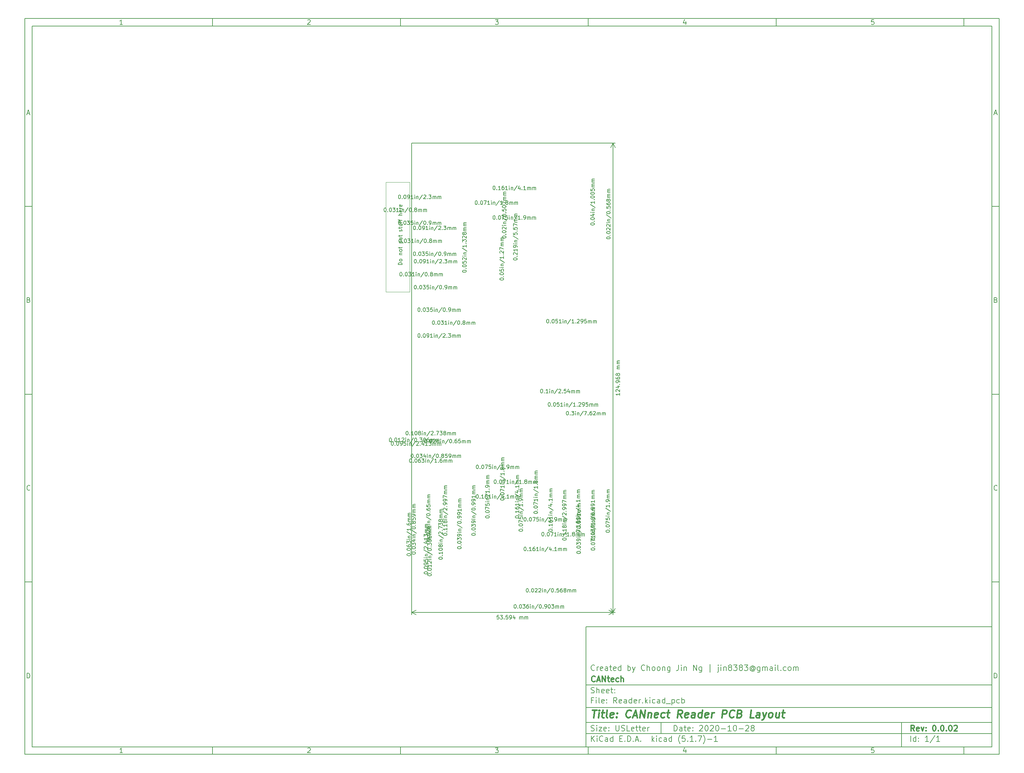
<source format=gbr>
%TF.GenerationSoftware,KiCad,Pcbnew,(5.1.7)-1*%
%TF.CreationDate,2020-10-28T10:51:59-07:00*%
%TF.ProjectId,Reader,52656164-6572-42e6-9b69-6361645f7063,0.0.02*%
%TF.SameCoordinates,Original*%
%TF.FileFunction,OtherDrawing,Comment*%
%FSLAX46Y46*%
G04 Gerber Fmt 4.6, Leading zero omitted, Abs format (unit mm)*
G04 Created by KiCad (PCBNEW (5.1.7)-1) date 2020-10-28 10:51:59*
%MOMM*%
%LPD*%
G01*
G04 APERTURE LIST*
%ADD10C,0.100000*%
%ADD11C,0.150000*%
%ADD12C,0.300000*%
%ADD13C,0.400000*%
%ADD14C,0.120000*%
G04 APERTURE END LIST*
D10*
D11*
X159400000Y-171900000D02*
X159400000Y-203900000D01*
X267400000Y-203900000D01*
X267400000Y-171900000D01*
X159400000Y-171900000D01*
D10*
D11*
X10000000Y-10000000D02*
X10000000Y-205900000D01*
X269400000Y-205900000D01*
X269400000Y-10000000D01*
X10000000Y-10000000D01*
D10*
D11*
X12000000Y-12000000D02*
X12000000Y-203900000D01*
X267400000Y-203900000D01*
X267400000Y-12000000D01*
X12000000Y-12000000D01*
D10*
D11*
X60000000Y-12000000D02*
X60000000Y-10000000D01*
D10*
D11*
X110000000Y-12000000D02*
X110000000Y-10000000D01*
D10*
D11*
X160000000Y-12000000D02*
X160000000Y-10000000D01*
D10*
D11*
X210000000Y-12000000D02*
X210000000Y-10000000D01*
D10*
D11*
X260000000Y-12000000D02*
X260000000Y-10000000D01*
D10*
D11*
X36065476Y-11588095D02*
X35322619Y-11588095D01*
X35694047Y-11588095D02*
X35694047Y-10288095D01*
X35570238Y-10473809D01*
X35446428Y-10597619D01*
X35322619Y-10659523D01*
D10*
D11*
X85322619Y-10411904D02*
X85384523Y-10350000D01*
X85508333Y-10288095D01*
X85817857Y-10288095D01*
X85941666Y-10350000D01*
X86003571Y-10411904D01*
X86065476Y-10535714D01*
X86065476Y-10659523D01*
X86003571Y-10845238D01*
X85260714Y-11588095D01*
X86065476Y-11588095D01*
D10*
D11*
X135260714Y-10288095D02*
X136065476Y-10288095D01*
X135632142Y-10783333D01*
X135817857Y-10783333D01*
X135941666Y-10845238D01*
X136003571Y-10907142D01*
X136065476Y-11030952D01*
X136065476Y-11340476D01*
X136003571Y-11464285D01*
X135941666Y-11526190D01*
X135817857Y-11588095D01*
X135446428Y-11588095D01*
X135322619Y-11526190D01*
X135260714Y-11464285D01*
D10*
D11*
X185941666Y-10721428D02*
X185941666Y-11588095D01*
X185632142Y-10226190D02*
X185322619Y-11154761D01*
X186127380Y-11154761D01*
D10*
D11*
X236003571Y-10288095D02*
X235384523Y-10288095D01*
X235322619Y-10907142D01*
X235384523Y-10845238D01*
X235508333Y-10783333D01*
X235817857Y-10783333D01*
X235941666Y-10845238D01*
X236003571Y-10907142D01*
X236065476Y-11030952D01*
X236065476Y-11340476D01*
X236003571Y-11464285D01*
X235941666Y-11526190D01*
X235817857Y-11588095D01*
X235508333Y-11588095D01*
X235384523Y-11526190D01*
X235322619Y-11464285D01*
D10*
D11*
X60000000Y-203900000D02*
X60000000Y-205900000D01*
D10*
D11*
X110000000Y-203900000D02*
X110000000Y-205900000D01*
D10*
D11*
X160000000Y-203900000D02*
X160000000Y-205900000D01*
D10*
D11*
X210000000Y-203900000D02*
X210000000Y-205900000D01*
D10*
D11*
X260000000Y-203900000D02*
X260000000Y-205900000D01*
D10*
D11*
X36065476Y-205488095D02*
X35322619Y-205488095D01*
X35694047Y-205488095D02*
X35694047Y-204188095D01*
X35570238Y-204373809D01*
X35446428Y-204497619D01*
X35322619Y-204559523D01*
D10*
D11*
X85322619Y-204311904D02*
X85384523Y-204250000D01*
X85508333Y-204188095D01*
X85817857Y-204188095D01*
X85941666Y-204250000D01*
X86003571Y-204311904D01*
X86065476Y-204435714D01*
X86065476Y-204559523D01*
X86003571Y-204745238D01*
X85260714Y-205488095D01*
X86065476Y-205488095D01*
D10*
D11*
X135260714Y-204188095D02*
X136065476Y-204188095D01*
X135632142Y-204683333D01*
X135817857Y-204683333D01*
X135941666Y-204745238D01*
X136003571Y-204807142D01*
X136065476Y-204930952D01*
X136065476Y-205240476D01*
X136003571Y-205364285D01*
X135941666Y-205426190D01*
X135817857Y-205488095D01*
X135446428Y-205488095D01*
X135322619Y-205426190D01*
X135260714Y-205364285D01*
D10*
D11*
X185941666Y-204621428D02*
X185941666Y-205488095D01*
X185632142Y-204126190D02*
X185322619Y-205054761D01*
X186127380Y-205054761D01*
D10*
D11*
X236003571Y-204188095D02*
X235384523Y-204188095D01*
X235322619Y-204807142D01*
X235384523Y-204745238D01*
X235508333Y-204683333D01*
X235817857Y-204683333D01*
X235941666Y-204745238D01*
X236003571Y-204807142D01*
X236065476Y-204930952D01*
X236065476Y-205240476D01*
X236003571Y-205364285D01*
X235941666Y-205426190D01*
X235817857Y-205488095D01*
X235508333Y-205488095D01*
X235384523Y-205426190D01*
X235322619Y-205364285D01*
D10*
D11*
X10000000Y-60000000D02*
X12000000Y-60000000D01*
D10*
D11*
X10000000Y-110000000D02*
X12000000Y-110000000D01*
D10*
D11*
X10000000Y-160000000D02*
X12000000Y-160000000D01*
D10*
D11*
X10690476Y-35216666D02*
X11309523Y-35216666D01*
X10566666Y-35588095D02*
X11000000Y-34288095D01*
X11433333Y-35588095D01*
D10*
D11*
X11092857Y-84907142D02*
X11278571Y-84969047D01*
X11340476Y-85030952D01*
X11402380Y-85154761D01*
X11402380Y-85340476D01*
X11340476Y-85464285D01*
X11278571Y-85526190D01*
X11154761Y-85588095D01*
X10659523Y-85588095D01*
X10659523Y-84288095D01*
X11092857Y-84288095D01*
X11216666Y-84350000D01*
X11278571Y-84411904D01*
X11340476Y-84535714D01*
X11340476Y-84659523D01*
X11278571Y-84783333D01*
X11216666Y-84845238D01*
X11092857Y-84907142D01*
X10659523Y-84907142D01*
D10*
D11*
X11402380Y-135464285D02*
X11340476Y-135526190D01*
X11154761Y-135588095D01*
X11030952Y-135588095D01*
X10845238Y-135526190D01*
X10721428Y-135402380D01*
X10659523Y-135278571D01*
X10597619Y-135030952D01*
X10597619Y-134845238D01*
X10659523Y-134597619D01*
X10721428Y-134473809D01*
X10845238Y-134350000D01*
X11030952Y-134288095D01*
X11154761Y-134288095D01*
X11340476Y-134350000D01*
X11402380Y-134411904D01*
D10*
D11*
X10659523Y-185588095D02*
X10659523Y-184288095D01*
X10969047Y-184288095D01*
X11154761Y-184350000D01*
X11278571Y-184473809D01*
X11340476Y-184597619D01*
X11402380Y-184845238D01*
X11402380Y-185030952D01*
X11340476Y-185278571D01*
X11278571Y-185402380D01*
X11154761Y-185526190D01*
X10969047Y-185588095D01*
X10659523Y-185588095D01*
D10*
D11*
X269400000Y-60000000D02*
X267400000Y-60000000D01*
D10*
D11*
X269400000Y-110000000D02*
X267400000Y-110000000D01*
D10*
D11*
X269400000Y-160000000D02*
X267400000Y-160000000D01*
D10*
D11*
X268090476Y-35216666D02*
X268709523Y-35216666D01*
X267966666Y-35588095D02*
X268400000Y-34288095D01*
X268833333Y-35588095D01*
D10*
D11*
X268492857Y-84907142D02*
X268678571Y-84969047D01*
X268740476Y-85030952D01*
X268802380Y-85154761D01*
X268802380Y-85340476D01*
X268740476Y-85464285D01*
X268678571Y-85526190D01*
X268554761Y-85588095D01*
X268059523Y-85588095D01*
X268059523Y-84288095D01*
X268492857Y-84288095D01*
X268616666Y-84350000D01*
X268678571Y-84411904D01*
X268740476Y-84535714D01*
X268740476Y-84659523D01*
X268678571Y-84783333D01*
X268616666Y-84845238D01*
X268492857Y-84907142D01*
X268059523Y-84907142D01*
D10*
D11*
X268802380Y-135464285D02*
X268740476Y-135526190D01*
X268554761Y-135588095D01*
X268430952Y-135588095D01*
X268245238Y-135526190D01*
X268121428Y-135402380D01*
X268059523Y-135278571D01*
X267997619Y-135030952D01*
X267997619Y-134845238D01*
X268059523Y-134597619D01*
X268121428Y-134473809D01*
X268245238Y-134350000D01*
X268430952Y-134288095D01*
X268554761Y-134288095D01*
X268740476Y-134350000D01*
X268802380Y-134411904D01*
D10*
D11*
X268059523Y-185588095D02*
X268059523Y-184288095D01*
X268369047Y-184288095D01*
X268554761Y-184350000D01*
X268678571Y-184473809D01*
X268740476Y-184597619D01*
X268802380Y-184845238D01*
X268802380Y-185030952D01*
X268740476Y-185278571D01*
X268678571Y-185402380D01*
X268554761Y-185526190D01*
X268369047Y-185588095D01*
X268059523Y-185588095D01*
D10*
D11*
X182832142Y-199678571D02*
X182832142Y-198178571D01*
X183189285Y-198178571D01*
X183403571Y-198250000D01*
X183546428Y-198392857D01*
X183617857Y-198535714D01*
X183689285Y-198821428D01*
X183689285Y-199035714D01*
X183617857Y-199321428D01*
X183546428Y-199464285D01*
X183403571Y-199607142D01*
X183189285Y-199678571D01*
X182832142Y-199678571D01*
X184975000Y-199678571D02*
X184975000Y-198892857D01*
X184903571Y-198750000D01*
X184760714Y-198678571D01*
X184475000Y-198678571D01*
X184332142Y-198750000D01*
X184975000Y-199607142D02*
X184832142Y-199678571D01*
X184475000Y-199678571D01*
X184332142Y-199607142D01*
X184260714Y-199464285D01*
X184260714Y-199321428D01*
X184332142Y-199178571D01*
X184475000Y-199107142D01*
X184832142Y-199107142D01*
X184975000Y-199035714D01*
X185475000Y-198678571D02*
X186046428Y-198678571D01*
X185689285Y-198178571D02*
X185689285Y-199464285D01*
X185760714Y-199607142D01*
X185903571Y-199678571D01*
X186046428Y-199678571D01*
X187117857Y-199607142D02*
X186975000Y-199678571D01*
X186689285Y-199678571D01*
X186546428Y-199607142D01*
X186475000Y-199464285D01*
X186475000Y-198892857D01*
X186546428Y-198750000D01*
X186689285Y-198678571D01*
X186975000Y-198678571D01*
X187117857Y-198750000D01*
X187189285Y-198892857D01*
X187189285Y-199035714D01*
X186475000Y-199178571D01*
X187832142Y-199535714D02*
X187903571Y-199607142D01*
X187832142Y-199678571D01*
X187760714Y-199607142D01*
X187832142Y-199535714D01*
X187832142Y-199678571D01*
X187832142Y-198750000D02*
X187903571Y-198821428D01*
X187832142Y-198892857D01*
X187760714Y-198821428D01*
X187832142Y-198750000D01*
X187832142Y-198892857D01*
X189617857Y-198321428D02*
X189689285Y-198250000D01*
X189832142Y-198178571D01*
X190189285Y-198178571D01*
X190332142Y-198250000D01*
X190403571Y-198321428D01*
X190475000Y-198464285D01*
X190475000Y-198607142D01*
X190403571Y-198821428D01*
X189546428Y-199678571D01*
X190475000Y-199678571D01*
X191403571Y-198178571D02*
X191546428Y-198178571D01*
X191689285Y-198250000D01*
X191760714Y-198321428D01*
X191832142Y-198464285D01*
X191903571Y-198750000D01*
X191903571Y-199107142D01*
X191832142Y-199392857D01*
X191760714Y-199535714D01*
X191689285Y-199607142D01*
X191546428Y-199678571D01*
X191403571Y-199678571D01*
X191260714Y-199607142D01*
X191189285Y-199535714D01*
X191117857Y-199392857D01*
X191046428Y-199107142D01*
X191046428Y-198750000D01*
X191117857Y-198464285D01*
X191189285Y-198321428D01*
X191260714Y-198250000D01*
X191403571Y-198178571D01*
X192475000Y-198321428D02*
X192546428Y-198250000D01*
X192689285Y-198178571D01*
X193046428Y-198178571D01*
X193189285Y-198250000D01*
X193260714Y-198321428D01*
X193332142Y-198464285D01*
X193332142Y-198607142D01*
X193260714Y-198821428D01*
X192403571Y-199678571D01*
X193332142Y-199678571D01*
X194260714Y-198178571D02*
X194403571Y-198178571D01*
X194546428Y-198250000D01*
X194617857Y-198321428D01*
X194689285Y-198464285D01*
X194760714Y-198750000D01*
X194760714Y-199107142D01*
X194689285Y-199392857D01*
X194617857Y-199535714D01*
X194546428Y-199607142D01*
X194403571Y-199678571D01*
X194260714Y-199678571D01*
X194117857Y-199607142D01*
X194046428Y-199535714D01*
X193975000Y-199392857D01*
X193903571Y-199107142D01*
X193903571Y-198750000D01*
X193975000Y-198464285D01*
X194046428Y-198321428D01*
X194117857Y-198250000D01*
X194260714Y-198178571D01*
X195403571Y-199107142D02*
X196546428Y-199107142D01*
X198046428Y-199678571D02*
X197189285Y-199678571D01*
X197617857Y-199678571D02*
X197617857Y-198178571D01*
X197475000Y-198392857D01*
X197332142Y-198535714D01*
X197189285Y-198607142D01*
X198975000Y-198178571D02*
X199117857Y-198178571D01*
X199260714Y-198250000D01*
X199332142Y-198321428D01*
X199403571Y-198464285D01*
X199475000Y-198750000D01*
X199475000Y-199107142D01*
X199403571Y-199392857D01*
X199332142Y-199535714D01*
X199260714Y-199607142D01*
X199117857Y-199678571D01*
X198975000Y-199678571D01*
X198832142Y-199607142D01*
X198760714Y-199535714D01*
X198689285Y-199392857D01*
X198617857Y-199107142D01*
X198617857Y-198750000D01*
X198689285Y-198464285D01*
X198760714Y-198321428D01*
X198832142Y-198250000D01*
X198975000Y-198178571D01*
X200117857Y-199107142D02*
X201260714Y-199107142D01*
X201903571Y-198321428D02*
X201975000Y-198250000D01*
X202117857Y-198178571D01*
X202475000Y-198178571D01*
X202617857Y-198250000D01*
X202689285Y-198321428D01*
X202760714Y-198464285D01*
X202760714Y-198607142D01*
X202689285Y-198821428D01*
X201832142Y-199678571D01*
X202760714Y-199678571D01*
X203617857Y-198821428D02*
X203475000Y-198750000D01*
X203403571Y-198678571D01*
X203332142Y-198535714D01*
X203332142Y-198464285D01*
X203403571Y-198321428D01*
X203475000Y-198250000D01*
X203617857Y-198178571D01*
X203903571Y-198178571D01*
X204046428Y-198250000D01*
X204117857Y-198321428D01*
X204189285Y-198464285D01*
X204189285Y-198535714D01*
X204117857Y-198678571D01*
X204046428Y-198750000D01*
X203903571Y-198821428D01*
X203617857Y-198821428D01*
X203475000Y-198892857D01*
X203403571Y-198964285D01*
X203332142Y-199107142D01*
X203332142Y-199392857D01*
X203403571Y-199535714D01*
X203475000Y-199607142D01*
X203617857Y-199678571D01*
X203903571Y-199678571D01*
X204046428Y-199607142D01*
X204117857Y-199535714D01*
X204189285Y-199392857D01*
X204189285Y-199107142D01*
X204117857Y-198964285D01*
X204046428Y-198892857D01*
X203903571Y-198821428D01*
D10*
D11*
X159400000Y-200400000D02*
X267400000Y-200400000D01*
D10*
D11*
X160832142Y-202478571D02*
X160832142Y-200978571D01*
X161689285Y-202478571D02*
X161046428Y-201621428D01*
X161689285Y-200978571D02*
X160832142Y-201835714D01*
X162332142Y-202478571D02*
X162332142Y-201478571D01*
X162332142Y-200978571D02*
X162260714Y-201050000D01*
X162332142Y-201121428D01*
X162403571Y-201050000D01*
X162332142Y-200978571D01*
X162332142Y-201121428D01*
X163903571Y-202335714D02*
X163832142Y-202407142D01*
X163617857Y-202478571D01*
X163475000Y-202478571D01*
X163260714Y-202407142D01*
X163117857Y-202264285D01*
X163046428Y-202121428D01*
X162975000Y-201835714D01*
X162975000Y-201621428D01*
X163046428Y-201335714D01*
X163117857Y-201192857D01*
X163260714Y-201050000D01*
X163475000Y-200978571D01*
X163617857Y-200978571D01*
X163832142Y-201050000D01*
X163903571Y-201121428D01*
X165189285Y-202478571D02*
X165189285Y-201692857D01*
X165117857Y-201550000D01*
X164975000Y-201478571D01*
X164689285Y-201478571D01*
X164546428Y-201550000D01*
X165189285Y-202407142D02*
X165046428Y-202478571D01*
X164689285Y-202478571D01*
X164546428Y-202407142D01*
X164475000Y-202264285D01*
X164475000Y-202121428D01*
X164546428Y-201978571D01*
X164689285Y-201907142D01*
X165046428Y-201907142D01*
X165189285Y-201835714D01*
X166546428Y-202478571D02*
X166546428Y-200978571D01*
X166546428Y-202407142D02*
X166403571Y-202478571D01*
X166117857Y-202478571D01*
X165975000Y-202407142D01*
X165903571Y-202335714D01*
X165832142Y-202192857D01*
X165832142Y-201764285D01*
X165903571Y-201621428D01*
X165975000Y-201550000D01*
X166117857Y-201478571D01*
X166403571Y-201478571D01*
X166546428Y-201550000D01*
X168403571Y-201692857D02*
X168903571Y-201692857D01*
X169117857Y-202478571D02*
X168403571Y-202478571D01*
X168403571Y-200978571D01*
X169117857Y-200978571D01*
X169760714Y-202335714D02*
X169832142Y-202407142D01*
X169760714Y-202478571D01*
X169689285Y-202407142D01*
X169760714Y-202335714D01*
X169760714Y-202478571D01*
X170475000Y-202478571D02*
X170475000Y-200978571D01*
X170832142Y-200978571D01*
X171046428Y-201050000D01*
X171189285Y-201192857D01*
X171260714Y-201335714D01*
X171332142Y-201621428D01*
X171332142Y-201835714D01*
X171260714Y-202121428D01*
X171189285Y-202264285D01*
X171046428Y-202407142D01*
X170832142Y-202478571D01*
X170475000Y-202478571D01*
X171975000Y-202335714D02*
X172046428Y-202407142D01*
X171975000Y-202478571D01*
X171903571Y-202407142D01*
X171975000Y-202335714D01*
X171975000Y-202478571D01*
X172617857Y-202050000D02*
X173332142Y-202050000D01*
X172475000Y-202478571D02*
X172975000Y-200978571D01*
X173475000Y-202478571D01*
X173975000Y-202335714D02*
X174046428Y-202407142D01*
X173975000Y-202478571D01*
X173903571Y-202407142D01*
X173975000Y-202335714D01*
X173975000Y-202478571D01*
X176975000Y-202478571D02*
X176975000Y-200978571D01*
X177117857Y-201907142D02*
X177546428Y-202478571D01*
X177546428Y-201478571D02*
X176975000Y-202050000D01*
X178189285Y-202478571D02*
X178189285Y-201478571D01*
X178189285Y-200978571D02*
X178117857Y-201050000D01*
X178189285Y-201121428D01*
X178260714Y-201050000D01*
X178189285Y-200978571D01*
X178189285Y-201121428D01*
X179546428Y-202407142D02*
X179403571Y-202478571D01*
X179117857Y-202478571D01*
X178975000Y-202407142D01*
X178903571Y-202335714D01*
X178832142Y-202192857D01*
X178832142Y-201764285D01*
X178903571Y-201621428D01*
X178975000Y-201550000D01*
X179117857Y-201478571D01*
X179403571Y-201478571D01*
X179546428Y-201550000D01*
X180832142Y-202478571D02*
X180832142Y-201692857D01*
X180760714Y-201550000D01*
X180617857Y-201478571D01*
X180332142Y-201478571D01*
X180189285Y-201550000D01*
X180832142Y-202407142D02*
X180689285Y-202478571D01*
X180332142Y-202478571D01*
X180189285Y-202407142D01*
X180117857Y-202264285D01*
X180117857Y-202121428D01*
X180189285Y-201978571D01*
X180332142Y-201907142D01*
X180689285Y-201907142D01*
X180832142Y-201835714D01*
X182189285Y-202478571D02*
X182189285Y-200978571D01*
X182189285Y-202407142D02*
X182046428Y-202478571D01*
X181760714Y-202478571D01*
X181617857Y-202407142D01*
X181546428Y-202335714D01*
X181475000Y-202192857D01*
X181475000Y-201764285D01*
X181546428Y-201621428D01*
X181617857Y-201550000D01*
X181760714Y-201478571D01*
X182046428Y-201478571D01*
X182189285Y-201550000D01*
X184475000Y-203050000D02*
X184403571Y-202978571D01*
X184260714Y-202764285D01*
X184189285Y-202621428D01*
X184117857Y-202407142D01*
X184046428Y-202050000D01*
X184046428Y-201764285D01*
X184117857Y-201407142D01*
X184189285Y-201192857D01*
X184260714Y-201050000D01*
X184403571Y-200835714D01*
X184475000Y-200764285D01*
X185760714Y-200978571D02*
X185046428Y-200978571D01*
X184975000Y-201692857D01*
X185046428Y-201621428D01*
X185189285Y-201550000D01*
X185546428Y-201550000D01*
X185689285Y-201621428D01*
X185760714Y-201692857D01*
X185832142Y-201835714D01*
X185832142Y-202192857D01*
X185760714Y-202335714D01*
X185689285Y-202407142D01*
X185546428Y-202478571D01*
X185189285Y-202478571D01*
X185046428Y-202407142D01*
X184975000Y-202335714D01*
X186475000Y-202335714D02*
X186546428Y-202407142D01*
X186475000Y-202478571D01*
X186403571Y-202407142D01*
X186475000Y-202335714D01*
X186475000Y-202478571D01*
X187975000Y-202478571D02*
X187117857Y-202478571D01*
X187546428Y-202478571D02*
X187546428Y-200978571D01*
X187403571Y-201192857D01*
X187260714Y-201335714D01*
X187117857Y-201407142D01*
X188617857Y-202335714D02*
X188689285Y-202407142D01*
X188617857Y-202478571D01*
X188546428Y-202407142D01*
X188617857Y-202335714D01*
X188617857Y-202478571D01*
X189189285Y-200978571D02*
X190189285Y-200978571D01*
X189546428Y-202478571D01*
X190617857Y-203050000D02*
X190689285Y-202978571D01*
X190832142Y-202764285D01*
X190903571Y-202621428D01*
X190975000Y-202407142D01*
X191046428Y-202050000D01*
X191046428Y-201764285D01*
X190975000Y-201407142D01*
X190903571Y-201192857D01*
X190832142Y-201050000D01*
X190689285Y-200835714D01*
X190617857Y-200764285D01*
X191760714Y-201907142D02*
X192903571Y-201907142D01*
X194403571Y-202478571D02*
X193546428Y-202478571D01*
X193975000Y-202478571D02*
X193975000Y-200978571D01*
X193832142Y-201192857D01*
X193689285Y-201335714D01*
X193546428Y-201407142D01*
D10*
D11*
X159400000Y-197400000D02*
X267400000Y-197400000D01*
D10*
D12*
X246809285Y-199678571D02*
X246309285Y-198964285D01*
X245952142Y-199678571D02*
X245952142Y-198178571D01*
X246523571Y-198178571D01*
X246666428Y-198250000D01*
X246737857Y-198321428D01*
X246809285Y-198464285D01*
X246809285Y-198678571D01*
X246737857Y-198821428D01*
X246666428Y-198892857D01*
X246523571Y-198964285D01*
X245952142Y-198964285D01*
X248023571Y-199607142D02*
X247880714Y-199678571D01*
X247595000Y-199678571D01*
X247452142Y-199607142D01*
X247380714Y-199464285D01*
X247380714Y-198892857D01*
X247452142Y-198750000D01*
X247595000Y-198678571D01*
X247880714Y-198678571D01*
X248023571Y-198750000D01*
X248095000Y-198892857D01*
X248095000Y-199035714D01*
X247380714Y-199178571D01*
X248595000Y-198678571D02*
X248952142Y-199678571D01*
X249309285Y-198678571D01*
X249880714Y-199535714D02*
X249952142Y-199607142D01*
X249880714Y-199678571D01*
X249809285Y-199607142D01*
X249880714Y-199535714D01*
X249880714Y-199678571D01*
X249880714Y-198750000D02*
X249952142Y-198821428D01*
X249880714Y-198892857D01*
X249809285Y-198821428D01*
X249880714Y-198750000D01*
X249880714Y-198892857D01*
X252023571Y-198178571D02*
X252166428Y-198178571D01*
X252309285Y-198250000D01*
X252380714Y-198321428D01*
X252452142Y-198464285D01*
X252523571Y-198750000D01*
X252523571Y-199107142D01*
X252452142Y-199392857D01*
X252380714Y-199535714D01*
X252309285Y-199607142D01*
X252166428Y-199678571D01*
X252023571Y-199678571D01*
X251880714Y-199607142D01*
X251809285Y-199535714D01*
X251737857Y-199392857D01*
X251666428Y-199107142D01*
X251666428Y-198750000D01*
X251737857Y-198464285D01*
X251809285Y-198321428D01*
X251880714Y-198250000D01*
X252023571Y-198178571D01*
X253166428Y-199535714D02*
X253237857Y-199607142D01*
X253166428Y-199678571D01*
X253095000Y-199607142D01*
X253166428Y-199535714D01*
X253166428Y-199678571D01*
X254166428Y-198178571D02*
X254309285Y-198178571D01*
X254452142Y-198250000D01*
X254523571Y-198321428D01*
X254595000Y-198464285D01*
X254666428Y-198750000D01*
X254666428Y-199107142D01*
X254595000Y-199392857D01*
X254523571Y-199535714D01*
X254452142Y-199607142D01*
X254309285Y-199678571D01*
X254166428Y-199678571D01*
X254023571Y-199607142D01*
X253952142Y-199535714D01*
X253880714Y-199392857D01*
X253809285Y-199107142D01*
X253809285Y-198750000D01*
X253880714Y-198464285D01*
X253952142Y-198321428D01*
X254023571Y-198250000D01*
X254166428Y-198178571D01*
X255309285Y-199535714D02*
X255380714Y-199607142D01*
X255309285Y-199678571D01*
X255237857Y-199607142D01*
X255309285Y-199535714D01*
X255309285Y-199678571D01*
X256309285Y-198178571D02*
X256452142Y-198178571D01*
X256595000Y-198250000D01*
X256666428Y-198321428D01*
X256737857Y-198464285D01*
X256809285Y-198750000D01*
X256809285Y-199107142D01*
X256737857Y-199392857D01*
X256666428Y-199535714D01*
X256595000Y-199607142D01*
X256452142Y-199678571D01*
X256309285Y-199678571D01*
X256166428Y-199607142D01*
X256095000Y-199535714D01*
X256023571Y-199392857D01*
X255952142Y-199107142D01*
X255952142Y-198750000D01*
X256023571Y-198464285D01*
X256095000Y-198321428D01*
X256166428Y-198250000D01*
X256309285Y-198178571D01*
X257380714Y-198321428D02*
X257452142Y-198250000D01*
X257595000Y-198178571D01*
X257952142Y-198178571D01*
X258095000Y-198250000D01*
X258166428Y-198321428D01*
X258237857Y-198464285D01*
X258237857Y-198607142D01*
X258166428Y-198821428D01*
X257309285Y-199678571D01*
X258237857Y-199678571D01*
D10*
D11*
X160760714Y-199607142D02*
X160975000Y-199678571D01*
X161332142Y-199678571D01*
X161475000Y-199607142D01*
X161546428Y-199535714D01*
X161617857Y-199392857D01*
X161617857Y-199250000D01*
X161546428Y-199107142D01*
X161475000Y-199035714D01*
X161332142Y-198964285D01*
X161046428Y-198892857D01*
X160903571Y-198821428D01*
X160832142Y-198750000D01*
X160760714Y-198607142D01*
X160760714Y-198464285D01*
X160832142Y-198321428D01*
X160903571Y-198250000D01*
X161046428Y-198178571D01*
X161403571Y-198178571D01*
X161617857Y-198250000D01*
X162260714Y-199678571D02*
X162260714Y-198678571D01*
X162260714Y-198178571D02*
X162189285Y-198250000D01*
X162260714Y-198321428D01*
X162332142Y-198250000D01*
X162260714Y-198178571D01*
X162260714Y-198321428D01*
X162832142Y-198678571D02*
X163617857Y-198678571D01*
X162832142Y-199678571D01*
X163617857Y-199678571D01*
X164760714Y-199607142D02*
X164617857Y-199678571D01*
X164332142Y-199678571D01*
X164189285Y-199607142D01*
X164117857Y-199464285D01*
X164117857Y-198892857D01*
X164189285Y-198750000D01*
X164332142Y-198678571D01*
X164617857Y-198678571D01*
X164760714Y-198750000D01*
X164832142Y-198892857D01*
X164832142Y-199035714D01*
X164117857Y-199178571D01*
X165475000Y-199535714D02*
X165546428Y-199607142D01*
X165475000Y-199678571D01*
X165403571Y-199607142D01*
X165475000Y-199535714D01*
X165475000Y-199678571D01*
X165475000Y-198750000D02*
X165546428Y-198821428D01*
X165475000Y-198892857D01*
X165403571Y-198821428D01*
X165475000Y-198750000D01*
X165475000Y-198892857D01*
X167332142Y-198178571D02*
X167332142Y-199392857D01*
X167403571Y-199535714D01*
X167475000Y-199607142D01*
X167617857Y-199678571D01*
X167903571Y-199678571D01*
X168046428Y-199607142D01*
X168117857Y-199535714D01*
X168189285Y-199392857D01*
X168189285Y-198178571D01*
X168832142Y-199607142D02*
X169046428Y-199678571D01*
X169403571Y-199678571D01*
X169546428Y-199607142D01*
X169617857Y-199535714D01*
X169689285Y-199392857D01*
X169689285Y-199250000D01*
X169617857Y-199107142D01*
X169546428Y-199035714D01*
X169403571Y-198964285D01*
X169117857Y-198892857D01*
X168975000Y-198821428D01*
X168903571Y-198750000D01*
X168832142Y-198607142D01*
X168832142Y-198464285D01*
X168903571Y-198321428D01*
X168975000Y-198250000D01*
X169117857Y-198178571D01*
X169475000Y-198178571D01*
X169689285Y-198250000D01*
X171046428Y-199678571D02*
X170332142Y-199678571D01*
X170332142Y-198178571D01*
X172117857Y-199607142D02*
X171975000Y-199678571D01*
X171689285Y-199678571D01*
X171546428Y-199607142D01*
X171475000Y-199464285D01*
X171475000Y-198892857D01*
X171546428Y-198750000D01*
X171689285Y-198678571D01*
X171975000Y-198678571D01*
X172117857Y-198750000D01*
X172189285Y-198892857D01*
X172189285Y-199035714D01*
X171475000Y-199178571D01*
X172617857Y-198678571D02*
X173189285Y-198678571D01*
X172832142Y-198178571D02*
X172832142Y-199464285D01*
X172903571Y-199607142D01*
X173046428Y-199678571D01*
X173189285Y-199678571D01*
X173475000Y-198678571D02*
X174046428Y-198678571D01*
X173689285Y-198178571D02*
X173689285Y-199464285D01*
X173760714Y-199607142D01*
X173903571Y-199678571D01*
X174046428Y-199678571D01*
X175117857Y-199607142D02*
X174975000Y-199678571D01*
X174689285Y-199678571D01*
X174546428Y-199607142D01*
X174475000Y-199464285D01*
X174475000Y-198892857D01*
X174546428Y-198750000D01*
X174689285Y-198678571D01*
X174975000Y-198678571D01*
X175117857Y-198750000D01*
X175189285Y-198892857D01*
X175189285Y-199035714D01*
X174475000Y-199178571D01*
X175832142Y-199678571D02*
X175832142Y-198678571D01*
X175832142Y-198964285D02*
X175903571Y-198821428D01*
X175975000Y-198750000D01*
X176117857Y-198678571D01*
X176260714Y-198678571D01*
D10*
D11*
X245832142Y-202478571D02*
X245832142Y-200978571D01*
X247189285Y-202478571D02*
X247189285Y-200978571D01*
X247189285Y-202407142D02*
X247046428Y-202478571D01*
X246760714Y-202478571D01*
X246617857Y-202407142D01*
X246546428Y-202335714D01*
X246475000Y-202192857D01*
X246475000Y-201764285D01*
X246546428Y-201621428D01*
X246617857Y-201550000D01*
X246760714Y-201478571D01*
X247046428Y-201478571D01*
X247189285Y-201550000D01*
X247903571Y-202335714D02*
X247975000Y-202407142D01*
X247903571Y-202478571D01*
X247832142Y-202407142D01*
X247903571Y-202335714D01*
X247903571Y-202478571D01*
X247903571Y-201550000D02*
X247975000Y-201621428D01*
X247903571Y-201692857D01*
X247832142Y-201621428D01*
X247903571Y-201550000D01*
X247903571Y-201692857D01*
X250546428Y-202478571D02*
X249689285Y-202478571D01*
X250117857Y-202478571D02*
X250117857Y-200978571D01*
X249975000Y-201192857D01*
X249832142Y-201335714D01*
X249689285Y-201407142D01*
X252260714Y-200907142D02*
X250975000Y-202835714D01*
X253546428Y-202478571D02*
X252689285Y-202478571D01*
X253117857Y-202478571D02*
X253117857Y-200978571D01*
X252975000Y-201192857D01*
X252832142Y-201335714D01*
X252689285Y-201407142D01*
D10*
D11*
X159400000Y-193400000D02*
X267400000Y-193400000D01*
D10*
D13*
X161112380Y-194104761D02*
X162255238Y-194104761D01*
X161433809Y-196104761D02*
X161683809Y-194104761D01*
X162671904Y-196104761D02*
X162838571Y-194771428D01*
X162921904Y-194104761D02*
X162814761Y-194200000D01*
X162898095Y-194295238D01*
X163005238Y-194200000D01*
X162921904Y-194104761D01*
X162898095Y-194295238D01*
X163505238Y-194771428D02*
X164267142Y-194771428D01*
X163874285Y-194104761D02*
X163660000Y-195819047D01*
X163731428Y-196009523D01*
X163910000Y-196104761D01*
X164100476Y-196104761D01*
X165052857Y-196104761D02*
X164874285Y-196009523D01*
X164802857Y-195819047D01*
X165017142Y-194104761D01*
X166588571Y-196009523D02*
X166386190Y-196104761D01*
X166005238Y-196104761D01*
X165826666Y-196009523D01*
X165755238Y-195819047D01*
X165850476Y-195057142D01*
X165969523Y-194866666D01*
X166171904Y-194771428D01*
X166552857Y-194771428D01*
X166731428Y-194866666D01*
X166802857Y-195057142D01*
X166779047Y-195247619D01*
X165802857Y-195438095D01*
X167552857Y-195914285D02*
X167636190Y-196009523D01*
X167529047Y-196104761D01*
X167445714Y-196009523D01*
X167552857Y-195914285D01*
X167529047Y-196104761D01*
X167683809Y-194866666D02*
X167767142Y-194961904D01*
X167660000Y-195057142D01*
X167576666Y-194961904D01*
X167683809Y-194866666D01*
X167660000Y-195057142D01*
X171171904Y-195914285D02*
X171064761Y-196009523D01*
X170767142Y-196104761D01*
X170576666Y-196104761D01*
X170302857Y-196009523D01*
X170136190Y-195819047D01*
X170064761Y-195628571D01*
X170017142Y-195247619D01*
X170052857Y-194961904D01*
X170195714Y-194580952D01*
X170314761Y-194390476D01*
X170529047Y-194200000D01*
X170826666Y-194104761D01*
X171017142Y-194104761D01*
X171290952Y-194200000D01*
X171374285Y-194295238D01*
X171981428Y-195533333D02*
X172933809Y-195533333D01*
X171719523Y-196104761D02*
X172636190Y-194104761D01*
X173052857Y-196104761D01*
X173719523Y-196104761D02*
X173969523Y-194104761D01*
X174862380Y-196104761D01*
X175112380Y-194104761D01*
X175981428Y-194771428D02*
X175814761Y-196104761D01*
X175957619Y-194961904D02*
X176064761Y-194866666D01*
X176267142Y-194771428D01*
X176552857Y-194771428D01*
X176731428Y-194866666D01*
X176802857Y-195057142D01*
X176671904Y-196104761D01*
X178398095Y-196009523D02*
X178195714Y-196104761D01*
X177814761Y-196104761D01*
X177636190Y-196009523D01*
X177564761Y-195819047D01*
X177660000Y-195057142D01*
X177779047Y-194866666D01*
X177981428Y-194771428D01*
X178362380Y-194771428D01*
X178540952Y-194866666D01*
X178612380Y-195057142D01*
X178588571Y-195247619D01*
X177612380Y-195438095D01*
X180207619Y-196009523D02*
X180005238Y-196104761D01*
X179624285Y-196104761D01*
X179445714Y-196009523D01*
X179362380Y-195914285D01*
X179290952Y-195723809D01*
X179362380Y-195152380D01*
X179481428Y-194961904D01*
X179588571Y-194866666D01*
X179790952Y-194771428D01*
X180171904Y-194771428D01*
X180350476Y-194866666D01*
X180933809Y-194771428D02*
X181695714Y-194771428D01*
X181302857Y-194104761D02*
X181088571Y-195819047D01*
X181160000Y-196009523D01*
X181338571Y-196104761D01*
X181529047Y-196104761D01*
X184862380Y-196104761D02*
X184314761Y-195152380D01*
X183719523Y-196104761D02*
X183969523Y-194104761D01*
X184731428Y-194104761D01*
X184910000Y-194200000D01*
X184993333Y-194295238D01*
X185064761Y-194485714D01*
X185029047Y-194771428D01*
X184910000Y-194961904D01*
X184802857Y-195057142D01*
X184600476Y-195152380D01*
X183838571Y-195152380D01*
X186493333Y-196009523D02*
X186290952Y-196104761D01*
X185910000Y-196104761D01*
X185731428Y-196009523D01*
X185660000Y-195819047D01*
X185755238Y-195057142D01*
X185874285Y-194866666D01*
X186076666Y-194771428D01*
X186457619Y-194771428D01*
X186636190Y-194866666D01*
X186707619Y-195057142D01*
X186683809Y-195247619D01*
X185707619Y-195438095D01*
X188290952Y-196104761D02*
X188421904Y-195057142D01*
X188350476Y-194866666D01*
X188171904Y-194771428D01*
X187790952Y-194771428D01*
X187588571Y-194866666D01*
X188302857Y-196009523D02*
X188100476Y-196104761D01*
X187624285Y-196104761D01*
X187445714Y-196009523D01*
X187374285Y-195819047D01*
X187398095Y-195628571D01*
X187517142Y-195438095D01*
X187719523Y-195342857D01*
X188195714Y-195342857D01*
X188398095Y-195247619D01*
X190100476Y-196104761D02*
X190350476Y-194104761D01*
X190112380Y-196009523D02*
X189910000Y-196104761D01*
X189529047Y-196104761D01*
X189350476Y-196009523D01*
X189267142Y-195914285D01*
X189195714Y-195723809D01*
X189267142Y-195152380D01*
X189386190Y-194961904D01*
X189493333Y-194866666D01*
X189695714Y-194771428D01*
X190076666Y-194771428D01*
X190255238Y-194866666D01*
X191826666Y-196009523D02*
X191624285Y-196104761D01*
X191243333Y-196104761D01*
X191064761Y-196009523D01*
X190993333Y-195819047D01*
X191088571Y-195057142D01*
X191207619Y-194866666D01*
X191410000Y-194771428D01*
X191790952Y-194771428D01*
X191969523Y-194866666D01*
X192040952Y-195057142D01*
X192017142Y-195247619D01*
X191040952Y-195438095D01*
X192767142Y-196104761D02*
X192933809Y-194771428D01*
X192886190Y-195152380D02*
X193005238Y-194961904D01*
X193112380Y-194866666D01*
X193314761Y-194771428D01*
X193505238Y-194771428D01*
X195529047Y-196104761D02*
X195779047Y-194104761D01*
X196540952Y-194104761D01*
X196719523Y-194200000D01*
X196802857Y-194295238D01*
X196874285Y-194485714D01*
X196838571Y-194771428D01*
X196719523Y-194961904D01*
X196612380Y-195057142D01*
X196410000Y-195152380D01*
X195648095Y-195152380D01*
X198695714Y-195914285D02*
X198588571Y-196009523D01*
X198290952Y-196104761D01*
X198100476Y-196104761D01*
X197826666Y-196009523D01*
X197660000Y-195819047D01*
X197588571Y-195628571D01*
X197540952Y-195247619D01*
X197576666Y-194961904D01*
X197719523Y-194580952D01*
X197838571Y-194390476D01*
X198052857Y-194200000D01*
X198350476Y-194104761D01*
X198540952Y-194104761D01*
X198814761Y-194200000D01*
X198898095Y-194295238D01*
X200326666Y-195057142D02*
X200600476Y-195152380D01*
X200683809Y-195247619D01*
X200755238Y-195438095D01*
X200719523Y-195723809D01*
X200600476Y-195914285D01*
X200493333Y-196009523D01*
X200290952Y-196104761D01*
X199529047Y-196104761D01*
X199779047Y-194104761D01*
X200445714Y-194104761D01*
X200624285Y-194200000D01*
X200707619Y-194295238D01*
X200779047Y-194485714D01*
X200755238Y-194676190D01*
X200636190Y-194866666D01*
X200529047Y-194961904D01*
X200326666Y-195057142D01*
X199660000Y-195057142D01*
X204005238Y-196104761D02*
X203052857Y-196104761D01*
X203302857Y-194104761D01*
X205529047Y-196104761D02*
X205660000Y-195057142D01*
X205588571Y-194866666D01*
X205410000Y-194771428D01*
X205029047Y-194771428D01*
X204826666Y-194866666D01*
X205540952Y-196009523D02*
X205338571Y-196104761D01*
X204862380Y-196104761D01*
X204683809Y-196009523D01*
X204612380Y-195819047D01*
X204636190Y-195628571D01*
X204755238Y-195438095D01*
X204957619Y-195342857D01*
X205433809Y-195342857D01*
X205636190Y-195247619D01*
X206457619Y-194771428D02*
X206767142Y-196104761D01*
X207410000Y-194771428D02*
X206767142Y-196104761D01*
X206517142Y-196580952D01*
X206410000Y-196676190D01*
X206207619Y-196771428D01*
X208290952Y-196104761D02*
X208112380Y-196009523D01*
X208029047Y-195914285D01*
X207957619Y-195723809D01*
X208029047Y-195152380D01*
X208148095Y-194961904D01*
X208255238Y-194866666D01*
X208457619Y-194771428D01*
X208743333Y-194771428D01*
X208921904Y-194866666D01*
X209005238Y-194961904D01*
X209076666Y-195152380D01*
X209005238Y-195723809D01*
X208886190Y-195914285D01*
X208779047Y-196009523D01*
X208576666Y-196104761D01*
X208290952Y-196104761D01*
X210838571Y-194771428D02*
X210671904Y-196104761D01*
X209981428Y-194771428D02*
X209850476Y-195819047D01*
X209921904Y-196009523D01*
X210100476Y-196104761D01*
X210386190Y-196104761D01*
X210588571Y-196009523D01*
X210695714Y-195914285D01*
X211505238Y-194771428D02*
X212267142Y-194771428D01*
X211874285Y-194104761D02*
X211659999Y-195819047D01*
X211731428Y-196009523D01*
X211909999Y-196104761D01*
X212100476Y-196104761D01*
D10*
D11*
X161332142Y-191492857D02*
X160832142Y-191492857D01*
X160832142Y-192278571D02*
X160832142Y-190778571D01*
X161546428Y-190778571D01*
X162117857Y-192278571D02*
X162117857Y-191278571D01*
X162117857Y-190778571D02*
X162046428Y-190850000D01*
X162117857Y-190921428D01*
X162189285Y-190850000D01*
X162117857Y-190778571D01*
X162117857Y-190921428D01*
X163046428Y-192278571D02*
X162903571Y-192207142D01*
X162832142Y-192064285D01*
X162832142Y-190778571D01*
X164189285Y-192207142D02*
X164046428Y-192278571D01*
X163760714Y-192278571D01*
X163617857Y-192207142D01*
X163546428Y-192064285D01*
X163546428Y-191492857D01*
X163617857Y-191350000D01*
X163760714Y-191278571D01*
X164046428Y-191278571D01*
X164189285Y-191350000D01*
X164260714Y-191492857D01*
X164260714Y-191635714D01*
X163546428Y-191778571D01*
X164903571Y-192135714D02*
X164975000Y-192207142D01*
X164903571Y-192278571D01*
X164832142Y-192207142D01*
X164903571Y-192135714D01*
X164903571Y-192278571D01*
X164903571Y-191350000D02*
X164975000Y-191421428D01*
X164903571Y-191492857D01*
X164832142Y-191421428D01*
X164903571Y-191350000D01*
X164903571Y-191492857D01*
X167617857Y-192278571D02*
X167117857Y-191564285D01*
X166760714Y-192278571D02*
X166760714Y-190778571D01*
X167332142Y-190778571D01*
X167475000Y-190850000D01*
X167546428Y-190921428D01*
X167617857Y-191064285D01*
X167617857Y-191278571D01*
X167546428Y-191421428D01*
X167475000Y-191492857D01*
X167332142Y-191564285D01*
X166760714Y-191564285D01*
X168832142Y-192207142D02*
X168689285Y-192278571D01*
X168403571Y-192278571D01*
X168260714Y-192207142D01*
X168189285Y-192064285D01*
X168189285Y-191492857D01*
X168260714Y-191350000D01*
X168403571Y-191278571D01*
X168689285Y-191278571D01*
X168832142Y-191350000D01*
X168903571Y-191492857D01*
X168903571Y-191635714D01*
X168189285Y-191778571D01*
X170189285Y-192278571D02*
X170189285Y-191492857D01*
X170117857Y-191350000D01*
X169975000Y-191278571D01*
X169689285Y-191278571D01*
X169546428Y-191350000D01*
X170189285Y-192207142D02*
X170046428Y-192278571D01*
X169689285Y-192278571D01*
X169546428Y-192207142D01*
X169475000Y-192064285D01*
X169475000Y-191921428D01*
X169546428Y-191778571D01*
X169689285Y-191707142D01*
X170046428Y-191707142D01*
X170189285Y-191635714D01*
X171546428Y-192278571D02*
X171546428Y-190778571D01*
X171546428Y-192207142D02*
X171403571Y-192278571D01*
X171117857Y-192278571D01*
X170975000Y-192207142D01*
X170903571Y-192135714D01*
X170832142Y-191992857D01*
X170832142Y-191564285D01*
X170903571Y-191421428D01*
X170975000Y-191350000D01*
X171117857Y-191278571D01*
X171403571Y-191278571D01*
X171546428Y-191350000D01*
X172832142Y-192207142D02*
X172689285Y-192278571D01*
X172403571Y-192278571D01*
X172260714Y-192207142D01*
X172189285Y-192064285D01*
X172189285Y-191492857D01*
X172260714Y-191350000D01*
X172403571Y-191278571D01*
X172689285Y-191278571D01*
X172832142Y-191350000D01*
X172903571Y-191492857D01*
X172903571Y-191635714D01*
X172189285Y-191778571D01*
X173546428Y-192278571D02*
X173546428Y-191278571D01*
X173546428Y-191564285D02*
X173617857Y-191421428D01*
X173689285Y-191350000D01*
X173832142Y-191278571D01*
X173975000Y-191278571D01*
X174475000Y-192135714D02*
X174546428Y-192207142D01*
X174475000Y-192278571D01*
X174403571Y-192207142D01*
X174475000Y-192135714D01*
X174475000Y-192278571D01*
X175189285Y-192278571D02*
X175189285Y-190778571D01*
X175332142Y-191707142D02*
X175760714Y-192278571D01*
X175760714Y-191278571D02*
X175189285Y-191850000D01*
X176403571Y-192278571D02*
X176403571Y-191278571D01*
X176403571Y-190778571D02*
X176332142Y-190850000D01*
X176403571Y-190921428D01*
X176475000Y-190850000D01*
X176403571Y-190778571D01*
X176403571Y-190921428D01*
X177760714Y-192207142D02*
X177617857Y-192278571D01*
X177332142Y-192278571D01*
X177189285Y-192207142D01*
X177117857Y-192135714D01*
X177046428Y-191992857D01*
X177046428Y-191564285D01*
X177117857Y-191421428D01*
X177189285Y-191350000D01*
X177332142Y-191278571D01*
X177617857Y-191278571D01*
X177760714Y-191350000D01*
X179046428Y-192278571D02*
X179046428Y-191492857D01*
X178975000Y-191350000D01*
X178832142Y-191278571D01*
X178546428Y-191278571D01*
X178403571Y-191350000D01*
X179046428Y-192207142D02*
X178903571Y-192278571D01*
X178546428Y-192278571D01*
X178403571Y-192207142D01*
X178332142Y-192064285D01*
X178332142Y-191921428D01*
X178403571Y-191778571D01*
X178546428Y-191707142D01*
X178903571Y-191707142D01*
X179046428Y-191635714D01*
X180403571Y-192278571D02*
X180403571Y-190778571D01*
X180403571Y-192207142D02*
X180260714Y-192278571D01*
X179975000Y-192278571D01*
X179832142Y-192207142D01*
X179760714Y-192135714D01*
X179689285Y-191992857D01*
X179689285Y-191564285D01*
X179760714Y-191421428D01*
X179832142Y-191350000D01*
X179975000Y-191278571D01*
X180260714Y-191278571D01*
X180403571Y-191350000D01*
X180760714Y-192421428D02*
X181903571Y-192421428D01*
X182260714Y-191278571D02*
X182260714Y-192778571D01*
X182260714Y-191350000D02*
X182403571Y-191278571D01*
X182689285Y-191278571D01*
X182832142Y-191350000D01*
X182903571Y-191421428D01*
X182975000Y-191564285D01*
X182975000Y-191992857D01*
X182903571Y-192135714D01*
X182832142Y-192207142D01*
X182689285Y-192278571D01*
X182403571Y-192278571D01*
X182260714Y-192207142D01*
X184260714Y-192207142D02*
X184117857Y-192278571D01*
X183832142Y-192278571D01*
X183689285Y-192207142D01*
X183617857Y-192135714D01*
X183546428Y-191992857D01*
X183546428Y-191564285D01*
X183617857Y-191421428D01*
X183689285Y-191350000D01*
X183832142Y-191278571D01*
X184117857Y-191278571D01*
X184260714Y-191350000D01*
X184903571Y-192278571D02*
X184903571Y-190778571D01*
X184903571Y-191350000D02*
X185046428Y-191278571D01*
X185332142Y-191278571D01*
X185475000Y-191350000D01*
X185546428Y-191421428D01*
X185617857Y-191564285D01*
X185617857Y-191992857D01*
X185546428Y-192135714D01*
X185475000Y-192207142D01*
X185332142Y-192278571D01*
X185046428Y-192278571D01*
X184903571Y-192207142D01*
D10*
D11*
X159400000Y-187400000D02*
X267400000Y-187400000D01*
D10*
D11*
X160760714Y-189507142D02*
X160975000Y-189578571D01*
X161332142Y-189578571D01*
X161475000Y-189507142D01*
X161546428Y-189435714D01*
X161617857Y-189292857D01*
X161617857Y-189150000D01*
X161546428Y-189007142D01*
X161475000Y-188935714D01*
X161332142Y-188864285D01*
X161046428Y-188792857D01*
X160903571Y-188721428D01*
X160832142Y-188650000D01*
X160760714Y-188507142D01*
X160760714Y-188364285D01*
X160832142Y-188221428D01*
X160903571Y-188150000D01*
X161046428Y-188078571D01*
X161403571Y-188078571D01*
X161617857Y-188150000D01*
X162260714Y-189578571D02*
X162260714Y-188078571D01*
X162903571Y-189578571D02*
X162903571Y-188792857D01*
X162832142Y-188650000D01*
X162689285Y-188578571D01*
X162475000Y-188578571D01*
X162332142Y-188650000D01*
X162260714Y-188721428D01*
X164189285Y-189507142D02*
X164046428Y-189578571D01*
X163760714Y-189578571D01*
X163617857Y-189507142D01*
X163546428Y-189364285D01*
X163546428Y-188792857D01*
X163617857Y-188650000D01*
X163760714Y-188578571D01*
X164046428Y-188578571D01*
X164189285Y-188650000D01*
X164260714Y-188792857D01*
X164260714Y-188935714D01*
X163546428Y-189078571D01*
X165475000Y-189507142D02*
X165332142Y-189578571D01*
X165046428Y-189578571D01*
X164903571Y-189507142D01*
X164832142Y-189364285D01*
X164832142Y-188792857D01*
X164903571Y-188650000D01*
X165046428Y-188578571D01*
X165332142Y-188578571D01*
X165475000Y-188650000D01*
X165546428Y-188792857D01*
X165546428Y-188935714D01*
X164832142Y-189078571D01*
X165975000Y-188578571D02*
X166546428Y-188578571D01*
X166189285Y-188078571D02*
X166189285Y-189364285D01*
X166260714Y-189507142D01*
X166403571Y-189578571D01*
X166546428Y-189578571D01*
X167046428Y-189435714D02*
X167117857Y-189507142D01*
X167046428Y-189578571D01*
X166975000Y-189507142D01*
X167046428Y-189435714D01*
X167046428Y-189578571D01*
X167046428Y-188650000D02*
X167117857Y-188721428D01*
X167046428Y-188792857D01*
X166975000Y-188721428D01*
X167046428Y-188650000D01*
X167046428Y-188792857D01*
D10*
D12*
X161809285Y-186435714D02*
X161737857Y-186507142D01*
X161523571Y-186578571D01*
X161380714Y-186578571D01*
X161166428Y-186507142D01*
X161023571Y-186364285D01*
X160952142Y-186221428D01*
X160880714Y-185935714D01*
X160880714Y-185721428D01*
X160952142Y-185435714D01*
X161023571Y-185292857D01*
X161166428Y-185150000D01*
X161380714Y-185078571D01*
X161523571Y-185078571D01*
X161737857Y-185150000D01*
X161809285Y-185221428D01*
X162380714Y-186150000D02*
X163095000Y-186150000D01*
X162237857Y-186578571D02*
X162737857Y-185078571D01*
X163237857Y-186578571D01*
X163737857Y-186578571D02*
X163737857Y-185078571D01*
X164595000Y-186578571D01*
X164595000Y-185078571D01*
X165095000Y-185578571D02*
X165666428Y-185578571D01*
X165309285Y-185078571D02*
X165309285Y-186364285D01*
X165380714Y-186507142D01*
X165523571Y-186578571D01*
X165666428Y-186578571D01*
X166737857Y-186507142D02*
X166595000Y-186578571D01*
X166309285Y-186578571D01*
X166166428Y-186507142D01*
X166095000Y-186364285D01*
X166095000Y-185792857D01*
X166166428Y-185650000D01*
X166309285Y-185578571D01*
X166595000Y-185578571D01*
X166737857Y-185650000D01*
X166809285Y-185792857D01*
X166809285Y-185935714D01*
X166095000Y-186078571D01*
X168095000Y-186507142D02*
X167952142Y-186578571D01*
X167666428Y-186578571D01*
X167523571Y-186507142D01*
X167452142Y-186435714D01*
X167380714Y-186292857D01*
X167380714Y-185864285D01*
X167452142Y-185721428D01*
X167523571Y-185650000D01*
X167666428Y-185578571D01*
X167952142Y-185578571D01*
X168095000Y-185650000D01*
X168737857Y-186578571D02*
X168737857Y-185078571D01*
X169380714Y-186578571D02*
X169380714Y-185792857D01*
X169309285Y-185650000D01*
X169166428Y-185578571D01*
X168952142Y-185578571D01*
X168809285Y-185650000D01*
X168737857Y-185721428D01*
D10*
D11*
X161689285Y-183435714D02*
X161617857Y-183507142D01*
X161403571Y-183578571D01*
X161260714Y-183578571D01*
X161046428Y-183507142D01*
X160903571Y-183364285D01*
X160832142Y-183221428D01*
X160760714Y-182935714D01*
X160760714Y-182721428D01*
X160832142Y-182435714D01*
X160903571Y-182292857D01*
X161046428Y-182150000D01*
X161260714Y-182078571D01*
X161403571Y-182078571D01*
X161617857Y-182150000D01*
X161689285Y-182221428D01*
X162332142Y-183578571D02*
X162332142Y-182578571D01*
X162332142Y-182864285D02*
X162403571Y-182721428D01*
X162475000Y-182650000D01*
X162617857Y-182578571D01*
X162760714Y-182578571D01*
X163832142Y-183507142D02*
X163689285Y-183578571D01*
X163403571Y-183578571D01*
X163260714Y-183507142D01*
X163189285Y-183364285D01*
X163189285Y-182792857D01*
X163260714Y-182650000D01*
X163403571Y-182578571D01*
X163689285Y-182578571D01*
X163832142Y-182650000D01*
X163903571Y-182792857D01*
X163903571Y-182935714D01*
X163189285Y-183078571D01*
X165189285Y-183578571D02*
X165189285Y-182792857D01*
X165117857Y-182650000D01*
X164975000Y-182578571D01*
X164689285Y-182578571D01*
X164546428Y-182650000D01*
X165189285Y-183507142D02*
X165046428Y-183578571D01*
X164689285Y-183578571D01*
X164546428Y-183507142D01*
X164475000Y-183364285D01*
X164475000Y-183221428D01*
X164546428Y-183078571D01*
X164689285Y-183007142D01*
X165046428Y-183007142D01*
X165189285Y-182935714D01*
X165689285Y-182578571D02*
X166260714Y-182578571D01*
X165903571Y-182078571D02*
X165903571Y-183364285D01*
X165975000Y-183507142D01*
X166117857Y-183578571D01*
X166260714Y-183578571D01*
X167332142Y-183507142D02*
X167189285Y-183578571D01*
X166903571Y-183578571D01*
X166760714Y-183507142D01*
X166689285Y-183364285D01*
X166689285Y-182792857D01*
X166760714Y-182650000D01*
X166903571Y-182578571D01*
X167189285Y-182578571D01*
X167332142Y-182650000D01*
X167403571Y-182792857D01*
X167403571Y-182935714D01*
X166689285Y-183078571D01*
X168689285Y-183578571D02*
X168689285Y-182078571D01*
X168689285Y-183507142D02*
X168546428Y-183578571D01*
X168260714Y-183578571D01*
X168117857Y-183507142D01*
X168046428Y-183435714D01*
X167975000Y-183292857D01*
X167975000Y-182864285D01*
X168046428Y-182721428D01*
X168117857Y-182650000D01*
X168260714Y-182578571D01*
X168546428Y-182578571D01*
X168689285Y-182650000D01*
X170546428Y-183578571D02*
X170546428Y-182078571D01*
X170546428Y-182650000D02*
X170689285Y-182578571D01*
X170975000Y-182578571D01*
X171117857Y-182650000D01*
X171189285Y-182721428D01*
X171260714Y-182864285D01*
X171260714Y-183292857D01*
X171189285Y-183435714D01*
X171117857Y-183507142D01*
X170975000Y-183578571D01*
X170689285Y-183578571D01*
X170546428Y-183507142D01*
X171760714Y-182578571D02*
X172117857Y-183578571D01*
X172475000Y-182578571D02*
X172117857Y-183578571D01*
X171975000Y-183935714D01*
X171903571Y-184007142D01*
X171760714Y-184078571D01*
X175046428Y-183435714D02*
X174975000Y-183507142D01*
X174760714Y-183578571D01*
X174617857Y-183578571D01*
X174403571Y-183507142D01*
X174260714Y-183364285D01*
X174189285Y-183221428D01*
X174117857Y-182935714D01*
X174117857Y-182721428D01*
X174189285Y-182435714D01*
X174260714Y-182292857D01*
X174403571Y-182150000D01*
X174617857Y-182078571D01*
X174760714Y-182078571D01*
X174975000Y-182150000D01*
X175046428Y-182221428D01*
X175689285Y-183578571D02*
X175689285Y-182078571D01*
X176332142Y-183578571D02*
X176332142Y-182792857D01*
X176260714Y-182650000D01*
X176117857Y-182578571D01*
X175903571Y-182578571D01*
X175760714Y-182650000D01*
X175689285Y-182721428D01*
X177260714Y-183578571D02*
X177117857Y-183507142D01*
X177046428Y-183435714D01*
X176975000Y-183292857D01*
X176975000Y-182864285D01*
X177046428Y-182721428D01*
X177117857Y-182650000D01*
X177260714Y-182578571D01*
X177475000Y-182578571D01*
X177617857Y-182650000D01*
X177689285Y-182721428D01*
X177760714Y-182864285D01*
X177760714Y-183292857D01*
X177689285Y-183435714D01*
X177617857Y-183507142D01*
X177475000Y-183578571D01*
X177260714Y-183578571D01*
X178617857Y-183578571D02*
X178475000Y-183507142D01*
X178403571Y-183435714D01*
X178332142Y-183292857D01*
X178332142Y-182864285D01*
X178403571Y-182721428D01*
X178475000Y-182650000D01*
X178617857Y-182578571D01*
X178832142Y-182578571D01*
X178975000Y-182650000D01*
X179046428Y-182721428D01*
X179117857Y-182864285D01*
X179117857Y-183292857D01*
X179046428Y-183435714D01*
X178975000Y-183507142D01*
X178832142Y-183578571D01*
X178617857Y-183578571D01*
X179760714Y-182578571D02*
X179760714Y-183578571D01*
X179760714Y-182721428D02*
X179832142Y-182650000D01*
X179975000Y-182578571D01*
X180189285Y-182578571D01*
X180332142Y-182650000D01*
X180403571Y-182792857D01*
X180403571Y-183578571D01*
X181760714Y-182578571D02*
X181760714Y-183792857D01*
X181689285Y-183935714D01*
X181617857Y-184007142D01*
X181475000Y-184078571D01*
X181260714Y-184078571D01*
X181117857Y-184007142D01*
X181760714Y-183507142D02*
X181617857Y-183578571D01*
X181332142Y-183578571D01*
X181189285Y-183507142D01*
X181117857Y-183435714D01*
X181046428Y-183292857D01*
X181046428Y-182864285D01*
X181117857Y-182721428D01*
X181189285Y-182650000D01*
X181332142Y-182578571D01*
X181617857Y-182578571D01*
X181760714Y-182650000D01*
X184046428Y-182078571D02*
X184046428Y-183150000D01*
X183975000Y-183364285D01*
X183832142Y-183507142D01*
X183617857Y-183578571D01*
X183475000Y-183578571D01*
X184760714Y-183578571D02*
X184760714Y-182578571D01*
X184760714Y-182078571D02*
X184689285Y-182150000D01*
X184760714Y-182221428D01*
X184832142Y-182150000D01*
X184760714Y-182078571D01*
X184760714Y-182221428D01*
X185475000Y-182578571D02*
X185475000Y-183578571D01*
X185475000Y-182721428D02*
X185546428Y-182650000D01*
X185689285Y-182578571D01*
X185903571Y-182578571D01*
X186046428Y-182650000D01*
X186117857Y-182792857D01*
X186117857Y-183578571D01*
X187975000Y-183578571D02*
X187975000Y-182078571D01*
X188832142Y-183578571D01*
X188832142Y-182078571D01*
X190189285Y-182578571D02*
X190189285Y-183792857D01*
X190117857Y-183935714D01*
X190046428Y-184007142D01*
X189903571Y-184078571D01*
X189689285Y-184078571D01*
X189546428Y-184007142D01*
X190189285Y-183507142D02*
X190046428Y-183578571D01*
X189760714Y-183578571D01*
X189617857Y-183507142D01*
X189546428Y-183435714D01*
X189475000Y-183292857D01*
X189475000Y-182864285D01*
X189546428Y-182721428D01*
X189617857Y-182650000D01*
X189760714Y-182578571D01*
X190046428Y-182578571D01*
X190189285Y-182650000D01*
X192403571Y-184078571D02*
X192403571Y-181935714D01*
X194617857Y-182578571D02*
X194617857Y-183864285D01*
X194546428Y-184007142D01*
X194403571Y-184078571D01*
X194332142Y-184078571D01*
X194617857Y-182078571D02*
X194546428Y-182150000D01*
X194617857Y-182221428D01*
X194689285Y-182150000D01*
X194617857Y-182078571D01*
X194617857Y-182221428D01*
X195332142Y-183578571D02*
X195332142Y-182578571D01*
X195332142Y-182078571D02*
X195260714Y-182150000D01*
X195332142Y-182221428D01*
X195403571Y-182150000D01*
X195332142Y-182078571D01*
X195332142Y-182221428D01*
X196046428Y-182578571D02*
X196046428Y-183578571D01*
X196046428Y-182721428D02*
X196117857Y-182650000D01*
X196260714Y-182578571D01*
X196475000Y-182578571D01*
X196617857Y-182650000D01*
X196689285Y-182792857D01*
X196689285Y-183578571D01*
X197617857Y-182721428D02*
X197475000Y-182650000D01*
X197403571Y-182578571D01*
X197332142Y-182435714D01*
X197332142Y-182364285D01*
X197403571Y-182221428D01*
X197475000Y-182150000D01*
X197617857Y-182078571D01*
X197903571Y-182078571D01*
X198046428Y-182150000D01*
X198117857Y-182221428D01*
X198189285Y-182364285D01*
X198189285Y-182435714D01*
X198117857Y-182578571D01*
X198046428Y-182650000D01*
X197903571Y-182721428D01*
X197617857Y-182721428D01*
X197475000Y-182792857D01*
X197403571Y-182864285D01*
X197332142Y-183007142D01*
X197332142Y-183292857D01*
X197403571Y-183435714D01*
X197475000Y-183507142D01*
X197617857Y-183578571D01*
X197903571Y-183578571D01*
X198046428Y-183507142D01*
X198117857Y-183435714D01*
X198189285Y-183292857D01*
X198189285Y-183007142D01*
X198117857Y-182864285D01*
X198046428Y-182792857D01*
X197903571Y-182721428D01*
X198689285Y-182078571D02*
X199617857Y-182078571D01*
X199117857Y-182650000D01*
X199332142Y-182650000D01*
X199475000Y-182721428D01*
X199546428Y-182792857D01*
X199617857Y-182935714D01*
X199617857Y-183292857D01*
X199546428Y-183435714D01*
X199475000Y-183507142D01*
X199332142Y-183578571D01*
X198903571Y-183578571D01*
X198760714Y-183507142D01*
X198689285Y-183435714D01*
X200475000Y-182721428D02*
X200332142Y-182650000D01*
X200260714Y-182578571D01*
X200189285Y-182435714D01*
X200189285Y-182364285D01*
X200260714Y-182221428D01*
X200332142Y-182150000D01*
X200475000Y-182078571D01*
X200760714Y-182078571D01*
X200903571Y-182150000D01*
X200975000Y-182221428D01*
X201046428Y-182364285D01*
X201046428Y-182435714D01*
X200975000Y-182578571D01*
X200903571Y-182650000D01*
X200760714Y-182721428D01*
X200475000Y-182721428D01*
X200332142Y-182792857D01*
X200260714Y-182864285D01*
X200189285Y-183007142D01*
X200189285Y-183292857D01*
X200260714Y-183435714D01*
X200332142Y-183507142D01*
X200475000Y-183578571D01*
X200760714Y-183578571D01*
X200903571Y-183507142D01*
X200975000Y-183435714D01*
X201046428Y-183292857D01*
X201046428Y-183007142D01*
X200975000Y-182864285D01*
X200903571Y-182792857D01*
X200760714Y-182721428D01*
X201546428Y-182078571D02*
X202475000Y-182078571D01*
X201975000Y-182650000D01*
X202189285Y-182650000D01*
X202332142Y-182721428D01*
X202403571Y-182792857D01*
X202475000Y-182935714D01*
X202475000Y-183292857D01*
X202403571Y-183435714D01*
X202332142Y-183507142D01*
X202189285Y-183578571D01*
X201760714Y-183578571D01*
X201617857Y-183507142D01*
X201546428Y-183435714D01*
X204046428Y-182864285D02*
X203975000Y-182792857D01*
X203832142Y-182721428D01*
X203689285Y-182721428D01*
X203546428Y-182792857D01*
X203475000Y-182864285D01*
X203403571Y-183007142D01*
X203403571Y-183150000D01*
X203475000Y-183292857D01*
X203546428Y-183364285D01*
X203689285Y-183435714D01*
X203832142Y-183435714D01*
X203975000Y-183364285D01*
X204046428Y-183292857D01*
X204046428Y-182721428D02*
X204046428Y-183292857D01*
X204117857Y-183364285D01*
X204189285Y-183364285D01*
X204332142Y-183292857D01*
X204403571Y-183150000D01*
X204403571Y-182792857D01*
X204260714Y-182578571D01*
X204046428Y-182435714D01*
X203760714Y-182364285D01*
X203475000Y-182435714D01*
X203260714Y-182578571D01*
X203117857Y-182792857D01*
X203046428Y-183078571D01*
X203117857Y-183364285D01*
X203260714Y-183578571D01*
X203475000Y-183721428D01*
X203760714Y-183792857D01*
X204046428Y-183721428D01*
X204260714Y-183578571D01*
X205689285Y-182578571D02*
X205689285Y-183792857D01*
X205617857Y-183935714D01*
X205546428Y-184007142D01*
X205403571Y-184078571D01*
X205189285Y-184078571D01*
X205046428Y-184007142D01*
X205689285Y-183507142D02*
X205546428Y-183578571D01*
X205260714Y-183578571D01*
X205117857Y-183507142D01*
X205046428Y-183435714D01*
X204975000Y-183292857D01*
X204975000Y-182864285D01*
X205046428Y-182721428D01*
X205117857Y-182650000D01*
X205260714Y-182578571D01*
X205546428Y-182578571D01*
X205689285Y-182650000D01*
X206403571Y-183578571D02*
X206403571Y-182578571D01*
X206403571Y-182721428D02*
X206475000Y-182650000D01*
X206617857Y-182578571D01*
X206832142Y-182578571D01*
X206975000Y-182650000D01*
X207046428Y-182792857D01*
X207046428Y-183578571D01*
X207046428Y-182792857D02*
X207117857Y-182650000D01*
X207260714Y-182578571D01*
X207475000Y-182578571D01*
X207617857Y-182650000D01*
X207689285Y-182792857D01*
X207689285Y-183578571D01*
X209046428Y-183578571D02*
X209046428Y-182792857D01*
X208975000Y-182650000D01*
X208832142Y-182578571D01*
X208546428Y-182578571D01*
X208403571Y-182650000D01*
X209046428Y-183507142D02*
X208903571Y-183578571D01*
X208546428Y-183578571D01*
X208403571Y-183507142D01*
X208332142Y-183364285D01*
X208332142Y-183221428D01*
X208403571Y-183078571D01*
X208546428Y-183007142D01*
X208903571Y-183007142D01*
X209046428Y-182935714D01*
X209760714Y-183578571D02*
X209760714Y-182578571D01*
X209760714Y-182078571D02*
X209689285Y-182150000D01*
X209760714Y-182221428D01*
X209832142Y-182150000D01*
X209760714Y-182078571D01*
X209760714Y-182221428D01*
X210689285Y-183578571D02*
X210546428Y-183507142D01*
X210475000Y-183364285D01*
X210475000Y-182078571D01*
X211260714Y-183435714D02*
X211332142Y-183507142D01*
X211260714Y-183578571D01*
X211189285Y-183507142D01*
X211260714Y-183435714D01*
X211260714Y-183578571D01*
X212617857Y-183507142D02*
X212475000Y-183578571D01*
X212189285Y-183578571D01*
X212046428Y-183507142D01*
X211975000Y-183435714D01*
X211903571Y-183292857D01*
X211903571Y-182864285D01*
X211975000Y-182721428D01*
X212046428Y-182650000D01*
X212189285Y-182578571D01*
X212475000Y-182578571D01*
X212617857Y-182650000D01*
X213475000Y-183578571D02*
X213332142Y-183507142D01*
X213260714Y-183435714D01*
X213189285Y-183292857D01*
X213189285Y-182864285D01*
X213260714Y-182721428D01*
X213332142Y-182650000D01*
X213475000Y-182578571D01*
X213689285Y-182578571D01*
X213832142Y-182650000D01*
X213903571Y-182721428D01*
X213975000Y-182864285D01*
X213975000Y-183292857D01*
X213903571Y-183435714D01*
X213832142Y-183507142D01*
X213689285Y-183578571D01*
X213475000Y-183578571D01*
X214617857Y-183578571D02*
X214617857Y-182578571D01*
X214617857Y-182721428D02*
X214689285Y-182650000D01*
X214832142Y-182578571D01*
X215046428Y-182578571D01*
X215189285Y-182650000D01*
X215260714Y-182792857D01*
X215260714Y-183578571D01*
X215260714Y-182792857D02*
X215332142Y-182650000D01*
X215475000Y-182578571D01*
X215689285Y-182578571D01*
X215832142Y-182650000D01*
X215903571Y-182792857D01*
X215903571Y-183578571D01*
D10*
D11*
X179400000Y-197400000D02*
X179400000Y-200400000D01*
D10*
D11*
X243400000Y-197400000D02*
X243400000Y-203900000D01*
X168376380Y-109711619D02*
X168376380Y-110283047D01*
X168376380Y-109997333D02*
X167376380Y-109997333D01*
X167519238Y-110092571D01*
X167614476Y-110187809D01*
X167662095Y-110283047D01*
X167471619Y-109330666D02*
X167424000Y-109283047D01*
X167376380Y-109187809D01*
X167376380Y-108949714D01*
X167424000Y-108854476D01*
X167471619Y-108806857D01*
X167566857Y-108759238D01*
X167662095Y-108759238D01*
X167804952Y-108806857D01*
X168376380Y-109378285D01*
X168376380Y-108759238D01*
X167709714Y-107902095D02*
X168376380Y-107902095D01*
X167328761Y-108140190D02*
X168043047Y-108378285D01*
X168043047Y-107759238D01*
X168281142Y-107378285D02*
X168328761Y-107330666D01*
X168376380Y-107378285D01*
X168328761Y-107425904D01*
X168281142Y-107378285D01*
X168376380Y-107378285D01*
X168376380Y-106854476D02*
X168376380Y-106664000D01*
X168328761Y-106568761D01*
X168281142Y-106521142D01*
X168138285Y-106425904D01*
X167947809Y-106378285D01*
X167566857Y-106378285D01*
X167471619Y-106425904D01*
X167424000Y-106473523D01*
X167376380Y-106568761D01*
X167376380Y-106759238D01*
X167424000Y-106854476D01*
X167471619Y-106902095D01*
X167566857Y-106949714D01*
X167804952Y-106949714D01*
X167900190Y-106902095D01*
X167947809Y-106854476D01*
X167995428Y-106759238D01*
X167995428Y-106568761D01*
X167947809Y-106473523D01*
X167900190Y-106425904D01*
X167804952Y-106378285D01*
X167376380Y-105521142D02*
X167376380Y-105711619D01*
X167424000Y-105806857D01*
X167471619Y-105854476D01*
X167614476Y-105949714D01*
X167804952Y-105997333D01*
X168185904Y-105997333D01*
X168281142Y-105949714D01*
X168328761Y-105902095D01*
X168376380Y-105806857D01*
X168376380Y-105616380D01*
X168328761Y-105521142D01*
X168281142Y-105473523D01*
X168185904Y-105425904D01*
X167947809Y-105425904D01*
X167852571Y-105473523D01*
X167804952Y-105521142D01*
X167757333Y-105616380D01*
X167757333Y-105806857D01*
X167804952Y-105902095D01*
X167852571Y-105949714D01*
X167947809Y-105997333D01*
X167804952Y-104854476D02*
X167757333Y-104949714D01*
X167709714Y-104997333D01*
X167614476Y-105044952D01*
X167566857Y-105044952D01*
X167471619Y-104997333D01*
X167424000Y-104949714D01*
X167376380Y-104854476D01*
X167376380Y-104664000D01*
X167424000Y-104568761D01*
X167471619Y-104521142D01*
X167566857Y-104473523D01*
X167614476Y-104473523D01*
X167709714Y-104521142D01*
X167757333Y-104568761D01*
X167804952Y-104664000D01*
X167804952Y-104854476D01*
X167852571Y-104949714D01*
X167900190Y-104997333D01*
X167995428Y-105044952D01*
X168185904Y-105044952D01*
X168281142Y-104997333D01*
X168328761Y-104949714D01*
X168376380Y-104854476D01*
X168376380Y-104664000D01*
X168328761Y-104568761D01*
X168281142Y-104521142D01*
X168185904Y-104473523D01*
X167995428Y-104473523D01*
X167900190Y-104521142D01*
X167852571Y-104568761D01*
X167804952Y-104664000D01*
X168376380Y-103283047D02*
X167709714Y-103283047D01*
X167804952Y-103283047D02*
X167757333Y-103235428D01*
X167709714Y-103140190D01*
X167709714Y-102997333D01*
X167757333Y-102902095D01*
X167852571Y-102854476D01*
X168376380Y-102854476D01*
X167852571Y-102854476D02*
X167757333Y-102806857D01*
X167709714Y-102711619D01*
X167709714Y-102568761D01*
X167757333Y-102473523D01*
X167852571Y-102425904D01*
X168376380Y-102425904D01*
X168376380Y-101949714D02*
X167709714Y-101949714D01*
X167804952Y-101949714D02*
X167757333Y-101902095D01*
X167709714Y-101806857D01*
X167709714Y-101664000D01*
X167757333Y-101568761D01*
X167852571Y-101521142D01*
X168376380Y-101521142D01*
X167852571Y-101521142D02*
X167757333Y-101473523D01*
X167709714Y-101378285D01*
X167709714Y-101235428D01*
X167757333Y-101140190D01*
X167852571Y-101092571D01*
X168376380Y-101092571D01*
X166624000Y-168148000D02*
X166624000Y-43180000D01*
X113030000Y-168148000D02*
X167210421Y-168148000D01*
X113030000Y-43180000D02*
X167210421Y-43180000D01*
X166624000Y-43180000D02*
X167210421Y-44306504D01*
X166624000Y-43180000D02*
X166037579Y-44306504D01*
X166624000Y-168148000D02*
X167210421Y-167021496D01*
X166624000Y-168148000D02*
X166037579Y-167021496D01*
X136207952Y-168900380D02*
X135731761Y-168900380D01*
X135684142Y-169376571D01*
X135731761Y-169328952D01*
X135827000Y-169281333D01*
X136065095Y-169281333D01*
X136160333Y-169328952D01*
X136207952Y-169376571D01*
X136255571Y-169471809D01*
X136255571Y-169709904D01*
X136207952Y-169805142D01*
X136160333Y-169852761D01*
X136065095Y-169900380D01*
X135827000Y-169900380D01*
X135731761Y-169852761D01*
X135684142Y-169805142D01*
X136588904Y-168900380D02*
X137207952Y-168900380D01*
X136874619Y-169281333D01*
X137017476Y-169281333D01*
X137112714Y-169328952D01*
X137160333Y-169376571D01*
X137207952Y-169471809D01*
X137207952Y-169709904D01*
X137160333Y-169805142D01*
X137112714Y-169852761D01*
X137017476Y-169900380D01*
X136731761Y-169900380D01*
X136636523Y-169852761D01*
X136588904Y-169805142D01*
X137636523Y-169805142D02*
X137684142Y-169852761D01*
X137636523Y-169900380D01*
X137588904Y-169852761D01*
X137636523Y-169805142D01*
X137636523Y-169900380D01*
X138588904Y-168900380D02*
X138112714Y-168900380D01*
X138065095Y-169376571D01*
X138112714Y-169328952D01*
X138207952Y-169281333D01*
X138446047Y-169281333D01*
X138541285Y-169328952D01*
X138588904Y-169376571D01*
X138636523Y-169471809D01*
X138636523Y-169709904D01*
X138588904Y-169805142D01*
X138541285Y-169852761D01*
X138446047Y-169900380D01*
X138207952Y-169900380D01*
X138112714Y-169852761D01*
X138065095Y-169805142D01*
X139112714Y-169900380D02*
X139303190Y-169900380D01*
X139398428Y-169852761D01*
X139446047Y-169805142D01*
X139541285Y-169662285D01*
X139588904Y-169471809D01*
X139588904Y-169090857D01*
X139541285Y-168995619D01*
X139493666Y-168948000D01*
X139398428Y-168900380D01*
X139207952Y-168900380D01*
X139112714Y-168948000D01*
X139065095Y-168995619D01*
X139017476Y-169090857D01*
X139017476Y-169328952D01*
X139065095Y-169424190D01*
X139112714Y-169471809D01*
X139207952Y-169519428D01*
X139398428Y-169519428D01*
X139493666Y-169471809D01*
X139541285Y-169424190D01*
X139588904Y-169328952D01*
X140446047Y-169233714D02*
X140446047Y-169900380D01*
X140207952Y-168852761D02*
X139969857Y-169567047D01*
X140588904Y-169567047D01*
X141731761Y-169900380D02*
X141731761Y-169233714D01*
X141731761Y-169328952D02*
X141779380Y-169281333D01*
X141874619Y-169233714D01*
X142017476Y-169233714D01*
X142112714Y-169281333D01*
X142160333Y-169376571D01*
X142160333Y-169900380D01*
X142160333Y-169376571D02*
X142207952Y-169281333D01*
X142303190Y-169233714D01*
X142446047Y-169233714D01*
X142541285Y-169281333D01*
X142588904Y-169376571D01*
X142588904Y-169900380D01*
X143065095Y-169900380D02*
X143065095Y-169233714D01*
X143065095Y-169328952D02*
X143112714Y-169281333D01*
X143207952Y-169233714D01*
X143350809Y-169233714D01*
X143446047Y-169281333D01*
X143493666Y-169376571D01*
X143493666Y-169900380D01*
X143493666Y-169376571D02*
X143541285Y-169281333D01*
X143636523Y-169233714D01*
X143779380Y-169233714D01*
X143874619Y-169281333D01*
X143922238Y-169376571D01*
X143922238Y-169900380D01*
X113030000Y-168148000D02*
X166624000Y-168148000D01*
X113030000Y-43180000D02*
X113030000Y-168734421D01*
X166624000Y-43180000D02*
X166624000Y-168734421D01*
X166624000Y-168148000D02*
X165497496Y-168734421D01*
X166624000Y-168148000D02*
X165497496Y-167561579D01*
X113030000Y-168148000D02*
X114156504Y-168734421D01*
X113030000Y-168148000D02*
X114156504Y-167561579D01*
D14*
%TO.C,U_HST_1*%
X112522000Y-82804000D02*
X106172000Y-82804000D01*
X106172000Y-82804000D02*
X106172000Y-53594000D01*
X106172000Y-53594000D02*
X112522000Y-53594000D01*
X112522000Y-53594000D02*
X112522000Y-82804000D01*
%TD*%
%TO.C,U_HST_1*%
D11*
X110434380Y-75516380D02*
X109434380Y-75516380D01*
X109434380Y-75278285D01*
X109482000Y-75135428D01*
X109577238Y-75040190D01*
X109672476Y-74992571D01*
X109862952Y-74944952D01*
X110005809Y-74944952D01*
X110196285Y-74992571D01*
X110291523Y-75040190D01*
X110386761Y-75135428D01*
X110434380Y-75278285D01*
X110434380Y-75516380D01*
X110434380Y-74373523D02*
X110386761Y-74468761D01*
X110339142Y-74516380D01*
X110243904Y-74564000D01*
X109958190Y-74564000D01*
X109862952Y-74516380D01*
X109815333Y-74468761D01*
X109767714Y-74373523D01*
X109767714Y-74230666D01*
X109815333Y-74135428D01*
X109862952Y-74087809D01*
X109958190Y-74040190D01*
X110243904Y-74040190D01*
X110339142Y-74087809D01*
X110386761Y-74135428D01*
X110434380Y-74230666D01*
X110434380Y-74373523D01*
X109767714Y-72849714D02*
X110434380Y-72849714D01*
X109862952Y-72849714D02*
X109815333Y-72802095D01*
X109767714Y-72706857D01*
X109767714Y-72564000D01*
X109815333Y-72468761D01*
X109910571Y-72421142D01*
X110434380Y-72421142D01*
X110434380Y-71802095D02*
X110386761Y-71897333D01*
X110339142Y-71944952D01*
X110243904Y-71992571D01*
X109958190Y-71992571D01*
X109862952Y-71944952D01*
X109815333Y-71897333D01*
X109767714Y-71802095D01*
X109767714Y-71659238D01*
X109815333Y-71564000D01*
X109862952Y-71516380D01*
X109958190Y-71468761D01*
X110243904Y-71468761D01*
X110339142Y-71516380D01*
X110386761Y-71564000D01*
X110434380Y-71659238D01*
X110434380Y-71802095D01*
X109767714Y-71183047D02*
X109767714Y-70802095D01*
X109434380Y-71040190D02*
X110291523Y-71040190D01*
X110386761Y-70992571D01*
X110434380Y-70897333D01*
X110434380Y-70802095D01*
X109767714Y-69706857D02*
X110767714Y-69706857D01*
X109815333Y-69706857D02*
X109767714Y-69611619D01*
X109767714Y-69421142D01*
X109815333Y-69325904D01*
X109862952Y-69278285D01*
X109958190Y-69230666D01*
X110243904Y-69230666D01*
X110339142Y-69278285D01*
X110386761Y-69325904D01*
X110434380Y-69421142D01*
X110434380Y-69611619D01*
X110386761Y-69706857D01*
X109767714Y-68373523D02*
X110434380Y-68373523D01*
X109767714Y-68802095D02*
X110291523Y-68802095D01*
X110386761Y-68754476D01*
X110434380Y-68659238D01*
X110434380Y-68516380D01*
X110386761Y-68421142D01*
X110339142Y-68373523D01*
X109767714Y-68040190D02*
X109767714Y-67659238D01*
X109434380Y-67897333D02*
X110291523Y-67897333D01*
X110386761Y-67849714D01*
X110434380Y-67754476D01*
X110434380Y-67659238D01*
X110386761Y-66611619D02*
X110434380Y-66516380D01*
X110434380Y-66325904D01*
X110386761Y-66230666D01*
X110291523Y-66183047D01*
X110243904Y-66183047D01*
X110148666Y-66230666D01*
X110101047Y-66325904D01*
X110101047Y-66468761D01*
X110053428Y-66564000D01*
X109958190Y-66611619D01*
X109910571Y-66611619D01*
X109815333Y-66564000D01*
X109767714Y-66468761D01*
X109767714Y-66325904D01*
X109815333Y-66230666D01*
X109767714Y-65897333D02*
X109767714Y-65516380D01*
X109434380Y-65754476D02*
X110291523Y-65754476D01*
X110386761Y-65706857D01*
X110434380Y-65611619D01*
X110434380Y-65516380D01*
X109767714Y-64754476D02*
X110434380Y-64754476D01*
X109767714Y-65183047D02*
X110291523Y-65183047D01*
X110386761Y-65135428D01*
X110434380Y-65040190D01*
X110434380Y-64897333D01*
X110386761Y-64802095D01*
X110339142Y-64754476D01*
X109767714Y-64421142D02*
X109767714Y-64040190D01*
X110434380Y-64278285D02*
X109577238Y-64278285D01*
X109482000Y-64230666D01*
X109434380Y-64135428D01*
X109434380Y-64040190D01*
X109767714Y-63849714D02*
X109767714Y-63468761D01*
X110434380Y-63706857D02*
X109577238Y-63706857D01*
X109482000Y-63659238D01*
X109434380Y-63564000D01*
X109434380Y-63468761D01*
X110434380Y-62373523D02*
X109434380Y-62373523D01*
X110434380Y-61944952D02*
X109910571Y-61944952D01*
X109815333Y-61992571D01*
X109767714Y-62087809D01*
X109767714Y-62230666D01*
X109815333Y-62325904D01*
X109862952Y-62373523D01*
X110386761Y-61087809D02*
X110434380Y-61183047D01*
X110434380Y-61373523D01*
X110386761Y-61468761D01*
X110291523Y-61516380D01*
X109910571Y-61516380D01*
X109815333Y-61468761D01*
X109767714Y-61373523D01*
X109767714Y-61183047D01*
X109815333Y-61087809D01*
X109910571Y-61040190D01*
X110005809Y-61040190D01*
X110101047Y-61516380D01*
X110434380Y-60611619D02*
X109767714Y-60611619D01*
X109958190Y-60611619D02*
X109862952Y-60564000D01*
X109815333Y-60516380D01*
X109767714Y-60421142D01*
X109767714Y-60325904D01*
X110386761Y-59611619D02*
X110434380Y-59706857D01*
X110434380Y-59897333D01*
X110386761Y-59992571D01*
X110291523Y-60040190D01*
X109910571Y-60040190D01*
X109815333Y-59992571D01*
X109767714Y-59897333D01*
X109767714Y-59706857D01*
X109815333Y-59611619D01*
X109910571Y-59564000D01*
X110005809Y-59564000D01*
X110101047Y-60040190D01*
%TO.C,U_HSCAN_1*%
X112657619Y-127188980D02*
X112752857Y-127188980D01*
X112848095Y-127236600D01*
X112895714Y-127284219D01*
X112943333Y-127379457D01*
X112990952Y-127569933D01*
X112990952Y-127808028D01*
X112943333Y-127998504D01*
X112895714Y-128093742D01*
X112848095Y-128141361D01*
X112752857Y-128188980D01*
X112657619Y-128188980D01*
X112562380Y-128141361D01*
X112514761Y-128093742D01*
X112467142Y-127998504D01*
X112419523Y-127808028D01*
X112419523Y-127569933D01*
X112467142Y-127379457D01*
X112514761Y-127284219D01*
X112562380Y-127236600D01*
X112657619Y-127188980D01*
X113419523Y-128093742D02*
X113467142Y-128141361D01*
X113419523Y-128188980D01*
X113371904Y-128141361D01*
X113419523Y-128093742D01*
X113419523Y-128188980D01*
X114086190Y-127188980D02*
X114181428Y-127188980D01*
X114276666Y-127236600D01*
X114324285Y-127284219D01*
X114371904Y-127379457D01*
X114419523Y-127569933D01*
X114419523Y-127808028D01*
X114371904Y-127998504D01*
X114324285Y-128093742D01*
X114276666Y-128141361D01*
X114181428Y-128188980D01*
X114086190Y-128188980D01*
X113990952Y-128141361D01*
X113943333Y-128093742D01*
X113895714Y-127998504D01*
X113848095Y-127808028D01*
X113848095Y-127569933D01*
X113895714Y-127379457D01*
X113943333Y-127284219D01*
X113990952Y-127236600D01*
X114086190Y-127188980D01*
X115276666Y-127188980D02*
X115086190Y-127188980D01*
X114990952Y-127236600D01*
X114943333Y-127284219D01*
X114848095Y-127427076D01*
X114800476Y-127617552D01*
X114800476Y-127998504D01*
X114848095Y-128093742D01*
X114895714Y-128141361D01*
X114990952Y-128188980D01*
X115181428Y-128188980D01*
X115276666Y-128141361D01*
X115324285Y-128093742D01*
X115371904Y-127998504D01*
X115371904Y-127760409D01*
X115324285Y-127665171D01*
X115276666Y-127617552D01*
X115181428Y-127569933D01*
X114990952Y-127569933D01*
X114895714Y-127617552D01*
X114848095Y-127665171D01*
X114800476Y-127760409D01*
X115705238Y-127188980D02*
X116324285Y-127188980D01*
X115990952Y-127569933D01*
X116133809Y-127569933D01*
X116229047Y-127617552D01*
X116276666Y-127665171D01*
X116324285Y-127760409D01*
X116324285Y-127998504D01*
X116276666Y-128093742D01*
X116229047Y-128141361D01*
X116133809Y-128188980D01*
X115848095Y-128188980D01*
X115752857Y-128141361D01*
X115705238Y-128093742D01*
X116752857Y-128188980D02*
X116752857Y-127522314D01*
X116752857Y-127188980D02*
X116705238Y-127236600D01*
X116752857Y-127284219D01*
X116800476Y-127236600D01*
X116752857Y-127188980D01*
X116752857Y-127284219D01*
X117229047Y-127522314D02*
X117229047Y-128188980D01*
X117229047Y-127617552D02*
X117276666Y-127569933D01*
X117371904Y-127522314D01*
X117514761Y-127522314D01*
X117610000Y-127569933D01*
X117657619Y-127665171D01*
X117657619Y-128188980D01*
X118848095Y-127141361D02*
X117990952Y-128427076D01*
X119705238Y-128188980D02*
X119133809Y-128188980D01*
X119419523Y-128188980D02*
X119419523Y-127188980D01*
X119324285Y-127331838D01*
X119229047Y-127427076D01*
X119133809Y-127474695D01*
X120133809Y-128093742D02*
X120181428Y-128141361D01*
X120133809Y-128188980D01*
X120086190Y-128141361D01*
X120133809Y-128093742D01*
X120133809Y-128188980D01*
X121038571Y-127188980D02*
X120848095Y-127188980D01*
X120752857Y-127236600D01*
X120705238Y-127284219D01*
X120609999Y-127427076D01*
X120562380Y-127617552D01*
X120562380Y-127998504D01*
X120609999Y-128093742D01*
X120657619Y-128141361D01*
X120752857Y-128188980D01*
X120943333Y-128188980D01*
X121038571Y-128141361D01*
X121086190Y-128093742D01*
X121133809Y-127998504D01*
X121133809Y-127760409D01*
X121086190Y-127665171D01*
X121038571Y-127617552D01*
X120943333Y-127569933D01*
X120752857Y-127569933D01*
X120657619Y-127617552D01*
X120609999Y-127665171D01*
X120562380Y-127760409D01*
X121562380Y-128188980D02*
X121562380Y-127522314D01*
X121562380Y-127617552D02*
X121609999Y-127569933D01*
X121705238Y-127522314D01*
X121848095Y-127522314D01*
X121943333Y-127569933D01*
X121990952Y-127665171D01*
X121990952Y-128188980D01*
X121990952Y-127665171D02*
X122038571Y-127569933D01*
X122133809Y-127522314D01*
X122276666Y-127522314D01*
X122371904Y-127569933D01*
X122419523Y-127665171D01*
X122419523Y-128188980D01*
X122895714Y-128188980D02*
X122895714Y-127522314D01*
X122895714Y-127617552D02*
X122943333Y-127569933D01*
X123038571Y-127522314D01*
X123181428Y-127522314D01*
X123276666Y-127569933D01*
X123324285Y-127665171D01*
X123324285Y-128188980D01*
X123324285Y-127665171D02*
X123371904Y-127569933D01*
X123467142Y-127522314D01*
X123609999Y-127522314D01*
X123705238Y-127569933D01*
X123752857Y-127665171D01*
X123752857Y-128188980D01*
X107793638Y-122642380D02*
X107888876Y-122642380D01*
X107984114Y-122690000D01*
X108031733Y-122737619D01*
X108079352Y-122832857D01*
X108126971Y-123023333D01*
X108126971Y-123261428D01*
X108079352Y-123451904D01*
X108031733Y-123547142D01*
X107984114Y-123594761D01*
X107888876Y-123642380D01*
X107793638Y-123642380D01*
X107698400Y-123594761D01*
X107650780Y-123547142D01*
X107603161Y-123451904D01*
X107555542Y-123261428D01*
X107555542Y-123023333D01*
X107603161Y-122832857D01*
X107650780Y-122737619D01*
X107698400Y-122690000D01*
X107793638Y-122642380D01*
X108555542Y-123547142D02*
X108603161Y-123594761D01*
X108555542Y-123642380D01*
X108507923Y-123594761D01*
X108555542Y-123547142D01*
X108555542Y-123642380D01*
X109222209Y-122642380D02*
X109317447Y-122642380D01*
X109412685Y-122690000D01*
X109460304Y-122737619D01*
X109507923Y-122832857D01*
X109555542Y-123023333D01*
X109555542Y-123261428D01*
X109507923Y-123451904D01*
X109460304Y-123547142D01*
X109412685Y-123594761D01*
X109317447Y-123642380D01*
X109222209Y-123642380D01*
X109126971Y-123594761D01*
X109079352Y-123547142D01*
X109031733Y-123451904D01*
X108984114Y-123261428D01*
X108984114Y-123023333D01*
X109031733Y-122832857D01*
X109079352Y-122737619D01*
X109126971Y-122690000D01*
X109222209Y-122642380D01*
X110031733Y-123642380D02*
X110222209Y-123642380D01*
X110317447Y-123594761D01*
X110365066Y-123547142D01*
X110460304Y-123404285D01*
X110507923Y-123213809D01*
X110507923Y-122832857D01*
X110460304Y-122737619D01*
X110412685Y-122690000D01*
X110317447Y-122642380D01*
X110126971Y-122642380D01*
X110031733Y-122690000D01*
X109984114Y-122737619D01*
X109936495Y-122832857D01*
X109936495Y-123070952D01*
X109984114Y-123166190D01*
X110031733Y-123213809D01*
X110126971Y-123261428D01*
X110317447Y-123261428D01*
X110412685Y-123213809D01*
X110460304Y-123166190D01*
X110507923Y-123070952D01*
X111412685Y-122642380D02*
X110936495Y-122642380D01*
X110888876Y-123118571D01*
X110936495Y-123070952D01*
X111031733Y-123023333D01*
X111269828Y-123023333D01*
X111365066Y-123070952D01*
X111412685Y-123118571D01*
X111460304Y-123213809D01*
X111460304Y-123451904D01*
X111412685Y-123547142D01*
X111365066Y-123594761D01*
X111269828Y-123642380D01*
X111031733Y-123642380D01*
X110936495Y-123594761D01*
X110888876Y-123547142D01*
X111888876Y-123642380D02*
X111888876Y-122975714D01*
X111888876Y-122642380D02*
X111841257Y-122690000D01*
X111888876Y-122737619D01*
X111936495Y-122690000D01*
X111888876Y-122642380D01*
X111888876Y-122737619D01*
X112365066Y-122975714D02*
X112365066Y-123642380D01*
X112365066Y-123070952D02*
X112412685Y-123023333D01*
X112507923Y-122975714D01*
X112650780Y-122975714D01*
X112746019Y-123023333D01*
X112793638Y-123118571D01*
X112793638Y-123642380D01*
X113984114Y-122594761D02*
X113126971Y-123880476D01*
X114269828Y-122737619D02*
X114317447Y-122690000D01*
X114412685Y-122642380D01*
X114650780Y-122642380D01*
X114746019Y-122690000D01*
X114793638Y-122737619D01*
X114841257Y-122832857D01*
X114841257Y-122928095D01*
X114793638Y-123070952D01*
X114222209Y-123642380D01*
X114841257Y-123642380D01*
X115269828Y-123547142D02*
X115317447Y-123594761D01*
X115269828Y-123642380D01*
X115222209Y-123594761D01*
X115269828Y-123547142D01*
X115269828Y-123642380D01*
X116174590Y-122975714D02*
X116174590Y-123642380D01*
X115936495Y-122594761D02*
X115698400Y-123309047D01*
X116317447Y-123309047D01*
X117222209Y-123642380D02*
X116650780Y-123642380D01*
X116936495Y-123642380D02*
X116936495Y-122642380D01*
X116841257Y-122785238D01*
X116746019Y-122880476D01*
X116650780Y-122928095D01*
X117555542Y-122642380D02*
X118174590Y-122642380D01*
X117841257Y-123023333D01*
X117984114Y-123023333D01*
X118079352Y-123070952D01*
X118126971Y-123118571D01*
X118174590Y-123213809D01*
X118174590Y-123451904D01*
X118126971Y-123547142D01*
X118079352Y-123594761D01*
X117984114Y-123642380D01*
X117698400Y-123642380D01*
X117603161Y-123594761D01*
X117555542Y-123547142D01*
X118603161Y-123642380D02*
X118603161Y-122975714D01*
X118603161Y-123070952D02*
X118650780Y-123023333D01*
X118746019Y-122975714D01*
X118888876Y-122975714D01*
X118984114Y-123023333D01*
X119031733Y-123118571D01*
X119031733Y-123642380D01*
X119031733Y-123118571D02*
X119079352Y-123023333D01*
X119174590Y-122975714D01*
X119317447Y-122975714D01*
X119412685Y-123023333D01*
X119460304Y-123118571D01*
X119460304Y-123642380D01*
X119936495Y-123642380D02*
X119936495Y-122975714D01*
X119936495Y-123070952D02*
X119984114Y-123023333D01*
X120079352Y-122975714D01*
X120222209Y-122975714D01*
X120317447Y-123023333D01*
X120365066Y-123118571D01*
X120365066Y-123642380D01*
X120365066Y-123118571D02*
X120412685Y-123023333D01*
X120507923Y-122975714D01*
X120650780Y-122975714D01*
X120746019Y-123023333D01*
X120793638Y-123118571D01*
X120793638Y-123642380D01*
X113074438Y-125918980D02*
X113169676Y-125918980D01*
X113264914Y-125966600D01*
X113312533Y-126014219D01*
X113360152Y-126109457D01*
X113407771Y-126299933D01*
X113407771Y-126538028D01*
X113360152Y-126728504D01*
X113312533Y-126823742D01*
X113264914Y-126871361D01*
X113169676Y-126918980D01*
X113074438Y-126918980D01*
X112979200Y-126871361D01*
X112931580Y-126823742D01*
X112883961Y-126728504D01*
X112836342Y-126538028D01*
X112836342Y-126299933D01*
X112883961Y-126109457D01*
X112931580Y-126014219D01*
X112979200Y-125966600D01*
X113074438Y-125918980D01*
X113836342Y-126823742D02*
X113883961Y-126871361D01*
X113836342Y-126918980D01*
X113788723Y-126871361D01*
X113836342Y-126823742D01*
X113836342Y-126918980D01*
X114503009Y-125918980D02*
X114598247Y-125918980D01*
X114693485Y-125966600D01*
X114741104Y-126014219D01*
X114788723Y-126109457D01*
X114836342Y-126299933D01*
X114836342Y-126538028D01*
X114788723Y-126728504D01*
X114741104Y-126823742D01*
X114693485Y-126871361D01*
X114598247Y-126918980D01*
X114503009Y-126918980D01*
X114407771Y-126871361D01*
X114360152Y-126823742D01*
X114312533Y-126728504D01*
X114264914Y-126538028D01*
X114264914Y-126299933D01*
X114312533Y-126109457D01*
X114360152Y-126014219D01*
X114407771Y-125966600D01*
X114503009Y-125918980D01*
X115169676Y-125918980D02*
X115788723Y-125918980D01*
X115455390Y-126299933D01*
X115598247Y-126299933D01*
X115693485Y-126347552D01*
X115741104Y-126395171D01*
X115788723Y-126490409D01*
X115788723Y-126728504D01*
X115741104Y-126823742D01*
X115693485Y-126871361D01*
X115598247Y-126918980D01*
X115312533Y-126918980D01*
X115217295Y-126871361D01*
X115169676Y-126823742D01*
X116645866Y-126252314D02*
X116645866Y-126918980D01*
X116407771Y-125871361D02*
X116169676Y-126585647D01*
X116788723Y-126585647D01*
X117169676Y-126918980D02*
X117169676Y-126252314D01*
X117169676Y-125918980D02*
X117122057Y-125966600D01*
X117169676Y-126014219D01*
X117217295Y-125966600D01*
X117169676Y-125918980D01*
X117169676Y-126014219D01*
X117645866Y-126252314D02*
X117645866Y-126918980D01*
X117645866Y-126347552D02*
X117693485Y-126299933D01*
X117788723Y-126252314D01*
X117931580Y-126252314D01*
X118026819Y-126299933D01*
X118074438Y-126395171D01*
X118074438Y-126918980D01*
X119264914Y-125871361D02*
X118407771Y-127157076D01*
X119788723Y-125918980D02*
X119883961Y-125918980D01*
X119979200Y-125966600D01*
X120026819Y-126014219D01*
X120074438Y-126109457D01*
X120122057Y-126299933D01*
X120122057Y-126538028D01*
X120074438Y-126728504D01*
X120026819Y-126823742D01*
X119979200Y-126871361D01*
X119883961Y-126918980D01*
X119788723Y-126918980D01*
X119693485Y-126871361D01*
X119645866Y-126823742D01*
X119598247Y-126728504D01*
X119550628Y-126538028D01*
X119550628Y-126299933D01*
X119598247Y-126109457D01*
X119645866Y-126014219D01*
X119693485Y-125966600D01*
X119788723Y-125918980D01*
X120550628Y-126823742D02*
X120598247Y-126871361D01*
X120550628Y-126918980D01*
X120503009Y-126871361D01*
X120550628Y-126823742D01*
X120550628Y-126918980D01*
X121169676Y-126347552D02*
X121074438Y-126299933D01*
X121026819Y-126252314D01*
X120979200Y-126157076D01*
X120979200Y-126109457D01*
X121026819Y-126014219D01*
X121074438Y-125966600D01*
X121169676Y-125918980D01*
X121360152Y-125918980D01*
X121455390Y-125966600D01*
X121503009Y-126014219D01*
X121550628Y-126109457D01*
X121550628Y-126157076D01*
X121503009Y-126252314D01*
X121455390Y-126299933D01*
X121360152Y-126347552D01*
X121169676Y-126347552D01*
X121074438Y-126395171D01*
X121026819Y-126442790D01*
X120979200Y-126538028D01*
X120979200Y-126728504D01*
X121026819Y-126823742D01*
X121074438Y-126871361D01*
X121169676Y-126918980D01*
X121360152Y-126918980D01*
X121455390Y-126871361D01*
X121503009Y-126823742D01*
X121550628Y-126728504D01*
X121550628Y-126538028D01*
X121503009Y-126442790D01*
X121455390Y-126395171D01*
X121360152Y-126347552D01*
X122455390Y-125918980D02*
X121979200Y-125918980D01*
X121931580Y-126395171D01*
X121979200Y-126347552D01*
X122074438Y-126299933D01*
X122312533Y-126299933D01*
X122407771Y-126347552D01*
X122455390Y-126395171D01*
X122503009Y-126490409D01*
X122503009Y-126728504D01*
X122455390Y-126823742D01*
X122407771Y-126871361D01*
X122312533Y-126918980D01*
X122074438Y-126918980D01*
X121979200Y-126871361D01*
X121931580Y-126823742D01*
X122979200Y-126918980D02*
X123169676Y-126918980D01*
X123264914Y-126871361D01*
X123312533Y-126823742D01*
X123407771Y-126680885D01*
X123455390Y-126490409D01*
X123455390Y-126109457D01*
X123407771Y-126014219D01*
X123360152Y-125966600D01*
X123264914Y-125918980D01*
X123074438Y-125918980D01*
X122979200Y-125966600D01*
X122931580Y-126014219D01*
X122883961Y-126109457D01*
X122883961Y-126347552D01*
X122931580Y-126442790D01*
X122979200Y-126490409D01*
X123074438Y-126538028D01*
X123264914Y-126538028D01*
X123360152Y-126490409D01*
X123407771Y-126442790D01*
X123455390Y-126347552D01*
X123883961Y-126918980D02*
X123883961Y-126252314D01*
X123883961Y-126347552D02*
X123931580Y-126299933D01*
X124026819Y-126252314D01*
X124169676Y-126252314D01*
X124264914Y-126299933D01*
X124312533Y-126395171D01*
X124312533Y-126918980D01*
X124312533Y-126395171D02*
X124360152Y-126299933D01*
X124455390Y-126252314D01*
X124598247Y-126252314D01*
X124693485Y-126299933D01*
X124741104Y-126395171D01*
X124741104Y-126918980D01*
X125217295Y-126918980D02*
X125217295Y-126252314D01*
X125217295Y-126347552D02*
X125264914Y-126299933D01*
X125360152Y-126252314D01*
X125503009Y-126252314D01*
X125598247Y-126299933D01*
X125645866Y-126395171D01*
X125645866Y-126918980D01*
X125645866Y-126395171D02*
X125693485Y-126299933D01*
X125788723Y-126252314D01*
X125931580Y-126252314D01*
X126026819Y-126299933D01*
X126074438Y-126395171D01*
X126074438Y-126918980D01*
X111705238Y-119871181D02*
X111800476Y-119871181D01*
X111895714Y-119918801D01*
X111943333Y-119966420D01*
X111990952Y-120061658D01*
X112038571Y-120252134D01*
X112038571Y-120490229D01*
X111990952Y-120680705D01*
X111943333Y-120775943D01*
X111895714Y-120823562D01*
X111800476Y-120871181D01*
X111705238Y-120871181D01*
X111610000Y-120823562D01*
X111562380Y-120775943D01*
X111514761Y-120680705D01*
X111467142Y-120490229D01*
X111467142Y-120252134D01*
X111514761Y-120061658D01*
X111562380Y-119966420D01*
X111610000Y-119918801D01*
X111705238Y-119871181D01*
X112467142Y-120775943D02*
X112514761Y-120823562D01*
X112467142Y-120871181D01*
X112419523Y-120823562D01*
X112467142Y-120775943D01*
X112467142Y-120871181D01*
X113467142Y-120871181D02*
X112895714Y-120871181D01*
X113181428Y-120871181D02*
X113181428Y-119871181D01*
X113086190Y-120014039D01*
X112990952Y-120109277D01*
X112895714Y-120156896D01*
X114086190Y-119871181D02*
X114181428Y-119871181D01*
X114276666Y-119918801D01*
X114324285Y-119966420D01*
X114371904Y-120061658D01*
X114419523Y-120252134D01*
X114419523Y-120490229D01*
X114371904Y-120680705D01*
X114324285Y-120775943D01*
X114276666Y-120823562D01*
X114181428Y-120871181D01*
X114086190Y-120871181D01*
X113990952Y-120823562D01*
X113943333Y-120775943D01*
X113895714Y-120680705D01*
X113848095Y-120490229D01*
X113848095Y-120252134D01*
X113895714Y-120061658D01*
X113943333Y-119966420D01*
X113990952Y-119918801D01*
X114086190Y-119871181D01*
X114990952Y-120299753D02*
X114895714Y-120252134D01*
X114848095Y-120204515D01*
X114800476Y-120109277D01*
X114800476Y-120061658D01*
X114848095Y-119966420D01*
X114895714Y-119918801D01*
X114990952Y-119871181D01*
X115181428Y-119871181D01*
X115276666Y-119918801D01*
X115324285Y-119966420D01*
X115371904Y-120061658D01*
X115371904Y-120109277D01*
X115324285Y-120204515D01*
X115276666Y-120252134D01*
X115181428Y-120299753D01*
X114990952Y-120299753D01*
X114895714Y-120347372D01*
X114848095Y-120394991D01*
X114800476Y-120490229D01*
X114800476Y-120680705D01*
X114848095Y-120775943D01*
X114895714Y-120823562D01*
X114990952Y-120871181D01*
X115181428Y-120871181D01*
X115276666Y-120823562D01*
X115324285Y-120775943D01*
X115371904Y-120680705D01*
X115371904Y-120490229D01*
X115324285Y-120394991D01*
X115276666Y-120347372D01*
X115181428Y-120299753D01*
X115800476Y-120871181D02*
X115800476Y-120204515D01*
X115800476Y-119871181D02*
X115752857Y-119918801D01*
X115800476Y-119966420D01*
X115848095Y-119918801D01*
X115800476Y-119871181D01*
X115800476Y-119966420D01*
X116276666Y-120204515D02*
X116276666Y-120871181D01*
X116276666Y-120299753D02*
X116324285Y-120252134D01*
X116419523Y-120204515D01*
X116562380Y-120204515D01*
X116657619Y-120252134D01*
X116705238Y-120347372D01*
X116705238Y-120871181D01*
X117895714Y-119823562D02*
X117038571Y-121109277D01*
X118181428Y-119966420D02*
X118229047Y-119918801D01*
X118324285Y-119871181D01*
X118562380Y-119871181D01*
X118657619Y-119918801D01*
X118705238Y-119966420D01*
X118752857Y-120061658D01*
X118752857Y-120156896D01*
X118705238Y-120299753D01*
X118133809Y-120871181D01*
X118752857Y-120871181D01*
X119181428Y-120775943D02*
X119229047Y-120823562D01*
X119181428Y-120871181D01*
X119133809Y-120823562D01*
X119181428Y-120775943D01*
X119181428Y-120871181D01*
X119562380Y-119871181D02*
X120229047Y-119871181D01*
X119800476Y-120871181D01*
X120514761Y-119871181D02*
X121133809Y-119871181D01*
X120800476Y-120252134D01*
X120943333Y-120252134D01*
X121038571Y-120299753D01*
X121086190Y-120347372D01*
X121133809Y-120442610D01*
X121133809Y-120680705D01*
X121086190Y-120775943D01*
X121038571Y-120823562D01*
X120943333Y-120871181D01*
X120657619Y-120871181D01*
X120562380Y-120823562D01*
X120514761Y-120775943D01*
X121705238Y-120299753D02*
X121610000Y-120252134D01*
X121562380Y-120204515D01*
X121514761Y-120109277D01*
X121514761Y-120061658D01*
X121562380Y-119966420D01*
X121610000Y-119918801D01*
X121705238Y-119871181D01*
X121895714Y-119871181D01*
X121990952Y-119918801D01*
X122038571Y-119966420D01*
X122086190Y-120061658D01*
X122086190Y-120109277D01*
X122038571Y-120204515D01*
X121990952Y-120252134D01*
X121895714Y-120299753D01*
X121705238Y-120299753D01*
X121610000Y-120347372D01*
X121562380Y-120394991D01*
X121514761Y-120490229D01*
X121514761Y-120680705D01*
X121562380Y-120775943D01*
X121610000Y-120823562D01*
X121705238Y-120871181D01*
X121895714Y-120871181D01*
X121990952Y-120823562D01*
X122038571Y-120775943D01*
X122086190Y-120680705D01*
X122086190Y-120490229D01*
X122038571Y-120394991D01*
X121990952Y-120347372D01*
X121895714Y-120299753D01*
X122514761Y-120871181D02*
X122514761Y-120204515D01*
X122514761Y-120299753D02*
X122562380Y-120252134D01*
X122657619Y-120204515D01*
X122800476Y-120204515D01*
X122895714Y-120252134D01*
X122943333Y-120347372D01*
X122943333Y-120871181D01*
X122943333Y-120347372D02*
X122990952Y-120252134D01*
X123086190Y-120204515D01*
X123229047Y-120204515D01*
X123324285Y-120252134D01*
X123371904Y-120347372D01*
X123371904Y-120871181D01*
X123848095Y-120871181D02*
X123848095Y-120204515D01*
X123848095Y-120299753D02*
X123895714Y-120252134D01*
X123990952Y-120204515D01*
X124133809Y-120204515D01*
X124229047Y-120252134D01*
X124276666Y-120347372D01*
X124276666Y-120871181D01*
X124276666Y-120347372D02*
X124324285Y-120252134D01*
X124419523Y-120204515D01*
X124562380Y-120204515D01*
X124657619Y-120252134D01*
X124705238Y-120347372D01*
X124705238Y-120871181D01*
X107288038Y-121667380D02*
X107383276Y-121667380D01*
X107478514Y-121715000D01*
X107526133Y-121762619D01*
X107573752Y-121857857D01*
X107621371Y-122048333D01*
X107621371Y-122286428D01*
X107573752Y-122476904D01*
X107526133Y-122572142D01*
X107478514Y-122619761D01*
X107383276Y-122667380D01*
X107288038Y-122667380D01*
X107192800Y-122619761D01*
X107145180Y-122572142D01*
X107097561Y-122476904D01*
X107049942Y-122286428D01*
X107049942Y-122048333D01*
X107097561Y-121857857D01*
X107145180Y-121762619D01*
X107192800Y-121715000D01*
X107288038Y-121667380D01*
X108049942Y-122572142D02*
X108097561Y-122619761D01*
X108049942Y-122667380D01*
X108002323Y-122619761D01*
X108049942Y-122572142D01*
X108049942Y-122667380D01*
X108716609Y-121667380D02*
X108811847Y-121667380D01*
X108907085Y-121715000D01*
X108954704Y-121762619D01*
X109002323Y-121857857D01*
X109049942Y-122048333D01*
X109049942Y-122286428D01*
X109002323Y-122476904D01*
X108954704Y-122572142D01*
X108907085Y-122619761D01*
X108811847Y-122667380D01*
X108716609Y-122667380D01*
X108621371Y-122619761D01*
X108573752Y-122572142D01*
X108526133Y-122476904D01*
X108478514Y-122286428D01*
X108478514Y-122048333D01*
X108526133Y-121857857D01*
X108573752Y-121762619D01*
X108621371Y-121715000D01*
X108716609Y-121667380D01*
X110002323Y-122667380D02*
X109430895Y-122667380D01*
X109716609Y-122667380D02*
X109716609Y-121667380D01*
X109621371Y-121810238D01*
X109526133Y-121905476D01*
X109430895Y-121953095D01*
X110383276Y-121762619D02*
X110430895Y-121715000D01*
X110526133Y-121667380D01*
X110764228Y-121667380D01*
X110859466Y-121715000D01*
X110907085Y-121762619D01*
X110954704Y-121857857D01*
X110954704Y-121953095D01*
X110907085Y-122095952D01*
X110335657Y-122667380D01*
X110954704Y-122667380D01*
X111383276Y-122667380D02*
X111383276Y-122000714D01*
X111383276Y-121667380D02*
X111335657Y-121715000D01*
X111383276Y-121762619D01*
X111430895Y-121715000D01*
X111383276Y-121667380D01*
X111383276Y-121762619D01*
X111859466Y-122000714D02*
X111859466Y-122667380D01*
X111859466Y-122095952D02*
X111907085Y-122048333D01*
X112002323Y-122000714D01*
X112145180Y-122000714D01*
X112240419Y-122048333D01*
X112288038Y-122143571D01*
X112288038Y-122667380D01*
X113478514Y-121619761D02*
X112621371Y-122905476D01*
X114002323Y-121667380D02*
X114097561Y-121667380D01*
X114192800Y-121715000D01*
X114240419Y-121762619D01*
X114288038Y-121857857D01*
X114335657Y-122048333D01*
X114335657Y-122286428D01*
X114288038Y-122476904D01*
X114240419Y-122572142D01*
X114192800Y-122619761D01*
X114097561Y-122667380D01*
X114002323Y-122667380D01*
X113907085Y-122619761D01*
X113859466Y-122572142D01*
X113811847Y-122476904D01*
X113764228Y-122286428D01*
X113764228Y-122048333D01*
X113811847Y-121857857D01*
X113859466Y-121762619D01*
X113907085Y-121715000D01*
X114002323Y-121667380D01*
X114764228Y-122572142D02*
X114811847Y-122619761D01*
X114764228Y-122667380D01*
X114716609Y-122619761D01*
X114764228Y-122572142D01*
X114764228Y-122667380D01*
X115145180Y-121667380D02*
X115764228Y-121667380D01*
X115430895Y-122048333D01*
X115573752Y-122048333D01*
X115668990Y-122095952D01*
X115716609Y-122143571D01*
X115764228Y-122238809D01*
X115764228Y-122476904D01*
X115716609Y-122572142D01*
X115668990Y-122619761D01*
X115573752Y-122667380D01*
X115288038Y-122667380D01*
X115192800Y-122619761D01*
X115145180Y-122572142D01*
X116383276Y-121667380D02*
X116478514Y-121667380D01*
X116573752Y-121715000D01*
X116621371Y-121762619D01*
X116668990Y-121857857D01*
X116716609Y-122048333D01*
X116716609Y-122286428D01*
X116668990Y-122476904D01*
X116621371Y-122572142D01*
X116573752Y-122619761D01*
X116478514Y-122667380D01*
X116383276Y-122667380D01*
X116288038Y-122619761D01*
X116240419Y-122572142D01*
X116192800Y-122476904D01*
X116145180Y-122286428D01*
X116145180Y-122048333D01*
X116192800Y-121857857D01*
X116240419Y-121762619D01*
X116288038Y-121715000D01*
X116383276Y-121667380D01*
X117573752Y-121667380D02*
X117383276Y-121667380D01*
X117288038Y-121715000D01*
X117240419Y-121762619D01*
X117145180Y-121905476D01*
X117097561Y-122095952D01*
X117097561Y-122476904D01*
X117145180Y-122572142D01*
X117192800Y-122619761D01*
X117288038Y-122667380D01*
X117478514Y-122667380D01*
X117573752Y-122619761D01*
X117621371Y-122572142D01*
X117668990Y-122476904D01*
X117668990Y-122238809D01*
X117621371Y-122143571D01*
X117573752Y-122095952D01*
X117478514Y-122048333D01*
X117288038Y-122048333D01*
X117192800Y-122095952D01*
X117145180Y-122143571D01*
X117097561Y-122238809D01*
X118097561Y-122667380D02*
X118097561Y-122000714D01*
X118097561Y-122095952D02*
X118145180Y-122048333D01*
X118240419Y-122000714D01*
X118383276Y-122000714D01*
X118478514Y-122048333D01*
X118526133Y-122143571D01*
X118526133Y-122667380D01*
X118526133Y-122143571D02*
X118573752Y-122048333D01*
X118668990Y-122000714D01*
X118811847Y-122000714D01*
X118907085Y-122048333D01*
X118954704Y-122143571D01*
X118954704Y-122667380D01*
X119430895Y-122667380D02*
X119430895Y-122000714D01*
X119430895Y-122095952D02*
X119478514Y-122048333D01*
X119573752Y-122000714D01*
X119716609Y-122000714D01*
X119811847Y-122048333D01*
X119859466Y-122143571D01*
X119859466Y-122667380D01*
X119859466Y-122143571D02*
X119907085Y-122048333D01*
X120002323Y-122000714D01*
X120145180Y-122000714D01*
X120240419Y-122048333D01*
X120288038Y-122143571D01*
X120288038Y-122667380D01*
X116598628Y-121992380D02*
X116693866Y-121992380D01*
X116789104Y-122040000D01*
X116836723Y-122087619D01*
X116884342Y-122182857D01*
X116931961Y-122373333D01*
X116931961Y-122611428D01*
X116884342Y-122801904D01*
X116836723Y-122897142D01*
X116789104Y-122944761D01*
X116693866Y-122992380D01*
X116598628Y-122992380D01*
X116503390Y-122944761D01*
X116455771Y-122897142D01*
X116408152Y-122801904D01*
X116360533Y-122611428D01*
X116360533Y-122373333D01*
X116408152Y-122182857D01*
X116455771Y-122087619D01*
X116503390Y-122040000D01*
X116598628Y-121992380D01*
X117360533Y-122897142D02*
X117408152Y-122944761D01*
X117360533Y-122992380D01*
X117312914Y-122944761D01*
X117360533Y-122897142D01*
X117360533Y-122992380D01*
X118027200Y-121992380D02*
X118122438Y-121992380D01*
X118217676Y-122040000D01*
X118265295Y-122087619D01*
X118312914Y-122182857D01*
X118360533Y-122373333D01*
X118360533Y-122611428D01*
X118312914Y-122801904D01*
X118265295Y-122897142D01*
X118217676Y-122944761D01*
X118122438Y-122992380D01*
X118027200Y-122992380D01*
X117931961Y-122944761D01*
X117884342Y-122897142D01*
X117836723Y-122801904D01*
X117789104Y-122611428D01*
X117789104Y-122373333D01*
X117836723Y-122182857D01*
X117884342Y-122087619D01*
X117931961Y-122040000D01*
X118027200Y-121992380D01*
X118741485Y-122087619D02*
X118789104Y-122040000D01*
X118884342Y-121992380D01*
X119122438Y-121992380D01*
X119217676Y-122040000D01*
X119265295Y-122087619D01*
X119312914Y-122182857D01*
X119312914Y-122278095D01*
X119265295Y-122420952D01*
X118693866Y-122992380D01*
X119312914Y-122992380D01*
X120170057Y-121992380D02*
X119979580Y-121992380D01*
X119884342Y-122040000D01*
X119836723Y-122087619D01*
X119741485Y-122230476D01*
X119693866Y-122420952D01*
X119693866Y-122801904D01*
X119741485Y-122897142D01*
X119789104Y-122944761D01*
X119884342Y-122992380D01*
X120074819Y-122992380D01*
X120170057Y-122944761D01*
X120217676Y-122897142D01*
X120265295Y-122801904D01*
X120265295Y-122563809D01*
X120217676Y-122468571D01*
X120170057Y-122420952D01*
X120074819Y-122373333D01*
X119884342Y-122373333D01*
X119789104Y-122420952D01*
X119741485Y-122468571D01*
X119693866Y-122563809D01*
X120693866Y-122992380D02*
X120693866Y-122325714D01*
X120693866Y-121992380D02*
X120646247Y-122040000D01*
X120693866Y-122087619D01*
X120741485Y-122040000D01*
X120693866Y-121992380D01*
X120693866Y-122087619D01*
X121170057Y-122325714D02*
X121170057Y-122992380D01*
X121170057Y-122420952D02*
X121217676Y-122373333D01*
X121312914Y-122325714D01*
X121455771Y-122325714D01*
X121551009Y-122373333D01*
X121598628Y-122468571D01*
X121598628Y-122992380D01*
X122789104Y-121944761D02*
X121931961Y-123230476D01*
X123312914Y-121992380D02*
X123408152Y-121992380D01*
X123503390Y-122040000D01*
X123551009Y-122087619D01*
X123598628Y-122182857D01*
X123646247Y-122373333D01*
X123646247Y-122611428D01*
X123598628Y-122801904D01*
X123551009Y-122897142D01*
X123503390Y-122944761D01*
X123408152Y-122992380D01*
X123312914Y-122992380D01*
X123217676Y-122944761D01*
X123170057Y-122897142D01*
X123122438Y-122801904D01*
X123074819Y-122611428D01*
X123074819Y-122373333D01*
X123122438Y-122182857D01*
X123170057Y-122087619D01*
X123217676Y-122040000D01*
X123312914Y-121992380D01*
X124074819Y-122897142D02*
X124122438Y-122944761D01*
X124074819Y-122992380D01*
X124027200Y-122944761D01*
X124074819Y-122897142D01*
X124074819Y-122992380D01*
X124979580Y-121992380D02*
X124789104Y-121992380D01*
X124693866Y-122040000D01*
X124646247Y-122087619D01*
X124551009Y-122230476D01*
X124503390Y-122420952D01*
X124503390Y-122801904D01*
X124551009Y-122897142D01*
X124598628Y-122944761D01*
X124693866Y-122992380D01*
X124884342Y-122992380D01*
X124979580Y-122944761D01*
X125027200Y-122897142D01*
X125074819Y-122801904D01*
X125074819Y-122563809D01*
X125027200Y-122468571D01*
X124979580Y-122420952D01*
X124884342Y-122373333D01*
X124693866Y-122373333D01*
X124598628Y-122420952D01*
X124551009Y-122468571D01*
X124503390Y-122563809D01*
X125979580Y-121992380D02*
X125503390Y-121992380D01*
X125455771Y-122468571D01*
X125503390Y-122420952D01*
X125598628Y-122373333D01*
X125836723Y-122373333D01*
X125931961Y-122420952D01*
X125979580Y-122468571D01*
X126027200Y-122563809D01*
X126027200Y-122801904D01*
X125979580Y-122897142D01*
X125931961Y-122944761D01*
X125836723Y-122992380D01*
X125598628Y-122992380D01*
X125503390Y-122944761D01*
X125455771Y-122897142D01*
X126455771Y-122992380D02*
X126455771Y-122325714D01*
X126455771Y-122420952D02*
X126503390Y-122373333D01*
X126598628Y-122325714D01*
X126741485Y-122325714D01*
X126836723Y-122373333D01*
X126884342Y-122468571D01*
X126884342Y-122992380D01*
X126884342Y-122468571D02*
X126931961Y-122373333D01*
X127027200Y-122325714D01*
X127170057Y-122325714D01*
X127265295Y-122373333D01*
X127312914Y-122468571D01*
X127312914Y-122992380D01*
X127789104Y-122992380D02*
X127789104Y-122325714D01*
X127789104Y-122420952D02*
X127836723Y-122373333D01*
X127931961Y-122325714D01*
X128074819Y-122325714D01*
X128170057Y-122373333D01*
X128217676Y-122468571D01*
X128217676Y-122992380D01*
X128217676Y-122468571D02*
X128265295Y-122373333D01*
X128360533Y-122325714D01*
X128503390Y-122325714D01*
X128598628Y-122373333D01*
X128646247Y-122468571D01*
X128646247Y-122992380D01*
%TO.C,C_PS_1*%
X143137619Y-142824382D02*
X143232857Y-142824382D01*
X143328095Y-142872002D01*
X143375714Y-142919621D01*
X143423333Y-143014859D01*
X143470952Y-143205335D01*
X143470952Y-143443430D01*
X143423333Y-143633906D01*
X143375714Y-143729144D01*
X143328095Y-143776763D01*
X143232857Y-143824382D01*
X143137619Y-143824382D01*
X143042380Y-143776763D01*
X142994761Y-143729144D01*
X142947142Y-143633906D01*
X142899523Y-143443430D01*
X142899523Y-143205335D01*
X142947142Y-143014859D01*
X142994761Y-142919621D01*
X143042380Y-142872002D01*
X143137619Y-142824382D01*
X143899523Y-143729144D02*
X143947142Y-143776763D01*
X143899523Y-143824382D01*
X143851904Y-143776763D01*
X143899523Y-143729144D01*
X143899523Y-143824382D01*
X144566190Y-142824382D02*
X144661428Y-142824382D01*
X144756666Y-142872002D01*
X144804285Y-142919621D01*
X144851904Y-143014859D01*
X144899523Y-143205335D01*
X144899523Y-143443430D01*
X144851904Y-143633906D01*
X144804285Y-143729144D01*
X144756666Y-143776763D01*
X144661428Y-143824382D01*
X144566190Y-143824382D01*
X144470952Y-143776763D01*
X144423333Y-143729144D01*
X144375714Y-143633906D01*
X144328095Y-143443430D01*
X144328095Y-143205335D01*
X144375714Y-143014859D01*
X144423333Y-142919621D01*
X144470952Y-142872002D01*
X144566190Y-142824382D01*
X145232857Y-142824382D02*
X145899523Y-142824382D01*
X145470952Y-143824382D01*
X146756666Y-142824382D02*
X146280476Y-142824382D01*
X146232857Y-143300573D01*
X146280476Y-143252954D01*
X146375714Y-143205335D01*
X146613809Y-143205335D01*
X146709047Y-143252954D01*
X146756666Y-143300573D01*
X146804285Y-143395811D01*
X146804285Y-143633906D01*
X146756666Y-143729144D01*
X146709047Y-143776763D01*
X146613809Y-143824382D01*
X146375714Y-143824382D01*
X146280476Y-143776763D01*
X146232857Y-143729144D01*
X147232857Y-143824382D02*
X147232857Y-143157716D01*
X147232857Y-142824382D02*
X147185238Y-142872002D01*
X147232857Y-142919621D01*
X147280476Y-142872002D01*
X147232857Y-142824382D01*
X147232857Y-142919621D01*
X147709047Y-143157716D02*
X147709047Y-143824382D01*
X147709047Y-143252954D02*
X147756666Y-143205335D01*
X147851904Y-143157716D01*
X147994761Y-143157716D01*
X148090000Y-143205335D01*
X148137619Y-143300573D01*
X148137619Y-143824382D01*
X149328095Y-142776763D02*
X148470952Y-144062478D01*
X150185238Y-143824382D02*
X149613809Y-143824382D01*
X149899523Y-143824382D02*
X149899523Y-142824382D01*
X149804285Y-142967240D01*
X149709047Y-143062478D01*
X149613809Y-143110097D01*
X150613809Y-143729144D02*
X150661428Y-143776763D01*
X150613809Y-143824382D01*
X150566190Y-143776763D01*
X150613809Y-143729144D01*
X150613809Y-143824382D01*
X151137619Y-143824382D02*
X151328095Y-143824382D01*
X151423333Y-143776763D01*
X151470952Y-143729144D01*
X151566190Y-143586287D01*
X151613809Y-143395811D01*
X151613809Y-143014859D01*
X151566190Y-142919621D01*
X151518571Y-142872002D01*
X151423333Y-142824382D01*
X151232857Y-142824382D01*
X151137619Y-142872002D01*
X151090000Y-142919621D01*
X151042380Y-143014859D01*
X151042380Y-143252954D01*
X151090000Y-143348192D01*
X151137619Y-143395811D01*
X151232857Y-143443430D01*
X151423333Y-143443430D01*
X151518571Y-143395811D01*
X151566190Y-143348192D01*
X151613809Y-143252954D01*
X152042380Y-143824382D02*
X152042380Y-143157716D01*
X152042380Y-143252954D02*
X152090000Y-143205335D01*
X152185238Y-143157716D01*
X152328095Y-143157716D01*
X152423333Y-143205335D01*
X152470952Y-143300573D01*
X152470952Y-143824382D01*
X152470952Y-143300573D02*
X152518571Y-143205335D01*
X152613809Y-143157716D01*
X152756666Y-143157716D01*
X152851904Y-143205335D01*
X152899523Y-143300573D01*
X152899523Y-143824382D01*
X153375714Y-143824382D02*
X153375714Y-143157716D01*
X153375714Y-143252954D02*
X153423333Y-143205335D01*
X153518571Y-143157716D01*
X153661428Y-143157716D01*
X153756666Y-143205335D01*
X153804285Y-143300573D01*
X153804285Y-143824382D01*
X153804285Y-143300573D02*
X153851904Y-143205335D01*
X153947142Y-143157716D01*
X154090000Y-143157716D01*
X154185238Y-143205335D01*
X154232857Y-143300573D01*
X154232857Y-143824382D01*
X143137619Y-150720378D02*
X143232857Y-150720378D01*
X143328095Y-150767998D01*
X143375714Y-150815617D01*
X143423333Y-150910855D01*
X143470952Y-151101331D01*
X143470952Y-151339426D01*
X143423333Y-151529902D01*
X143375714Y-151625140D01*
X143328095Y-151672759D01*
X143232857Y-151720378D01*
X143137619Y-151720378D01*
X143042380Y-151672759D01*
X142994761Y-151625140D01*
X142947142Y-151529902D01*
X142899523Y-151339426D01*
X142899523Y-151101331D01*
X142947142Y-150910855D01*
X142994761Y-150815617D01*
X143042380Y-150767998D01*
X143137619Y-150720378D01*
X143899523Y-151625140D02*
X143947142Y-151672759D01*
X143899523Y-151720378D01*
X143851904Y-151672759D01*
X143899523Y-151625140D01*
X143899523Y-151720378D01*
X144899523Y-151720378D02*
X144328095Y-151720378D01*
X144613809Y-151720378D02*
X144613809Y-150720378D01*
X144518571Y-150863236D01*
X144423333Y-150958474D01*
X144328095Y-151006093D01*
X145756666Y-150720378D02*
X145566190Y-150720378D01*
X145470952Y-150767998D01*
X145423333Y-150815617D01*
X145328095Y-150958474D01*
X145280476Y-151148950D01*
X145280476Y-151529902D01*
X145328095Y-151625140D01*
X145375714Y-151672759D01*
X145470952Y-151720378D01*
X145661428Y-151720378D01*
X145756666Y-151672759D01*
X145804285Y-151625140D01*
X145851904Y-151529902D01*
X145851904Y-151291807D01*
X145804285Y-151196569D01*
X145756666Y-151148950D01*
X145661428Y-151101331D01*
X145470952Y-151101331D01*
X145375714Y-151148950D01*
X145328095Y-151196569D01*
X145280476Y-151291807D01*
X146804285Y-151720378D02*
X146232857Y-151720378D01*
X146518571Y-151720378D02*
X146518571Y-150720378D01*
X146423333Y-150863236D01*
X146328095Y-150958474D01*
X146232857Y-151006093D01*
X147232857Y-151720378D02*
X147232857Y-151053712D01*
X147232857Y-150720378D02*
X147185238Y-150767998D01*
X147232857Y-150815617D01*
X147280476Y-150767998D01*
X147232857Y-150720378D01*
X147232857Y-150815617D01*
X147709047Y-151053712D02*
X147709047Y-151720378D01*
X147709047Y-151148950D02*
X147756666Y-151101331D01*
X147851904Y-151053712D01*
X147994761Y-151053712D01*
X148090000Y-151101331D01*
X148137619Y-151196569D01*
X148137619Y-151720378D01*
X149328095Y-150672759D02*
X148470952Y-151958474D01*
X150090000Y-151053712D02*
X150090000Y-151720378D01*
X149851904Y-150672759D02*
X149613809Y-151387045D01*
X150232857Y-151387045D01*
X150613809Y-151625140D02*
X150661428Y-151672759D01*
X150613809Y-151720378D01*
X150566190Y-151672759D01*
X150613809Y-151625140D01*
X150613809Y-151720378D01*
X151613809Y-151720378D02*
X151042380Y-151720378D01*
X151328095Y-151720378D02*
X151328095Y-150720378D01*
X151232857Y-150863236D01*
X151137619Y-150958474D01*
X151042380Y-151006093D01*
X152042380Y-151720378D02*
X152042380Y-151053712D01*
X152042380Y-151148950D02*
X152090000Y-151101331D01*
X152185238Y-151053712D01*
X152328095Y-151053712D01*
X152423333Y-151101331D01*
X152470952Y-151196569D01*
X152470952Y-151720378D01*
X152470952Y-151196569D02*
X152518571Y-151101331D01*
X152613809Y-151053712D01*
X152756666Y-151053712D01*
X152851904Y-151101331D01*
X152899523Y-151196569D01*
X152899523Y-151720378D01*
X153375714Y-151720378D02*
X153375714Y-151053712D01*
X153375714Y-151148950D02*
X153423333Y-151101331D01*
X153518571Y-151053712D01*
X153661428Y-151053712D01*
X153756666Y-151101331D01*
X153804285Y-151196569D01*
X153804285Y-151720378D01*
X153804285Y-151196569D02*
X153851904Y-151101331D01*
X153947142Y-151053712D01*
X154090000Y-151053712D01*
X154185238Y-151101331D01*
X154232857Y-151196569D01*
X154232857Y-151720378D01*
X147885616Y-146772380D02*
X147980854Y-146772380D01*
X148076092Y-146820000D01*
X148123711Y-146867619D01*
X148171330Y-146962857D01*
X148218949Y-147153333D01*
X148218949Y-147391428D01*
X148171330Y-147581904D01*
X148123711Y-147677142D01*
X148076092Y-147724761D01*
X147980854Y-147772380D01*
X147885616Y-147772380D01*
X147790377Y-147724761D01*
X147742758Y-147677142D01*
X147695139Y-147581904D01*
X147647520Y-147391428D01*
X147647520Y-147153333D01*
X147695139Y-146962857D01*
X147742758Y-146867619D01*
X147790377Y-146820000D01*
X147885616Y-146772380D01*
X148647520Y-147677142D02*
X148695139Y-147724761D01*
X148647520Y-147772380D01*
X148599901Y-147724761D01*
X148647520Y-147677142D01*
X148647520Y-147772380D01*
X149314187Y-146772380D02*
X149409425Y-146772380D01*
X149504663Y-146820000D01*
X149552282Y-146867619D01*
X149599901Y-146962857D01*
X149647520Y-147153333D01*
X149647520Y-147391428D01*
X149599901Y-147581904D01*
X149552282Y-147677142D01*
X149504663Y-147724761D01*
X149409425Y-147772380D01*
X149314187Y-147772380D01*
X149218949Y-147724761D01*
X149171330Y-147677142D01*
X149123711Y-147581904D01*
X149076092Y-147391428D01*
X149076092Y-147153333D01*
X149123711Y-146962857D01*
X149171330Y-146867619D01*
X149218949Y-146820000D01*
X149314187Y-146772380D01*
X149980854Y-146772380D02*
X150647520Y-146772380D01*
X150218949Y-147772380D01*
X151552282Y-147772380D02*
X150980854Y-147772380D01*
X151266568Y-147772380D02*
X151266568Y-146772380D01*
X151171330Y-146915238D01*
X151076092Y-147010476D01*
X150980854Y-147058095D01*
X151980854Y-147772380D02*
X151980854Y-147105714D01*
X151980854Y-146772380D02*
X151933235Y-146820000D01*
X151980854Y-146867619D01*
X152028473Y-146820000D01*
X151980854Y-146772380D01*
X151980854Y-146867619D01*
X152457044Y-147105714D02*
X152457044Y-147772380D01*
X152457044Y-147200952D02*
X152504663Y-147153333D01*
X152599901Y-147105714D01*
X152742758Y-147105714D01*
X152837997Y-147153333D01*
X152885616Y-147248571D01*
X152885616Y-147772380D01*
X154076092Y-146724761D02*
X153218949Y-148010476D01*
X154933235Y-147772380D02*
X154361806Y-147772380D01*
X154647520Y-147772380D02*
X154647520Y-146772380D01*
X154552282Y-146915238D01*
X154457044Y-147010476D01*
X154361806Y-147058095D01*
X155361806Y-147677142D02*
X155409425Y-147724761D01*
X155361806Y-147772380D01*
X155314187Y-147724761D01*
X155361806Y-147677142D01*
X155361806Y-147772380D01*
X155980854Y-147200952D02*
X155885616Y-147153333D01*
X155837997Y-147105714D01*
X155790377Y-147010476D01*
X155790377Y-146962857D01*
X155837997Y-146867619D01*
X155885616Y-146820000D01*
X155980854Y-146772380D01*
X156171330Y-146772380D01*
X156266568Y-146820000D01*
X156314187Y-146867619D01*
X156361806Y-146962857D01*
X156361806Y-147010476D01*
X156314187Y-147105714D01*
X156266568Y-147153333D01*
X156171330Y-147200952D01*
X155980854Y-147200952D01*
X155885616Y-147248571D01*
X155837997Y-147296190D01*
X155790377Y-147391428D01*
X155790377Y-147581904D01*
X155837997Y-147677142D01*
X155885616Y-147724761D01*
X155980854Y-147772380D01*
X156171330Y-147772380D01*
X156266568Y-147724761D01*
X156314187Y-147677142D01*
X156361806Y-147581904D01*
X156361806Y-147391428D01*
X156314187Y-147296190D01*
X156266568Y-147248571D01*
X156171330Y-147200952D01*
X156790377Y-147772380D02*
X156790377Y-147105714D01*
X156790377Y-147200952D02*
X156837997Y-147153333D01*
X156933235Y-147105714D01*
X157076092Y-147105714D01*
X157171330Y-147153333D01*
X157218949Y-147248571D01*
X157218949Y-147772380D01*
X157218949Y-147248571D02*
X157266568Y-147153333D01*
X157361806Y-147105714D01*
X157504663Y-147105714D01*
X157599901Y-147153333D01*
X157647520Y-147248571D01*
X157647520Y-147772380D01*
X158123711Y-147772380D02*
X158123711Y-147105714D01*
X158123711Y-147200952D02*
X158171330Y-147153333D01*
X158266568Y-147105714D01*
X158409425Y-147105714D01*
X158504663Y-147153333D01*
X158552282Y-147248571D01*
X158552282Y-147772380D01*
X158552282Y-147248571D02*
X158599901Y-147153333D01*
X158695139Y-147105714D01*
X158837997Y-147105714D01*
X158933235Y-147153333D01*
X158980854Y-147248571D01*
X158980854Y-147772380D01*
%TO.C,C_PS_2*%
X164690378Y-146552378D02*
X164690378Y-146457140D01*
X164737998Y-146361902D01*
X164785617Y-146314283D01*
X164880855Y-146266664D01*
X165071331Y-146219045D01*
X165309426Y-146219045D01*
X165499902Y-146266664D01*
X165595140Y-146314283D01*
X165642759Y-146361902D01*
X165690378Y-146457140D01*
X165690378Y-146552378D01*
X165642759Y-146647617D01*
X165595140Y-146695236D01*
X165499902Y-146742855D01*
X165309426Y-146790474D01*
X165071331Y-146790474D01*
X164880855Y-146742855D01*
X164785617Y-146695236D01*
X164737998Y-146647617D01*
X164690378Y-146552378D01*
X165595140Y-145790474D02*
X165642759Y-145742855D01*
X165690378Y-145790474D01*
X165642759Y-145838093D01*
X165595140Y-145790474D01*
X165690378Y-145790474D01*
X164690378Y-145123807D02*
X164690378Y-145028569D01*
X164737998Y-144933331D01*
X164785617Y-144885712D01*
X164880855Y-144838093D01*
X165071331Y-144790474D01*
X165309426Y-144790474D01*
X165499902Y-144838093D01*
X165595140Y-144885712D01*
X165642759Y-144933331D01*
X165690378Y-145028569D01*
X165690378Y-145123807D01*
X165642759Y-145219045D01*
X165595140Y-145266664D01*
X165499902Y-145314283D01*
X165309426Y-145361902D01*
X165071331Y-145361902D01*
X164880855Y-145314283D01*
X164785617Y-145266664D01*
X164737998Y-145219045D01*
X164690378Y-145123807D01*
X164690378Y-144457140D02*
X164690378Y-143790474D01*
X165690378Y-144219045D01*
X164690378Y-142933331D02*
X164690378Y-143409521D01*
X165166569Y-143457140D01*
X165118950Y-143409521D01*
X165071331Y-143314283D01*
X165071331Y-143076188D01*
X165118950Y-142980950D01*
X165166569Y-142933331D01*
X165261807Y-142885712D01*
X165499902Y-142885712D01*
X165595140Y-142933331D01*
X165642759Y-142980950D01*
X165690378Y-143076188D01*
X165690378Y-143314283D01*
X165642759Y-143409521D01*
X165595140Y-143457140D01*
X165690378Y-142457140D02*
X165023712Y-142457140D01*
X164690378Y-142457140D02*
X164737998Y-142504759D01*
X164785617Y-142457140D01*
X164737998Y-142409521D01*
X164690378Y-142457140D01*
X164785617Y-142457140D01*
X165023712Y-141980950D02*
X165690378Y-141980950D01*
X165118950Y-141980950D02*
X165071331Y-141933331D01*
X165023712Y-141838093D01*
X165023712Y-141695236D01*
X165071331Y-141599998D01*
X165166569Y-141552378D01*
X165690378Y-141552378D01*
X164642759Y-140361902D02*
X165928474Y-141219045D01*
X165690378Y-139504759D02*
X165690378Y-140076188D01*
X165690378Y-139790474D02*
X164690378Y-139790474D01*
X164833236Y-139885712D01*
X164928474Y-139980950D01*
X164976093Y-140076188D01*
X165595140Y-139076188D02*
X165642759Y-139028569D01*
X165690378Y-139076188D01*
X165642759Y-139123807D01*
X165595140Y-139076188D01*
X165690378Y-139076188D01*
X165690378Y-138552378D02*
X165690378Y-138361902D01*
X165642759Y-138266664D01*
X165595140Y-138219045D01*
X165452283Y-138123807D01*
X165261807Y-138076188D01*
X164880855Y-138076188D01*
X164785617Y-138123807D01*
X164737998Y-138171426D01*
X164690378Y-138266664D01*
X164690378Y-138457140D01*
X164737998Y-138552378D01*
X164785617Y-138599998D01*
X164880855Y-138647617D01*
X165118950Y-138647617D01*
X165214188Y-138599998D01*
X165261807Y-138552378D01*
X165309426Y-138457140D01*
X165309426Y-138266664D01*
X165261807Y-138171426D01*
X165214188Y-138123807D01*
X165118950Y-138076188D01*
X165690378Y-137647617D02*
X165023712Y-137647617D01*
X165118950Y-137647617D02*
X165071331Y-137599998D01*
X165023712Y-137504759D01*
X165023712Y-137361902D01*
X165071331Y-137266664D01*
X165166569Y-137219045D01*
X165690378Y-137219045D01*
X165166569Y-137219045D02*
X165071331Y-137171426D01*
X165023712Y-137076188D01*
X165023712Y-136933331D01*
X165071331Y-136838093D01*
X165166569Y-136790474D01*
X165690378Y-136790474D01*
X165690378Y-136314283D02*
X165023712Y-136314283D01*
X165118950Y-136314283D02*
X165071331Y-136266664D01*
X165023712Y-136171426D01*
X165023712Y-136028569D01*
X165071331Y-135933331D01*
X165166569Y-135885712D01*
X165690378Y-135885712D01*
X165166569Y-135885712D02*
X165071331Y-135838093D01*
X165023712Y-135742855D01*
X165023712Y-135599998D01*
X165071331Y-135504759D01*
X165166569Y-135457140D01*
X165690378Y-135457140D01*
X156794382Y-146552378D02*
X156794382Y-146457140D01*
X156842002Y-146361902D01*
X156889621Y-146314283D01*
X156984859Y-146266664D01*
X157175335Y-146219045D01*
X157413430Y-146219045D01*
X157603906Y-146266664D01*
X157699144Y-146314283D01*
X157746763Y-146361902D01*
X157794382Y-146457140D01*
X157794382Y-146552378D01*
X157746763Y-146647617D01*
X157699144Y-146695236D01*
X157603906Y-146742855D01*
X157413430Y-146790474D01*
X157175335Y-146790474D01*
X156984859Y-146742855D01*
X156889621Y-146695236D01*
X156842002Y-146647617D01*
X156794382Y-146552378D01*
X157699144Y-145790474D02*
X157746763Y-145742855D01*
X157794382Y-145790474D01*
X157746763Y-145838093D01*
X157699144Y-145790474D01*
X157794382Y-145790474D01*
X157794382Y-144790474D02*
X157794382Y-145361902D01*
X157794382Y-145076188D02*
X156794382Y-145076188D01*
X156937240Y-145171426D01*
X157032478Y-145266664D01*
X157080097Y-145361902D01*
X156794382Y-143933331D02*
X156794382Y-144123807D01*
X156842002Y-144219045D01*
X156889621Y-144266664D01*
X157032478Y-144361902D01*
X157222954Y-144409521D01*
X157603906Y-144409521D01*
X157699144Y-144361902D01*
X157746763Y-144314283D01*
X157794382Y-144219045D01*
X157794382Y-144028569D01*
X157746763Y-143933331D01*
X157699144Y-143885712D01*
X157603906Y-143838093D01*
X157365811Y-143838093D01*
X157270573Y-143885712D01*
X157222954Y-143933331D01*
X157175335Y-144028569D01*
X157175335Y-144219045D01*
X157222954Y-144314283D01*
X157270573Y-144361902D01*
X157365811Y-144409521D01*
X157794382Y-142885712D02*
X157794382Y-143457140D01*
X157794382Y-143171426D02*
X156794382Y-143171426D01*
X156937240Y-143266664D01*
X157032478Y-143361902D01*
X157080097Y-143457140D01*
X157794382Y-142457140D02*
X157127716Y-142457140D01*
X156794382Y-142457140D02*
X156842002Y-142504759D01*
X156889621Y-142457140D01*
X156842002Y-142409521D01*
X156794382Y-142457140D01*
X156889621Y-142457140D01*
X157127716Y-141980950D02*
X157794382Y-141980950D01*
X157222954Y-141980950D02*
X157175335Y-141933331D01*
X157127716Y-141838093D01*
X157127716Y-141695236D01*
X157175335Y-141599998D01*
X157270573Y-141552378D01*
X157794382Y-141552378D01*
X156746763Y-140361902D02*
X158032478Y-141219045D01*
X157127716Y-139599998D02*
X157794382Y-139599998D01*
X156746763Y-139838093D02*
X157461049Y-140076188D01*
X157461049Y-139457140D01*
X157699144Y-139076188D02*
X157746763Y-139028569D01*
X157794382Y-139076188D01*
X157746763Y-139123807D01*
X157699144Y-139076188D01*
X157794382Y-139076188D01*
X157794382Y-138076188D02*
X157794382Y-138647617D01*
X157794382Y-138361902D02*
X156794382Y-138361902D01*
X156937240Y-138457140D01*
X157032478Y-138552378D01*
X157080097Y-138647617D01*
X157794382Y-137647617D02*
X157127716Y-137647617D01*
X157222954Y-137647617D02*
X157175335Y-137599998D01*
X157127716Y-137504759D01*
X157127716Y-137361902D01*
X157175335Y-137266664D01*
X157270573Y-137219045D01*
X157794382Y-137219045D01*
X157270573Y-137219045D02*
X157175335Y-137171426D01*
X157127716Y-137076188D01*
X157127716Y-136933331D01*
X157175335Y-136838093D01*
X157270573Y-136790474D01*
X157794382Y-136790474D01*
X157794382Y-136314283D02*
X157127716Y-136314283D01*
X157222954Y-136314283D02*
X157175335Y-136266664D01*
X157127716Y-136171426D01*
X157127716Y-136028569D01*
X157175335Y-135933331D01*
X157270573Y-135885712D01*
X157794382Y-135885712D01*
X157270573Y-135885712D02*
X157175335Y-135838093D01*
X157127716Y-135742855D01*
X157127716Y-135599998D01*
X157175335Y-135504759D01*
X157270573Y-135457140D01*
X157794382Y-135457140D01*
X160742380Y-151300375D02*
X160742380Y-151205137D01*
X160790000Y-151109899D01*
X160837619Y-151062280D01*
X160932857Y-151014661D01*
X161123333Y-150967042D01*
X161361428Y-150967042D01*
X161551904Y-151014661D01*
X161647142Y-151062280D01*
X161694761Y-151109899D01*
X161742380Y-151205137D01*
X161742380Y-151300375D01*
X161694761Y-151395614D01*
X161647142Y-151443233D01*
X161551904Y-151490852D01*
X161361428Y-151538471D01*
X161123333Y-151538471D01*
X160932857Y-151490852D01*
X160837619Y-151443233D01*
X160790000Y-151395614D01*
X160742380Y-151300375D01*
X161647142Y-150538471D02*
X161694761Y-150490852D01*
X161742380Y-150538471D01*
X161694761Y-150586090D01*
X161647142Y-150538471D01*
X161742380Y-150538471D01*
X160742380Y-149871804D02*
X160742380Y-149776566D01*
X160790000Y-149681328D01*
X160837619Y-149633709D01*
X160932857Y-149586090D01*
X161123333Y-149538471D01*
X161361428Y-149538471D01*
X161551904Y-149586090D01*
X161647142Y-149633709D01*
X161694761Y-149681328D01*
X161742380Y-149776566D01*
X161742380Y-149871804D01*
X161694761Y-149967042D01*
X161647142Y-150014661D01*
X161551904Y-150062280D01*
X161361428Y-150109899D01*
X161123333Y-150109899D01*
X160932857Y-150062280D01*
X160837619Y-150014661D01*
X160790000Y-149967042D01*
X160742380Y-149871804D01*
X160742380Y-149205137D02*
X160742380Y-148538471D01*
X161742380Y-148967042D01*
X161742380Y-147633709D02*
X161742380Y-148205137D01*
X161742380Y-147919423D02*
X160742380Y-147919423D01*
X160885238Y-148014661D01*
X160980476Y-148109899D01*
X161028095Y-148205137D01*
X161742380Y-147205137D02*
X161075714Y-147205137D01*
X160742380Y-147205137D02*
X160790000Y-147252756D01*
X160837619Y-147205137D01*
X160790000Y-147157518D01*
X160742380Y-147205137D01*
X160837619Y-147205137D01*
X161075714Y-146728947D02*
X161742380Y-146728947D01*
X161170952Y-146728947D02*
X161123333Y-146681328D01*
X161075714Y-146586090D01*
X161075714Y-146443233D01*
X161123333Y-146347995D01*
X161218571Y-146300375D01*
X161742380Y-146300375D01*
X160694761Y-145109899D02*
X161980476Y-145967042D01*
X161742380Y-144252756D02*
X161742380Y-144824185D01*
X161742380Y-144538471D02*
X160742380Y-144538471D01*
X160885238Y-144633709D01*
X160980476Y-144728947D01*
X161028095Y-144824185D01*
X161647142Y-143824185D02*
X161694761Y-143776566D01*
X161742380Y-143824185D01*
X161694761Y-143871804D01*
X161647142Y-143824185D01*
X161742380Y-143824185D01*
X161170952Y-143205137D02*
X161123333Y-143300375D01*
X161075714Y-143347995D01*
X160980476Y-143395614D01*
X160932857Y-143395614D01*
X160837619Y-143347995D01*
X160790000Y-143300375D01*
X160742380Y-143205137D01*
X160742380Y-143014661D01*
X160790000Y-142919423D01*
X160837619Y-142871804D01*
X160932857Y-142824185D01*
X160980476Y-142824185D01*
X161075714Y-142871804D01*
X161123333Y-142919423D01*
X161170952Y-143014661D01*
X161170952Y-143205137D01*
X161218571Y-143300375D01*
X161266190Y-143347995D01*
X161361428Y-143395614D01*
X161551904Y-143395614D01*
X161647142Y-143347995D01*
X161694761Y-143300375D01*
X161742380Y-143205137D01*
X161742380Y-143014661D01*
X161694761Y-142919423D01*
X161647142Y-142871804D01*
X161551904Y-142824185D01*
X161361428Y-142824185D01*
X161266190Y-142871804D01*
X161218571Y-142919423D01*
X161170952Y-143014661D01*
X161742380Y-142395614D02*
X161075714Y-142395614D01*
X161170952Y-142395614D02*
X161123333Y-142347995D01*
X161075714Y-142252756D01*
X161075714Y-142109899D01*
X161123333Y-142014661D01*
X161218571Y-141967042D01*
X161742380Y-141967042D01*
X161218571Y-141967042D02*
X161123333Y-141919423D01*
X161075714Y-141824185D01*
X161075714Y-141681328D01*
X161123333Y-141586090D01*
X161218571Y-141538471D01*
X161742380Y-141538471D01*
X161742380Y-141062280D02*
X161075714Y-141062280D01*
X161170952Y-141062280D02*
X161123333Y-141014661D01*
X161075714Y-140919423D01*
X161075714Y-140776566D01*
X161123333Y-140681328D01*
X161218571Y-140633709D01*
X161742380Y-140633709D01*
X161218571Y-140633709D02*
X161123333Y-140586090D01*
X161075714Y-140490852D01*
X161075714Y-140347995D01*
X161123333Y-140252756D01*
X161218571Y-140205137D01*
X161742380Y-140205137D01*
%TO.C,C_PS_3*%
X135185616Y-132802380D02*
X135280854Y-132802380D01*
X135376092Y-132850000D01*
X135423711Y-132897619D01*
X135471330Y-132992857D01*
X135518949Y-133183333D01*
X135518949Y-133421428D01*
X135471330Y-133611904D01*
X135423711Y-133707142D01*
X135376092Y-133754761D01*
X135280854Y-133802380D01*
X135185616Y-133802380D01*
X135090377Y-133754761D01*
X135042758Y-133707142D01*
X134995139Y-133611904D01*
X134947520Y-133421428D01*
X134947520Y-133183333D01*
X134995139Y-132992857D01*
X135042758Y-132897619D01*
X135090377Y-132850000D01*
X135185616Y-132802380D01*
X135947520Y-133707142D02*
X135995139Y-133754761D01*
X135947520Y-133802380D01*
X135899901Y-133754761D01*
X135947520Y-133707142D01*
X135947520Y-133802380D01*
X136614187Y-132802380D02*
X136709425Y-132802380D01*
X136804663Y-132850000D01*
X136852282Y-132897619D01*
X136899901Y-132992857D01*
X136947520Y-133183333D01*
X136947520Y-133421428D01*
X136899901Y-133611904D01*
X136852282Y-133707142D01*
X136804663Y-133754761D01*
X136709425Y-133802380D01*
X136614187Y-133802380D01*
X136518949Y-133754761D01*
X136471330Y-133707142D01*
X136423711Y-133611904D01*
X136376092Y-133421428D01*
X136376092Y-133183333D01*
X136423711Y-132992857D01*
X136471330Y-132897619D01*
X136518949Y-132850000D01*
X136614187Y-132802380D01*
X137280854Y-132802380D02*
X137947520Y-132802380D01*
X137518949Y-133802380D01*
X138852282Y-133802380D02*
X138280854Y-133802380D01*
X138566568Y-133802380D02*
X138566568Y-132802380D01*
X138471330Y-132945238D01*
X138376092Y-133040476D01*
X138280854Y-133088095D01*
X139280854Y-133802380D02*
X139280854Y-133135714D01*
X139280854Y-132802380D02*
X139233235Y-132850000D01*
X139280854Y-132897619D01*
X139328473Y-132850000D01*
X139280854Y-132802380D01*
X139280854Y-132897619D01*
X139757044Y-133135714D02*
X139757044Y-133802380D01*
X139757044Y-133230952D02*
X139804663Y-133183333D01*
X139899901Y-133135714D01*
X140042758Y-133135714D01*
X140137997Y-133183333D01*
X140185616Y-133278571D01*
X140185616Y-133802380D01*
X141376092Y-132754761D02*
X140518949Y-134040476D01*
X142233235Y-133802380D02*
X141661806Y-133802380D01*
X141947520Y-133802380D02*
X141947520Y-132802380D01*
X141852282Y-132945238D01*
X141757044Y-133040476D01*
X141661806Y-133088095D01*
X142661806Y-133707142D02*
X142709425Y-133754761D01*
X142661806Y-133802380D01*
X142614187Y-133754761D01*
X142661806Y-133707142D01*
X142661806Y-133802380D01*
X143280854Y-133230952D02*
X143185616Y-133183333D01*
X143137997Y-133135714D01*
X143090377Y-133040476D01*
X143090377Y-132992857D01*
X143137997Y-132897619D01*
X143185616Y-132850000D01*
X143280854Y-132802380D01*
X143471330Y-132802380D01*
X143566568Y-132850000D01*
X143614187Y-132897619D01*
X143661806Y-132992857D01*
X143661806Y-133040476D01*
X143614187Y-133135714D01*
X143566568Y-133183333D01*
X143471330Y-133230952D01*
X143280854Y-133230952D01*
X143185616Y-133278571D01*
X143137997Y-133326190D01*
X143090377Y-133421428D01*
X143090377Y-133611904D01*
X143137997Y-133707142D01*
X143185616Y-133754761D01*
X143280854Y-133802380D01*
X143471330Y-133802380D01*
X143566568Y-133754761D01*
X143614187Y-133707142D01*
X143661806Y-133611904D01*
X143661806Y-133421428D01*
X143614187Y-133326190D01*
X143566568Y-133278571D01*
X143471330Y-133230952D01*
X144090377Y-133802380D02*
X144090377Y-133135714D01*
X144090377Y-133230952D02*
X144137997Y-133183333D01*
X144233235Y-133135714D01*
X144376092Y-133135714D01*
X144471330Y-133183333D01*
X144518949Y-133278571D01*
X144518949Y-133802380D01*
X144518949Y-133278571D02*
X144566568Y-133183333D01*
X144661806Y-133135714D01*
X144804663Y-133135714D01*
X144899901Y-133183333D01*
X144947520Y-133278571D01*
X144947520Y-133802380D01*
X145423711Y-133802380D02*
X145423711Y-133135714D01*
X145423711Y-133230952D02*
X145471330Y-133183333D01*
X145566568Y-133135714D01*
X145709425Y-133135714D01*
X145804663Y-133183333D01*
X145852282Y-133278571D01*
X145852282Y-133802380D01*
X145852282Y-133278571D02*
X145899901Y-133183333D01*
X145995139Y-133135714D01*
X146137997Y-133135714D01*
X146233235Y-133183333D01*
X146280854Y-133278571D01*
X146280854Y-133802380D01*
X130437619Y-136750378D02*
X130532857Y-136750378D01*
X130628095Y-136797998D01*
X130675714Y-136845617D01*
X130723333Y-136940855D01*
X130770952Y-137131331D01*
X130770952Y-137369426D01*
X130723333Y-137559902D01*
X130675714Y-137655140D01*
X130628095Y-137702759D01*
X130532857Y-137750378D01*
X130437619Y-137750378D01*
X130342380Y-137702759D01*
X130294761Y-137655140D01*
X130247142Y-137559902D01*
X130199523Y-137369426D01*
X130199523Y-137131331D01*
X130247142Y-136940855D01*
X130294761Y-136845617D01*
X130342380Y-136797998D01*
X130437619Y-136750378D01*
X131199523Y-137655140D02*
X131247142Y-137702759D01*
X131199523Y-137750378D01*
X131151904Y-137702759D01*
X131199523Y-137655140D01*
X131199523Y-137750378D01*
X132199523Y-137750378D02*
X131628095Y-137750378D01*
X131913809Y-137750378D02*
X131913809Y-136750378D01*
X131818571Y-136893236D01*
X131723333Y-136988474D01*
X131628095Y-137036093D01*
X133056666Y-136750378D02*
X132866190Y-136750378D01*
X132770952Y-136797998D01*
X132723333Y-136845617D01*
X132628095Y-136988474D01*
X132580476Y-137178950D01*
X132580476Y-137559902D01*
X132628095Y-137655140D01*
X132675714Y-137702759D01*
X132770952Y-137750378D01*
X132961428Y-137750378D01*
X133056666Y-137702759D01*
X133104285Y-137655140D01*
X133151904Y-137559902D01*
X133151904Y-137321807D01*
X133104285Y-137226569D01*
X133056666Y-137178950D01*
X132961428Y-137131331D01*
X132770952Y-137131331D01*
X132675714Y-137178950D01*
X132628095Y-137226569D01*
X132580476Y-137321807D01*
X134104285Y-137750378D02*
X133532857Y-137750378D01*
X133818571Y-137750378D02*
X133818571Y-136750378D01*
X133723333Y-136893236D01*
X133628095Y-136988474D01*
X133532857Y-137036093D01*
X134532857Y-137750378D02*
X134532857Y-137083712D01*
X134532857Y-136750378D02*
X134485238Y-136797998D01*
X134532857Y-136845617D01*
X134580476Y-136797998D01*
X134532857Y-136750378D01*
X134532857Y-136845617D01*
X135009047Y-137083712D02*
X135009047Y-137750378D01*
X135009047Y-137178950D02*
X135056666Y-137131331D01*
X135151904Y-137083712D01*
X135294761Y-137083712D01*
X135390000Y-137131331D01*
X135437619Y-137226569D01*
X135437619Y-137750378D01*
X136628095Y-136702759D02*
X135770952Y-137988474D01*
X137390000Y-137083712D02*
X137390000Y-137750378D01*
X137151904Y-136702759D02*
X136913809Y-137417045D01*
X137532857Y-137417045D01*
X137913809Y-137655140D02*
X137961428Y-137702759D01*
X137913809Y-137750378D01*
X137866190Y-137702759D01*
X137913809Y-137655140D01*
X137913809Y-137750378D01*
X138913809Y-137750378D02*
X138342380Y-137750378D01*
X138628095Y-137750378D02*
X138628095Y-136750378D01*
X138532857Y-136893236D01*
X138437619Y-136988474D01*
X138342380Y-137036093D01*
X139342380Y-137750378D02*
X139342380Y-137083712D01*
X139342380Y-137178950D02*
X139390000Y-137131331D01*
X139485238Y-137083712D01*
X139628095Y-137083712D01*
X139723333Y-137131331D01*
X139770952Y-137226569D01*
X139770952Y-137750378D01*
X139770952Y-137226569D02*
X139818571Y-137131331D01*
X139913809Y-137083712D01*
X140056666Y-137083712D01*
X140151904Y-137131331D01*
X140199523Y-137226569D01*
X140199523Y-137750378D01*
X140675714Y-137750378D02*
X140675714Y-137083712D01*
X140675714Y-137178950D02*
X140723333Y-137131331D01*
X140818571Y-137083712D01*
X140961428Y-137083712D01*
X141056666Y-137131331D01*
X141104285Y-137226569D01*
X141104285Y-137750378D01*
X141104285Y-137226569D02*
X141151904Y-137131331D01*
X141247142Y-137083712D01*
X141390000Y-137083712D01*
X141485238Y-137131331D01*
X141532857Y-137226569D01*
X141532857Y-137750378D01*
X130437619Y-128854382D02*
X130532857Y-128854382D01*
X130628095Y-128902002D01*
X130675714Y-128949621D01*
X130723333Y-129044859D01*
X130770952Y-129235335D01*
X130770952Y-129473430D01*
X130723333Y-129663906D01*
X130675714Y-129759144D01*
X130628095Y-129806763D01*
X130532857Y-129854382D01*
X130437619Y-129854382D01*
X130342380Y-129806763D01*
X130294761Y-129759144D01*
X130247142Y-129663906D01*
X130199523Y-129473430D01*
X130199523Y-129235335D01*
X130247142Y-129044859D01*
X130294761Y-128949621D01*
X130342380Y-128902002D01*
X130437619Y-128854382D01*
X131199523Y-129759144D02*
X131247142Y-129806763D01*
X131199523Y-129854382D01*
X131151904Y-129806763D01*
X131199523Y-129759144D01*
X131199523Y-129854382D01*
X131866190Y-128854382D02*
X131961428Y-128854382D01*
X132056666Y-128902002D01*
X132104285Y-128949621D01*
X132151904Y-129044859D01*
X132199523Y-129235335D01*
X132199523Y-129473430D01*
X132151904Y-129663906D01*
X132104285Y-129759144D01*
X132056666Y-129806763D01*
X131961428Y-129854382D01*
X131866190Y-129854382D01*
X131770952Y-129806763D01*
X131723333Y-129759144D01*
X131675714Y-129663906D01*
X131628095Y-129473430D01*
X131628095Y-129235335D01*
X131675714Y-129044859D01*
X131723333Y-128949621D01*
X131770952Y-128902002D01*
X131866190Y-128854382D01*
X132532857Y-128854382D02*
X133199523Y-128854382D01*
X132770952Y-129854382D01*
X134056666Y-128854382D02*
X133580476Y-128854382D01*
X133532857Y-129330573D01*
X133580476Y-129282954D01*
X133675714Y-129235335D01*
X133913809Y-129235335D01*
X134009047Y-129282954D01*
X134056666Y-129330573D01*
X134104285Y-129425811D01*
X134104285Y-129663906D01*
X134056666Y-129759144D01*
X134009047Y-129806763D01*
X133913809Y-129854382D01*
X133675714Y-129854382D01*
X133580476Y-129806763D01*
X133532857Y-129759144D01*
X134532857Y-129854382D02*
X134532857Y-129187716D01*
X134532857Y-128854382D02*
X134485238Y-128902002D01*
X134532857Y-128949621D01*
X134580476Y-128902002D01*
X134532857Y-128854382D01*
X134532857Y-128949621D01*
X135009047Y-129187716D02*
X135009047Y-129854382D01*
X135009047Y-129282954D02*
X135056666Y-129235335D01*
X135151904Y-129187716D01*
X135294761Y-129187716D01*
X135390000Y-129235335D01*
X135437619Y-129330573D01*
X135437619Y-129854382D01*
X136628095Y-128806763D02*
X135770952Y-130092478D01*
X137485238Y-129854382D02*
X136913809Y-129854382D01*
X137199523Y-129854382D02*
X137199523Y-128854382D01*
X137104285Y-128997240D01*
X137009047Y-129092478D01*
X136913809Y-129140097D01*
X137913809Y-129759144D02*
X137961428Y-129806763D01*
X137913809Y-129854382D01*
X137866190Y-129806763D01*
X137913809Y-129759144D01*
X137913809Y-129854382D01*
X138437619Y-129854382D02*
X138628095Y-129854382D01*
X138723333Y-129806763D01*
X138770952Y-129759144D01*
X138866190Y-129616287D01*
X138913809Y-129425811D01*
X138913809Y-129044859D01*
X138866190Y-128949621D01*
X138818571Y-128902002D01*
X138723333Y-128854382D01*
X138532857Y-128854382D01*
X138437619Y-128902002D01*
X138390000Y-128949621D01*
X138342380Y-129044859D01*
X138342380Y-129282954D01*
X138390000Y-129378192D01*
X138437619Y-129425811D01*
X138532857Y-129473430D01*
X138723333Y-129473430D01*
X138818571Y-129425811D01*
X138866190Y-129378192D01*
X138913809Y-129282954D01*
X139342380Y-129854382D02*
X139342380Y-129187716D01*
X139342380Y-129282954D02*
X139390000Y-129235335D01*
X139485238Y-129187716D01*
X139628095Y-129187716D01*
X139723333Y-129235335D01*
X139770952Y-129330573D01*
X139770952Y-129854382D01*
X139770952Y-129330573D02*
X139818571Y-129235335D01*
X139913809Y-129187716D01*
X140056666Y-129187716D01*
X140151904Y-129235335D01*
X140199523Y-129330573D01*
X140199523Y-129854382D01*
X140675714Y-129854382D02*
X140675714Y-129187716D01*
X140675714Y-129282954D02*
X140723333Y-129235335D01*
X140818571Y-129187716D01*
X140961428Y-129187716D01*
X141056666Y-129235335D01*
X141104285Y-129330573D01*
X141104285Y-129854382D01*
X141104285Y-129330573D02*
X141151904Y-129235335D01*
X141247142Y-129187716D01*
X141390000Y-129187716D01*
X141485238Y-129235335D01*
X141532857Y-129330573D01*
X141532857Y-129854382D01*
%TO.C,C_SWCAN_2*%
X130134622Y-58507380D02*
X130229860Y-58507380D01*
X130325098Y-58555000D01*
X130372717Y-58602619D01*
X130420336Y-58697857D01*
X130467955Y-58888333D01*
X130467955Y-59126428D01*
X130420336Y-59316904D01*
X130372717Y-59412142D01*
X130325098Y-59459761D01*
X130229860Y-59507380D01*
X130134622Y-59507380D01*
X130039383Y-59459761D01*
X129991764Y-59412142D01*
X129944145Y-59316904D01*
X129896526Y-59126428D01*
X129896526Y-58888333D01*
X129944145Y-58697857D01*
X129991764Y-58602619D01*
X130039383Y-58555000D01*
X130134622Y-58507380D01*
X130896526Y-59412142D02*
X130944145Y-59459761D01*
X130896526Y-59507380D01*
X130848907Y-59459761D01*
X130896526Y-59412142D01*
X130896526Y-59507380D01*
X131563193Y-58507380D02*
X131658431Y-58507380D01*
X131753669Y-58555000D01*
X131801288Y-58602619D01*
X131848907Y-58697857D01*
X131896526Y-58888333D01*
X131896526Y-59126428D01*
X131848907Y-59316904D01*
X131801288Y-59412142D01*
X131753669Y-59459761D01*
X131658431Y-59507380D01*
X131563193Y-59507380D01*
X131467955Y-59459761D01*
X131420336Y-59412142D01*
X131372717Y-59316904D01*
X131325098Y-59126428D01*
X131325098Y-58888333D01*
X131372717Y-58697857D01*
X131420336Y-58602619D01*
X131467955Y-58555000D01*
X131563193Y-58507380D01*
X132229860Y-58507380D02*
X132896526Y-58507380D01*
X132467955Y-59507380D01*
X133801288Y-59507380D02*
X133229860Y-59507380D01*
X133515574Y-59507380D02*
X133515574Y-58507380D01*
X133420336Y-58650238D01*
X133325098Y-58745476D01*
X133229860Y-58793095D01*
X134229860Y-59507380D02*
X134229860Y-58840714D01*
X134229860Y-58507380D02*
X134182241Y-58555000D01*
X134229860Y-58602619D01*
X134277479Y-58555000D01*
X134229860Y-58507380D01*
X134229860Y-58602619D01*
X134706050Y-58840714D02*
X134706050Y-59507380D01*
X134706050Y-58935952D02*
X134753669Y-58888333D01*
X134848907Y-58840714D01*
X134991764Y-58840714D01*
X135087003Y-58888333D01*
X135134622Y-58983571D01*
X135134622Y-59507380D01*
X136325098Y-58459761D02*
X135467955Y-59745476D01*
X137182241Y-59507380D02*
X136610812Y-59507380D01*
X136896526Y-59507380D02*
X136896526Y-58507380D01*
X136801288Y-58650238D01*
X136706050Y-58745476D01*
X136610812Y-58793095D01*
X137610812Y-59412142D02*
X137658431Y-59459761D01*
X137610812Y-59507380D01*
X137563193Y-59459761D01*
X137610812Y-59412142D01*
X137610812Y-59507380D01*
X138229860Y-58935952D02*
X138134622Y-58888333D01*
X138087003Y-58840714D01*
X138039383Y-58745476D01*
X138039383Y-58697857D01*
X138087003Y-58602619D01*
X138134622Y-58555000D01*
X138229860Y-58507380D01*
X138420336Y-58507380D01*
X138515574Y-58555000D01*
X138563193Y-58602619D01*
X138610812Y-58697857D01*
X138610812Y-58745476D01*
X138563193Y-58840714D01*
X138515574Y-58888333D01*
X138420336Y-58935952D01*
X138229860Y-58935952D01*
X138134622Y-58983571D01*
X138087003Y-59031190D01*
X138039383Y-59126428D01*
X138039383Y-59316904D01*
X138087003Y-59412142D01*
X138134622Y-59459761D01*
X138229860Y-59507380D01*
X138420336Y-59507380D01*
X138515574Y-59459761D01*
X138563193Y-59412142D01*
X138610812Y-59316904D01*
X138610812Y-59126428D01*
X138563193Y-59031190D01*
X138515574Y-58983571D01*
X138420336Y-58935952D01*
X139039383Y-59507380D02*
X139039383Y-58840714D01*
X139039383Y-58935952D02*
X139087003Y-58888333D01*
X139182241Y-58840714D01*
X139325098Y-58840714D01*
X139420336Y-58888333D01*
X139467955Y-58983571D01*
X139467955Y-59507380D01*
X139467955Y-58983571D02*
X139515574Y-58888333D01*
X139610812Y-58840714D01*
X139753669Y-58840714D01*
X139848907Y-58888333D01*
X139896526Y-58983571D01*
X139896526Y-59507380D01*
X140372717Y-59507380D02*
X140372717Y-58840714D01*
X140372717Y-58935952D02*
X140420336Y-58888333D01*
X140515574Y-58840714D01*
X140658431Y-58840714D01*
X140753669Y-58888333D01*
X140801288Y-58983571D01*
X140801288Y-59507380D01*
X140801288Y-58983571D02*
X140848907Y-58888333D01*
X140944145Y-58840714D01*
X141087003Y-58840714D01*
X141182241Y-58888333D01*
X141229860Y-58983571D01*
X141229860Y-59507380D01*
X134882619Y-54559382D02*
X134977857Y-54559382D01*
X135073095Y-54607002D01*
X135120714Y-54654621D01*
X135168333Y-54749859D01*
X135215952Y-54940335D01*
X135215952Y-55178430D01*
X135168333Y-55368906D01*
X135120714Y-55464144D01*
X135073095Y-55511763D01*
X134977857Y-55559382D01*
X134882619Y-55559382D01*
X134787380Y-55511763D01*
X134739761Y-55464144D01*
X134692142Y-55368906D01*
X134644523Y-55178430D01*
X134644523Y-54940335D01*
X134692142Y-54749859D01*
X134739761Y-54654621D01*
X134787380Y-54607002D01*
X134882619Y-54559382D01*
X135644523Y-55464144D02*
X135692142Y-55511763D01*
X135644523Y-55559382D01*
X135596904Y-55511763D01*
X135644523Y-55464144D01*
X135644523Y-55559382D01*
X136644523Y-55559382D02*
X136073095Y-55559382D01*
X136358809Y-55559382D02*
X136358809Y-54559382D01*
X136263571Y-54702240D01*
X136168333Y-54797478D01*
X136073095Y-54845097D01*
X137501666Y-54559382D02*
X137311190Y-54559382D01*
X137215952Y-54607002D01*
X137168333Y-54654621D01*
X137073095Y-54797478D01*
X137025476Y-54987954D01*
X137025476Y-55368906D01*
X137073095Y-55464144D01*
X137120714Y-55511763D01*
X137215952Y-55559382D01*
X137406428Y-55559382D01*
X137501666Y-55511763D01*
X137549285Y-55464144D01*
X137596904Y-55368906D01*
X137596904Y-55130811D01*
X137549285Y-55035573D01*
X137501666Y-54987954D01*
X137406428Y-54940335D01*
X137215952Y-54940335D01*
X137120714Y-54987954D01*
X137073095Y-55035573D01*
X137025476Y-55130811D01*
X138549285Y-55559382D02*
X137977857Y-55559382D01*
X138263571Y-55559382D02*
X138263571Y-54559382D01*
X138168333Y-54702240D01*
X138073095Y-54797478D01*
X137977857Y-54845097D01*
X138977857Y-55559382D02*
X138977857Y-54892716D01*
X138977857Y-54559382D02*
X138930238Y-54607002D01*
X138977857Y-54654621D01*
X139025476Y-54607002D01*
X138977857Y-54559382D01*
X138977857Y-54654621D01*
X139454047Y-54892716D02*
X139454047Y-55559382D01*
X139454047Y-54987954D02*
X139501666Y-54940335D01*
X139596904Y-54892716D01*
X139739761Y-54892716D01*
X139835000Y-54940335D01*
X139882619Y-55035573D01*
X139882619Y-55559382D01*
X141073095Y-54511763D02*
X140215952Y-55797478D01*
X141835000Y-54892716D02*
X141835000Y-55559382D01*
X141596904Y-54511763D02*
X141358809Y-55226049D01*
X141977857Y-55226049D01*
X142358809Y-55464144D02*
X142406428Y-55511763D01*
X142358809Y-55559382D01*
X142311190Y-55511763D01*
X142358809Y-55464144D01*
X142358809Y-55559382D01*
X143358809Y-55559382D02*
X142787380Y-55559382D01*
X143073095Y-55559382D02*
X143073095Y-54559382D01*
X142977857Y-54702240D01*
X142882619Y-54797478D01*
X142787380Y-54845097D01*
X143787380Y-55559382D02*
X143787380Y-54892716D01*
X143787380Y-54987954D02*
X143835000Y-54940335D01*
X143930238Y-54892716D01*
X144073095Y-54892716D01*
X144168333Y-54940335D01*
X144215952Y-55035573D01*
X144215952Y-55559382D01*
X144215952Y-55035573D02*
X144263571Y-54940335D01*
X144358809Y-54892716D01*
X144501666Y-54892716D01*
X144596904Y-54940335D01*
X144644523Y-55035573D01*
X144644523Y-55559382D01*
X145120714Y-55559382D02*
X145120714Y-54892716D01*
X145120714Y-54987954D02*
X145168333Y-54940335D01*
X145263571Y-54892716D01*
X145406428Y-54892716D01*
X145501666Y-54940335D01*
X145549285Y-55035573D01*
X145549285Y-55559382D01*
X145549285Y-55035573D02*
X145596904Y-54940335D01*
X145692142Y-54892716D01*
X145835000Y-54892716D01*
X145930238Y-54940335D01*
X145977857Y-55035573D01*
X145977857Y-55559382D01*
X134882619Y-62455378D02*
X134977857Y-62455378D01*
X135073095Y-62502998D01*
X135120714Y-62550617D01*
X135168333Y-62645855D01*
X135215952Y-62836331D01*
X135215952Y-63074426D01*
X135168333Y-63264902D01*
X135120714Y-63360140D01*
X135073095Y-63407759D01*
X134977857Y-63455378D01*
X134882619Y-63455378D01*
X134787380Y-63407759D01*
X134739761Y-63360140D01*
X134692142Y-63264902D01*
X134644523Y-63074426D01*
X134644523Y-62836331D01*
X134692142Y-62645855D01*
X134739761Y-62550617D01*
X134787380Y-62502998D01*
X134882619Y-62455378D01*
X135644523Y-63360140D02*
X135692142Y-63407759D01*
X135644523Y-63455378D01*
X135596904Y-63407759D01*
X135644523Y-63360140D01*
X135644523Y-63455378D01*
X136311190Y-62455378D02*
X136406428Y-62455378D01*
X136501666Y-62502998D01*
X136549285Y-62550617D01*
X136596904Y-62645855D01*
X136644523Y-62836331D01*
X136644523Y-63074426D01*
X136596904Y-63264902D01*
X136549285Y-63360140D01*
X136501666Y-63407759D01*
X136406428Y-63455378D01*
X136311190Y-63455378D01*
X136215952Y-63407759D01*
X136168333Y-63360140D01*
X136120714Y-63264902D01*
X136073095Y-63074426D01*
X136073095Y-62836331D01*
X136120714Y-62645855D01*
X136168333Y-62550617D01*
X136215952Y-62502998D01*
X136311190Y-62455378D01*
X136977857Y-62455378D02*
X137644523Y-62455378D01*
X137215952Y-63455378D01*
X138501666Y-62455378D02*
X138025476Y-62455378D01*
X137977857Y-62931569D01*
X138025476Y-62883950D01*
X138120714Y-62836331D01*
X138358809Y-62836331D01*
X138454047Y-62883950D01*
X138501666Y-62931569D01*
X138549285Y-63026807D01*
X138549285Y-63264902D01*
X138501666Y-63360140D01*
X138454047Y-63407759D01*
X138358809Y-63455378D01*
X138120714Y-63455378D01*
X138025476Y-63407759D01*
X137977857Y-63360140D01*
X138977857Y-63455378D02*
X138977857Y-62788712D01*
X138977857Y-62455378D02*
X138930238Y-62502998D01*
X138977857Y-62550617D01*
X139025476Y-62502998D01*
X138977857Y-62455378D01*
X138977857Y-62550617D01*
X139454047Y-62788712D02*
X139454047Y-63455378D01*
X139454047Y-62883950D02*
X139501666Y-62836331D01*
X139596904Y-62788712D01*
X139739761Y-62788712D01*
X139835000Y-62836331D01*
X139882619Y-62931569D01*
X139882619Y-63455378D01*
X141073095Y-62407759D02*
X140215952Y-63693474D01*
X141930238Y-63455378D02*
X141358809Y-63455378D01*
X141644523Y-63455378D02*
X141644523Y-62455378D01*
X141549285Y-62598236D01*
X141454047Y-62693474D01*
X141358809Y-62741093D01*
X142358809Y-63360140D02*
X142406428Y-63407759D01*
X142358809Y-63455378D01*
X142311190Y-63407759D01*
X142358809Y-63360140D01*
X142358809Y-63455378D01*
X142882619Y-63455378D02*
X143073095Y-63455378D01*
X143168333Y-63407759D01*
X143215952Y-63360140D01*
X143311190Y-63217283D01*
X143358809Y-63026807D01*
X143358809Y-62645855D01*
X143311190Y-62550617D01*
X143263571Y-62502998D01*
X143168333Y-62455378D01*
X142977857Y-62455378D01*
X142882619Y-62502998D01*
X142835000Y-62550617D01*
X142787380Y-62645855D01*
X142787380Y-62883950D01*
X142835000Y-62979188D01*
X142882619Y-63026807D01*
X142977857Y-63074426D01*
X143168333Y-63074426D01*
X143263571Y-63026807D01*
X143311190Y-62979188D01*
X143358809Y-62883950D01*
X143787380Y-63455378D02*
X143787380Y-62788712D01*
X143787380Y-62883950D02*
X143835000Y-62836331D01*
X143930238Y-62788712D01*
X144073095Y-62788712D01*
X144168333Y-62836331D01*
X144215952Y-62931569D01*
X144215952Y-63455378D01*
X144215952Y-62931569D02*
X144263571Y-62836331D01*
X144358809Y-62788712D01*
X144501666Y-62788712D01*
X144596904Y-62836331D01*
X144644523Y-62931569D01*
X144644523Y-63455378D01*
X145120714Y-63455378D02*
X145120714Y-62788712D01*
X145120714Y-62883950D02*
X145168333Y-62836331D01*
X145263571Y-62788712D01*
X145406428Y-62788712D01*
X145501666Y-62836331D01*
X145549285Y-62931569D01*
X145549285Y-63455378D01*
X145549285Y-62931569D02*
X145596904Y-62836331D01*
X145692142Y-62788712D01*
X145835000Y-62788712D01*
X145930238Y-62836331D01*
X145977857Y-62931569D01*
X145977857Y-63455378D01*
%TO.C,C_VR1_1*%
X145502380Y-141544385D02*
X145502380Y-141449147D01*
X145550000Y-141353909D01*
X145597619Y-141306290D01*
X145692857Y-141258671D01*
X145883333Y-141211052D01*
X146121428Y-141211052D01*
X146311904Y-141258671D01*
X146407142Y-141306290D01*
X146454761Y-141353909D01*
X146502380Y-141449147D01*
X146502380Y-141544385D01*
X146454761Y-141639624D01*
X146407142Y-141687243D01*
X146311904Y-141734862D01*
X146121428Y-141782481D01*
X145883333Y-141782481D01*
X145692857Y-141734862D01*
X145597619Y-141687243D01*
X145550000Y-141639624D01*
X145502380Y-141544385D01*
X146407142Y-140782481D02*
X146454761Y-140734862D01*
X146502380Y-140782481D01*
X146454761Y-140830100D01*
X146407142Y-140782481D01*
X146502380Y-140782481D01*
X145502380Y-140115814D02*
X145502380Y-140020576D01*
X145550000Y-139925338D01*
X145597619Y-139877719D01*
X145692857Y-139830100D01*
X145883333Y-139782481D01*
X146121428Y-139782481D01*
X146311904Y-139830100D01*
X146407142Y-139877719D01*
X146454761Y-139925338D01*
X146502380Y-140020576D01*
X146502380Y-140115814D01*
X146454761Y-140211052D01*
X146407142Y-140258671D01*
X146311904Y-140306290D01*
X146121428Y-140353909D01*
X145883333Y-140353909D01*
X145692857Y-140306290D01*
X145597619Y-140258671D01*
X145550000Y-140211052D01*
X145502380Y-140115814D01*
X145502380Y-139449147D02*
X145502380Y-138782481D01*
X146502380Y-139211052D01*
X146502380Y-137877719D02*
X146502380Y-138449147D01*
X146502380Y-138163433D02*
X145502380Y-138163433D01*
X145645238Y-138258671D01*
X145740476Y-138353909D01*
X145788095Y-138449147D01*
X146502380Y-137449147D02*
X145835714Y-137449147D01*
X145502380Y-137449147D02*
X145550000Y-137496766D01*
X145597619Y-137449147D01*
X145550000Y-137401528D01*
X145502380Y-137449147D01*
X145597619Y-137449147D01*
X145835714Y-136972957D02*
X146502380Y-136972957D01*
X145930952Y-136972957D02*
X145883333Y-136925338D01*
X145835714Y-136830100D01*
X145835714Y-136687243D01*
X145883333Y-136592005D01*
X145978571Y-136544385D01*
X146502380Y-136544385D01*
X145454761Y-135353909D02*
X146740476Y-136211052D01*
X146502380Y-134496766D02*
X146502380Y-135068195D01*
X146502380Y-134782481D02*
X145502380Y-134782481D01*
X145645238Y-134877719D01*
X145740476Y-134972957D01*
X145788095Y-135068195D01*
X146407142Y-134068195D02*
X146454761Y-134020576D01*
X146502380Y-134068195D01*
X146454761Y-134115814D01*
X146407142Y-134068195D01*
X146502380Y-134068195D01*
X145930952Y-133449147D02*
X145883333Y-133544385D01*
X145835714Y-133592005D01*
X145740476Y-133639624D01*
X145692857Y-133639624D01*
X145597619Y-133592005D01*
X145550000Y-133544385D01*
X145502380Y-133449147D01*
X145502380Y-133258671D01*
X145550000Y-133163433D01*
X145597619Y-133115814D01*
X145692857Y-133068195D01*
X145740476Y-133068195D01*
X145835714Y-133115814D01*
X145883333Y-133163433D01*
X145930952Y-133258671D01*
X145930952Y-133449147D01*
X145978571Y-133544385D01*
X146026190Y-133592005D01*
X146121428Y-133639624D01*
X146311904Y-133639624D01*
X146407142Y-133592005D01*
X146454761Y-133544385D01*
X146502380Y-133449147D01*
X146502380Y-133258671D01*
X146454761Y-133163433D01*
X146407142Y-133115814D01*
X146311904Y-133068195D01*
X146121428Y-133068195D01*
X146026190Y-133115814D01*
X145978571Y-133163433D01*
X145930952Y-133258671D01*
X146502380Y-132639624D02*
X145835714Y-132639624D01*
X145930952Y-132639624D02*
X145883333Y-132592005D01*
X145835714Y-132496766D01*
X145835714Y-132353909D01*
X145883333Y-132258671D01*
X145978571Y-132211052D01*
X146502380Y-132211052D01*
X145978571Y-132211052D02*
X145883333Y-132163433D01*
X145835714Y-132068195D01*
X145835714Y-131925338D01*
X145883333Y-131830100D01*
X145978571Y-131782481D01*
X146502380Y-131782481D01*
X146502380Y-131306290D02*
X145835714Y-131306290D01*
X145930952Y-131306290D02*
X145883333Y-131258671D01*
X145835714Y-131163433D01*
X145835714Y-131020576D01*
X145883333Y-130925338D01*
X145978571Y-130877719D01*
X146502380Y-130877719D01*
X145978571Y-130877719D02*
X145883333Y-130830100D01*
X145835714Y-130734862D01*
X145835714Y-130592005D01*
X145883333Y-130496766D01*
X145978571Y-130449147D01*
X146502380Y-130449147D01*
X149450378Y-146292382D02*
X149450378Y-146197144D01*
X149497998Y-146101906D01*
X149545617Y-146054287D01*
X149640855Y-146006668D01*
X149831331Y-145959049D01*
X150069426Y-145959049D01*
X150259902Y-146006668D01*
X150355140Y-146054287D01*
X150402759Y-146101906D01*
X150450378Y-146197144D01*
X150450378Y-146292382D01*
X150402759Y-146387621D01*
X150355140Y-146435240D01*
X150259902Y-146482859D01*
X150069426Y-146530478D01*
X149831331Y-146530478D01*
X149640855Y-146482859D01*
X149545617Y-146435240D01*
X149497998Y-146387621D01*
X149450378Y-146292382D01*
X150355140Y-145530478D02*
X150402759Y-145482859D01*
X150450378Y-145530478D01*
X150402759Y-145578097D01*
X150355140Y-145530478D01*
X150450378Y-145530478D01*
X150450378Y-144530478D02*
X150450378Y-145101906D01*
X150450378Y-144816192D02*
X149450378Y-144816192D01*
X149593236Y-144911430D01*
X149688474Y-145006668D01*
X149736093Y-145101906D01*
X149450378Y-143673335D02*
X149450378Y-143863811D01*
X149497998Y-143959049D01*
X149545617Y-144006668D01*
X149688474Y-144101906D01*
X149878950Y-144149525D01*
X150259902Y-144149525D01*
X150355140Y-144101906D01*
X150402759Y-144054287D01*
X150450378Y-143959049D01*
X150450378Y-143768573D01*
X150402759Y-143673335D01*
X150355140Y-143625716D01*
X150259902Y-143578097D01*
X150021807Y-143578097D01*
X149926569Y-143625716D01*
X149878950Y-143673335D01*
X149831331Y-143768573D01*
X149831331Y-143959049D01*
X149878950Y-144054287D01*
X149926569Y-144101906D01*
X150021807Y-144149525D01*
X150450378Y-142625716D02*
X150450378Y-143197144D01*
X150450378Y-142911430D02*
X149450378Y-142911430D01*
X149593236Y-143006668D01*
X149688474Y-143101906D01*
X149736093Y-143197144D01*
X150450378Y-142197144D02*
X149783712Y-142197144D01*
X149450378Y-142197144D02*
X149497998Y-142244763D01*
X149545617Y-142197144D01*
X149497998Y-142149525D01*
X149450378Y-142197144D01*
X149545617Y-142197144D01*
X149783712Y-141720954D02*
X150450378Y-141720954D01*
X149878950Y-141720954D02*
X149831331Y-141673335D01*
X149783712Y-141578097D01*
X149783712Y-141435240D01*
X149831331Y-141340002D01*
X149926569Y-141292382D01*
X150450378Y-141292382D01*
X149402759Y-140101906D02*
X150688474Y-140959049D01*
X149783712Y-139340002D02*
X150450378Y-139340002D01*
X149402759Y-139578097D02*
X150117045Y-139816192D01*
X150117045Y-139197144D01*
X150355140Y-138816192D02*
X150402759Y-138768573D01*
X150450378Y-138816192D01*
X150402759Y-138863811D01*
X150355140Y-138816192D01*
X150450378Y-138816192D01*
X150450378Y-137816192D02*
X150450378Y-138387621D01*
X150450378Y-138101906D02*
X149450378Y-138101906D01*
X149593236Y-138197144D01*
X149688474Y-138292382D01*
X149736093Y-138387621D01*
X150450378Y-137387621D02*
X149783712Y-137387621D01*
X149878950Y-137387621D02*
X149831331Y-137340002D01*
X149783712Y-137244763D01*
X149783712Y-137101906D01*
X149831331Y-137006668D01*
X149926569Y-136959049D01*
X150450378Y-136959049D01*
X149926569Y-136959049D02*
X149831331Y-136911430D01*
X149783712Y-136816192D01*
X149783712Y-136673335D01*
X149831331Y-136578097D01*
X149926569Y-136530478D01*
X150450378Y-136530478D01*
X150450378Y-136054287D02*
X149783712Y-136054287D01*
X149878950Y-136054287D02*
X149831331Y-136006668D01*
X149783712Y-135911430D01*
X149783712Y-135768573D01*
X149831331Y-135673335D01*
X149926569Y-135625716D01*
X150450378Y-135625716D01*
X149926569Y-135625716D02*
X149831331Y-135578097D01*
X149783712Y-135482859D01*
X149783712Y-135340002D01*
X149831331Y-135244763D01*
X149926569Y-135197144D01*
X150450378Y-135197144D01*
X141554382Y-146292382D02*
X141554382Y-146197144D01*
X141602002Y-146101906D01*
X141649621Y-146054287D01*
X141744859Y-146006668D01*
X141935335Y-145959049D01*
X142173430Y-145959049D01*
X142363906Y-146006668D01*
X142459144Y-146054287D01*
X142506763Y-146101906D01*
X142554382Y-146197144D01*
X142554382Y-146292382D01*
X142506763Y-146387621D01*
X142459144Y-146435240D01*
X142363906Y-146482859D01*
X142173430Y-146530478D01*
X141935335Y-146530478D01*
X141744859Y-146482859D01*
X141649621Y-146435240D01*
X141602002Y-146387621D01*
X141554382Y-146292382D01*
X142459144Y-145530478D02*
X142506763Y-145482859D01*
X142554382Y-145530478D01*
X142506763Y-145578097D01*
X142459144Y-145530478D01*
X142554382Y-145530478D01*
X141554382Y-144863811D02*
X141554382Y-144768573D01*
X141602002Y-144673335D01*
X141649621Y-144625716D01*
X141744859Y-144578097D01*
X141935335Y-144530478D01*
X142173430Y-144530478D01*
X142363906Y-144578097D01*
X142459144Y-144625716D01*
X142506763Y-144673335D01*
X142554382Y-144768573D01*
X142554382Y-144863811D01*
X142506763Y-144959049D01*
X142459144Y-145006668D01*
X142363906Y-145054287D01*
X142173430Y-145101906D01*
X141935335Y-145101906D01*
X141744859Y-145054287D01*
X141649621Y-145006668D01*
X141602002Y-144959049D01*
X141554382Y-144863811D01*
X141554382Y-144197144D02*
X141554382Y-143530478D01*
X142554382Y-143959049D01*
X141554382Y-142673335D02*
X141554382Y-143149525D01*
X142030573Y-143197144D01*
X141982954Y-143149525D01*
X141935335Y-143054287D01*
X141935335Y-142816192D01*
X141982954Y-142720954D01*
X142030573Y-142673335D01*
X142125811Y-142625716D01*
X142363906Y-142625716D01*
X142459144Y-142673335D01*
X142506763Y-142720954D01*
X142554382Y-142816192D01*
X142554382Y-143054287D01*
X142506763Y-143149525D01*
X142459144Y-143197144D01*
X142554382Y-142197144D02*
X141887716Y-142197144D01*
X141554382Y-142197144D02*
X141602002Y-142244763D01*
X141649621Y-142197144D01*
X141602002Y-142149525D01*
X141554382Y-142197144D01*
X141649621Y-142197144D01*
X141887716Y-141720954D02*
X142554382Y-141720954D01*
X141982954Y-141720954D02*
X141935335Y-141673335D01*
X141887716Y-141578097D01*
X141887716Y-141435240D01*
X141935335Y-141340002D01*
X142030573Y-141292382D01*
X142554382Y-141292382D01*
X141506763Y-140101906D02*
X142792478Y-140959049D01*
X142554382Y-139244763D02*
X142554382Y-139816192D01*
X142554382Y-139530478D02*
X141554382Y-139530478D01*
X141697240Y-139625716D01*
X141792478Y-139720954D01*
X141840097Y-139816192D01*
X142459144Y-138816192D02*
X142506763Y-138768573D01*
X142554382Y-138816192D01*
X142506763Y-138863811D01*
X142459144Y-138816192D01*
X142554382Y-138816192D01*
X142554382Y-138292382D02*
X142554382Y-138101906D01*
X142506763Y-138006668D01*
X142459144Y-137959049D01*
X142316287Y-137863811D01*
X142125811Y-137816192D01*
X141744859Y-137816192D01*
X141649621Y-137863811D01*
X141602002Y-137911430D01*
X141554382Y-138006668D01*
X141554382Y-138197144D01*
X141602002Y-138292382D01*
X141649621Y-138340002D01*
X141744859Y-138387621D01*
X141982954Y-138387621D01*
X142078192Y-138340002D01*
X142125811Y-138292382D01*
X142173430Y-138197144D01*
X142173430Y-138006668D01*
X142125811Y-137911430D01*
X142078192Y-137863811D01*
X141982954Y-137816192D01*
X142554382Y-137387621D02*
X141887716Y-137387621D01*
X141982954Y-137387621D02*
X141935335Y-137340002D01*
X141887716Y-137244763D01*
X141887716Y-137101906D01*
X141935335Y-137006668D01*
X142030573Y-136959049D01*
X142554382Y-136959049D01*
X142030573Y-136959049D02*
X141935335Y-136911430D01*
X141887716Y-136816192D01*
X141887716Y-136673335D01*
X141935335Y-136578097D01*
X142030573Y-136530478D01*
X142554382Y-136530478D01*
X142554382Y-136054287D02*
X141887716Y-136054287D01*
X141982954Y-136054287D02*
X141935335Y-136006668D01*
X141887716Y-135911430D01*
X141887716Y-135768573D01*
X141935335Y-135673335D01*
X142030573Y-135625716D01*
X142554382Y-135625716D01*
X142030573Y-135625716D02*
X141935335Y-135578097D01*
X141887716Y-135482859D01*
X141887716Y-135340002D01*
X141935335Y-135244763D01*
X142030573Y-135197144D01*
X142554382Y-135197144D01*
%TO.C,C_VR2_1*%
X132664382Y-142742378D02*
X132664382Y-142647140D01*
X132712002Y-142551902D01*
X132759621Y-142504283D01*
X132854859Y-142456664D01*
X133045335Y-142409045D01*
X133283430Y-142409045D01*
X133473906Y-142456664D01*
X133569144Y-142504283D01*
X133616763Y-142551902D01*
X133664382Y-142647140D01*
X133664382Y-142742378D01*
X133616763Y-142837617D01*
X133569144Y-142885236D01*
X133473906Y-142932855D01*
X133283430Y-142980474D01*
X133045335Y-142980474D01*
X132854859Y-142932855D01*
X132759621Y-142885236D01*
X132712002Y-142837617D01*
X132664382Y-142742378D01*
X133569144Y-141980474D02*
X133616763Y-141932855D01*
X133664382Y-141980474D01*
X133616763Y-142028093D01*
X133569144Y-141980474D01*
X133664382Y-141980474D01*
X132664382Y-141313807D02*
X132664382Y-141218569D01*
X132712002Y-141123331D01*
X132759621Y-141075712D01*
X132854859Y-141028093D01*
X133045335Y-140980474D01*
X133283430Y-140980474D01*
X133473906Y-141028093D01*
X133569144Y-141075712D01*
X133616763Y-141123331D01*
X133664382Y-141218569D01*
X133664382Y-141313807D01*
X133616763Y-141409045D01*
X133569144Y-141456664D01*
X133473906Y-141504283D01*
X133283430Y-141551902D01*
X133045335Y-141551902D01*
X132854859Y-141504283D01*
X132759621Y-141456664D01*
X132712002Y-141409045D01*
X132664382Y-141313807D01*
X132664382Y-140647140D02*
X132664382Y-139980474D01*
X133664382Y-140409045D01*
X132664382Y-139123331D02*
X132664382Y-139599521D01*
X133140573Y-139647140D01*
X133092954Y-139599521D01*
X133045335Y-139504283D01*
X133045335Y-139266188D01*
X133092954Y-139170950D01*
X133140573Y-139123331D01*
X133235811Y-139075712D01*
X133473906Y-139075712D01*
X133569144Y-139123331D01*
X133616763Y-139170950D01*
X133664382Y-139266188D01*
X133664382Y-139504283D01*
X133616763Y-139599521D01*
X133569144Y-139647140D01*
X133664382Y-138647140D02*
X132997716Y-138647140D01*
X132664382Y-138647140D02*
X132712002Y-138694759D01*
X132759621Y-138647140D01*
X132712002Y-138599521D01*
X132664382Y-138647140D01*
X132759621Y-138647140D01*
X132997716Y-138170950D02*
X133664382Y-138170950D01*
X133092954Y-138170950D02*
X133045335Y-138123331D01*
X132997716Y-138028093D01*
X132997716Y-137885236D01*
X133045335Y-137789998D01*
X133140573Y-137742378D01*
X133664382Y-137742378D01*
X132616763Y-136551902D02*
X133902478Y-137409045D01*
X133664382Y-135694759D02*
X133664382Y-136266188D01*
X133664382Y-135980474D02*
X132664382Y-135980474D01*
X132807240Y-136075712D01*
X132902478Y-136170950D01*
X132950097Y-136266188D01*
X133569144Y-135266188D02*
X133616763Y-135218569D01*
X133664382Y-135266188D01*
X133616763Y-135313807D01*
X133569144Y-135266188D01*
X133664382Y-135266188D01*
X133664382Y-134742378D02*
X133664382Y-134551902D01*
X133616763Y-134456664D01*
X133569144Y-134409045D01*
X133426287Y-134313807D01*
X133235811Y-134266188D01*
X132854859Y-134266188D01*
X132759621Y-134313807D01*
X132712002Y-134361426D01*
X132664382Y-134456664D01*
X132664382Y-134647140D01*
X132712002Y-134742378D01*
X132759621Y-134789998D01*
X132854859Y-134837617D01*
X133092954Y-134837617D01*
X133188192Y-134789998D01*
X133235811Y-134742378D01*
X133283430Y-134647140D01*
X133283430Y-134456664D01*
X133235811Y-134361426D01*
X133188192Y-134313807D01*
X133092954Y-134266188D01*
X133664382Y-133837617D02*
X132997716Y-133837617D01*
X133092954Y-133837617D02*
X133045335Y-133789998D01*
X132997716Y-133694759D01*
X132997716Y-133551902D01*
X133045335Y-133456664D01*
X133140573Y-133409045D01*
X133664382Y-133409045D01*
X133140573Y-133409045D02*
X133045335Y-133361426D01*
X132997716Y-133266188D01*
X132997716Y-133123331D01*
X133045335Y-133028093D01*
X133140573Y-132980474D01*
X133664382Y-132980474D01*
X133664382Y-132504283D02*
X132997716Y-132504283D01*
X133092954Y-132504283D02*
X133045335Y-132456664D01*
X132997716Y-132361426D01*
X132997716Y-132218569D01*
X133045335Y-132123331D01*
X133140573Y-132075712D01*
X133664382Y-132075712D01*
X133140573Y-132075712D02*
X133045335Y-132028093D01*
X132997716Y-131932855D01*
X132997716Y-131789998D01*
X133045335Y-131694759D01*
X133140573Y-131647140D01*
X133664382Y-131647140D01*
X140560378Y-142742378D02*
X140560378Y-142647140D01*
X140607998Y-142551902D01*
X140655617Y-142504283D01*
X140750855Y-142456664D01*
X140941331Y-142409045D01*
X141179426Y-142409045D01*
X141369902Y-142456664D01*
X141465140Y-142504283D01*
X141512759Y-142551902D01*
X141560378Y-142647140D01*
X141560378Y-142742378D01*
X141512759Y-142837617D01*
X141465140Y-142885236D01*
X141369902Y-142932855D01*
X141179426Y-142980474D01*
X140941331Y-142980474D01*
X140750855Y-142932855D01*
X140655617Y-142885236D01*
X140607998Y-142837617D01*
X140560378Y-142742378D01*
X141465140Y-141980474D02*
X141512759Y-141932855D01*
X141560378Y-141980474D01*
X141512759Y-142028093D01*
X141465140Y-141980474D01*
X141560378Y-141980474D01*
X141560378Y-140980474D02*
X141560378Y-141551902D01*
X141560378Y-141266188D02*
X140560378Y-141266188D01*
X140703236Y-141361426D01*
X140798474Y-141456664D01*
X140846093Y-141551902D01*
X140560378Y-140123331D02*
X140560378Y-140313807D01*
X140607998Y-140409045D01*
X140655617Y-140456664D01*
X140798474Y-140551902D01*
X140988950Y-140599521D01*
X141369902Y-140599521D01*
X141465140Y-140551902D01*
X141512759Y-140504283D01*
X141560378Y-140409045D01*
X141560378Y-140218569D01*
X141512759Y-140123331D01*
X141465140Y-140075712D01*
X141369902Y-140028093D01*
X141131807Y-140028093D01*
X141036569Y-140075712D01*
X140988950Y-140123331D01*
X140941331Y-140218569D01*
X140941331Y-140409045D01*
X140988950Y-140504283D01*
X141036569Y-140551902D01*
X141131807Y-140599521D01*
X141560378Y-139075712D02*
X141560378Y-139647140D01*
X141560378Y-139361426D02*
X140560378Y-139361426D01*
X140703236Y-139456664D01*
X140798474Y-139551902D01*
X140846093Y-139647140D01*
X141560378Y-138647140D02*
X140893712Y-138647140D01*
X140560378Y-138647140D02*
X140607998Y-138694759D01*
X140655617Y-138647140D01*
X140607998Y-138599521D01*
X140560378Y-138647140D01*
X140655617Y-138647140D01*
X140893712Y-138170950D02*
X141560378Y-138170950D01*
X140988950Y-138170950D02*
X140941331Y-138123331D01*
X140893712Y-138028093D01*
X140893712Y-137885236D01*
X140941331Y-137789998D01*
X141036569Y-137742378D01*
X141560378Y-137742378D01*
X140512759Y-136551902D02*
X141798474Y-137409045D01*
X140893712Y-135789998D02*
X141560378Y-135789998D01*
X140512759Y-136028093D02*
X141227045Y-136266188D01*
X141227045Y-135647140D01*
X141465140Y-135266188D02*
X141512759Y-135218569D01*
X141560378Y-135266188D01*
X141512759Y-135313807D01*
X141465140Y-135266188D01*
X141560378Y-135266188D01*
X141560378Y-134266188D02*
X141560378Y-134837617D01*
X141560378Y-134551902D02*
X140560378Y-134551902D01*
X140703236Y-134647140D01*
X140798474Y-134742378D01*
X140846093Y-134837617D01*
X141560378Y-133837617D02*
X140893712Y-133837617D01*
X140988950Y-133837617D02*
X140941331Y-133789998D01*
X140893712Y-133694759D01*
X140893712Y-133551902D01*
X140941331Y-133456664D01*
X141036569Y-133409045D01*
X141560378Y-133409045D01*
X141036569Y-133409045D02*
X140941331Y-133361426D01*
X140893712Y-133266188D01*
X140893712Y-133123331D01*
X140941331Y-133028093D01*
X141036569Y-132980474D01*
X141560378Y-132980474D01*
X141560378Y-132504283D02*
X140893712Y-132504283D01*
X140988950Y-132504283D02*
X140941331Y-132456664D01*
X140893712Y-132361426D01*
X140893712Y-132218569D01*
X140941331Y-132123331D01*
X141036569Y-132075712D01*
X141560378Y-132075712D01*
X141036569Y-132075712D02*
X140941331Y-132028093D01*
X140893712Y-131932855D01*
X140893712Y-131789998D01*
X140941331Y-131694759D01*
X141036569Y-131647140D01*
X141560378Y-131647140D01*
X136612380Y-137994381D02*
X136612380Y-137899143D01*
X136660000Y-137803905D01*
X136707619Y-137756286D01*
X136802857Y-137708667D01*
X136993333Y-137661048D01*
X137231428Y-137661048D01*
X137421904Y-137708667D01*
X137517142Y-137756286D01*
X137564761Y-137803905D01*
X137612380Y-137899143D01*
X137612380Y-137994381D01*
X137564761Y-138089620D01*
X137517142Y-138137239D01*
X137421904Y-138184858D01*
X137231428Y-138232477D01*
X136993333Y-138232477D01*
X136802857Y-138184858D01*
X136707619Y-138137239D01*
X136660000Y-138089620D01*
X136612380Y-137994381D01*
X137517142Y-137232477D02*
X137564761Y-137184858D01*
X137612380Y-137232477D01*
X137564761Y-137280096D01*
X137517142Y-137232477D01*
X137612380Y-137232477D01*
X136612380Y-136565810D02*
X136612380Y-136470572D01*
X136660000Y-136375334D01*
X136707619Y-136327715D01*
X136802857Y-136280096D01*
X136993333Y-136232477D01*
X137231428Y-136232477D01*
X137421904Y-136280096D01*
X137517142Y-136327715D01*
X137564761Y-136375334D01*
X137612380Y-136470572D01*
X137612380Y-136565810D01*
X137564761Y-136661048D01*
X137517142Y-136708667D01*
X137421904Y-136756286D01*
X137231428Y-136803905D01*
X136993333Y-136803905D01*
X136802857Y-136756286D01*
X136707619Y-136708667D01*
X136660000Y-136661048D01*
X136612380Y-136565810D01*
X136612380Y-135899143D02*
X136612380Y-135232477D01*
X137612380Y-135661048D01*
X137612380Y-134327715D02*
X137612380Y-134899143D01*
X137612380Y-134613429D02*
X136612380Y-134613429D01*
X136755238Y-134708667D01*
X136850476Y-134803905D01*
X136898095Y-134899143D01*
X137612380Y-133899143D02*
X136945714Y-133899143D01*
X136612380Y-133899143D02*
X136660000Y-133946762D01*
X136707619Y-133899143D01*
X136660000Y-133851524D01*
X136612380Y-133899143D01*
X136707619Y-133899143D01*
X136945714Y-133422953D02*
X137612380Y-133422953D01*
X137040952Y-133422953D02*
X136993333Y-133375334D01*
X136945714Y-133280096D01*
X136945714Y-133137239D01*
X136993333Y-133042001D01*
X137088571Y-132994381D01*
X137612380Y-132994381D01*
X136564761Y-131803905D02*
X137850476Y-132661048D01*
X137612380Y-130946762D02*
X137612380Y-131518191D01*
X137612380Y-131232477D02*
X136612380Y-131232477D01*
X136755238Y-131327715D01*
X136850476Y-131422953D01*
X136898095Y-131518191D01*
X137517142Y-130518191D02*
X137564761Y-130470572D01*
X137612380Y-130518191D01*
X137564761Y-130565810D01*
X137517142Y-130518191D01*
X137612380Y-130518191D01*
X137040952Y-129899143D02*
X136993333Y-129994381D01*
X136945714Y-130042001D01*
X136850476Y-130089620D01*
X136802857Y-130089620D01*
X136707619Y-130042001D01*
X136660000Y-129994381D01*
X136612380Y-129899143D01*
X136612380Y-129708667D01*
X136660000Y-129613429D01*
X136707619Y-129565810D01*
X136802857Y-129518191D01*
X136850476Y-129518191D01*
X136945714Y-129565810D01*
X136993333Y-129613429D01*
X137040952Y-129708667D01*
X137040952Y-129899143D01*
X137088571Y-129994381D01*
X137136190Y-130042001D01*
X137231428Y-130089620D01*
X137421904Y-130089620D01*
X137517142Y-130042001D01*
X137564761Y-129994381D01*
X137612380Y-129899143D01*
X137612380Y-129708667D01*
X137564761Y-129613429D01*
X137517142Y-129565810D01*
X137421904Y-129518191D01*
X137231428Y-129518191D01*
X137136190Y-129565810D01*
X137088571Y-129613429D01*
X137040952Y-129708667D01*
X137612380Y-129089620D02*
X136945714Y-129089620D01*
X137040952Y-129089620D02*
X136993333Y-129042001D01*
X136945714Y-128946762D01*
X136945714Y-128803905D01*
X136993333Y-128708667D01*
X137088571Y-128661048D01*
X137612380Y-128661048D01*
X137088571Y-128661048D02*
X136993333Y-128613429D01*
X136945714Y-128518191D01*
X136945714Y-128375334D01*
X136993333Y-128280096D01*
X137088571Y-128232477D01*
X137612380Y-128232477D01*
X137612380Y-127756286D02*
X136945714Y-127756286D01*
X137040952Y-127756286D02*
X136993333Y-127708667D01*
X136945714Y-127613429D01*
X136945714Y-127470572D01*
X136993333Y-127375334D01*
X137088571Y-127327715D01*
X137612380Y-127327715D01*
X137088571Y-127327715D02*
X136993333Y-127280096D01*
X136945714Y-127184858D01*
X136945714Y-127042001D01*
X136993333Y-126946762D01*
X137088571Y-126899143D01*
X137612380Y-126899143D01*
%TO.C,L_VR1*%
X156932380Y-152188061D02*
X156932380Y-152092823D01*
X156980000Y-151997585D01*
X157027619Y-151949966D01*
X157122857Y-151902347D01*
X157313333Y-151854728D01*
X157551428Y-151854728D01*
X157741904Y-151902347D01*
X157837142Y-151949966D01*
X157884761Y-151997585D01*
X157932380Y-152092823D01*
X157932380Y-152188061D01*
X157884761Y-152283300D01*
X157837142Y-152330919D01*
X157741904Y-152378538D01*
X157551428Y-152426157D01*
X157313333Y-152426157D01*
X157122857Y-152378538D01*
X157027619Y-152330919D01*
X156980000Y-152283300D01*
X156932380Y-152188061D01*
X157837142Y-151426157D02*
X157884761Y-151378538D01*
X157932380Y-151426157D01*
X157884761Y-151473776D01*
X157837142Y-151426157D01*
X157932380Y-151426157D01*
X156932380Y-150759490D02*
X156932380Y-150664252D01*
X156980000Y-150569014D01*
X157027619Y-150521395D01*
X157122857Y-150473776D01*
X157313333Y-150426157D01*
X157551428Y-150426157D01*
X157741904Y-150473776D01*
X157837142Y-150521395D01*
X157884761Y-150569014D01*
X157932380Y-150664252D01*
X157932380Y-150759490D01*
X157884761Y-150854728D01*
X157837142Y-150902347D01*
X157741904Y-150949966D01*
X157551428Y-150997585D01*
X157313333Y-150997585D01*
X157122857Y-150949966D01*
X157027619Y-150902347D01*
X156980000Y-150854728D01*
X156932380Y-150759490D01*
X156932380Y-150092823D02*
X156932380Y-149473776D01*
X157313333Y-149807109D01*
X157313333Y-149664252D01*
X157360952Y-149569014D01*
X157408571Y-149521395D01*
X157503809Y-149473776D01*
X157741904Y-149473776D01*
X157837142Y-149521395D01*
X157884761Y-149569014D01*
X157932380Y-149664252D01*
X157932380Y-149949966D01*
X157884761Y-150045204D01*
X157837142Y-150092823D01*
X157932380Y-148997585D02*
X157932380Y-148807109D01*
X157884761Y-148711871D01*
X157837142Y-148664252D01*
X157694285Y-148569014D01*
X157503809Y-148521395D01*
X157122857Y-148521395D01*
X157027619Y-148569014D01*
X156980000Y-148616633D01*
X156932380Y-148711871D01*
X156932380Y-148902347D01*
X156980000Y-148997585D01*
X157027619Y-149045204D01*
X157122857Y-149092823D01*
X157360952Y-149092823D01*
X157456190Y-149045204D01*
X157503809Y-148997585D01*
X157551428Y-148902347D01*
X157551428Y-148711871D01*
X157503809Y-148616633D01*
X157456190Y-148569014D01*
X157360952Y-148521395D01*
X157932380Y-148092823D02*
X157265714Y-148092823D01*
X156932380Y-148092823D02*
X156980000Y-148140442D01*
X157027619Y-148092823D01*
X156980000Y-148045204D01*
X156932380Y-148092823D01*
X157027619Y-148092823D01*
X157265714Y-147616633D02*
X157932380Y-147616633D01*
X157360952Y-147616633D02*
X157313333Y-147569014D01*
X157265714Y-147473776D01*
X157265714Y-147330919D01*
X157313333Y-147235680D01*
X157408571Y-147188061D01*
X157932380Y-147188061D01*
X156884761Y-145997585D02*
X158170476Y-146854728D01*
X156932380Y-145473776D02*
X156932380Y-145378538D01*
X156980000Y-145283300D01*
X157027619Y-145235680D01*
X157122857Y-145188061D01*
X157313333Y-145140442D01*
X157551428Y-145140442D01*
X157741904Y-145188061D01*
X157837142Y-145235680D01*
X157884761Y-145283300D01*
X157932380Y-145378538D01*
X157932380Y-145473776D01*
X157884761Y-145569014D01*
X157837142Y-145616633D01*
X157741904Y-145664252D01*
X157551428Y-145711871D01*
X157313333Y-145711871D01*
X157122857Y-145664252D01*
X157027619Y-145616633D01*
X156980000Y-145569014D01*
X156932380Y-145473776D01*
X157837142Y-144711871D02*
X157884761Y-144664252D01*
X157932380Y-144711871D01*
X157884761Y-144759490D01*
X157837142Y-144711871D01*
X157932380Y-144711871D01*
X157932380Y-144188061D02*
X157932380Y-143997585D01*
X157884761Y-143902347D01*
X157837142Y-143854728D01*
X157694285Y-143759490D01*
X157503809Y-143711871D01*
X157122857Y-143711871D01*
X157027619Y-143759490D01*
X156980000Y-143807109D01*
X156932380Y-143902347D01*
X156932380Y-144092823D01*
X156980000Y-144188061D01*
X157027619Y-144235680D01*
X157122857Y-144283300D01*
X157360952Y-144283300D01*
X157456190Y-144235680D01*
X157503809Y-144188061D01*
X157551428Y-144092823D01*
X157551428Y-143902347D01*
X157503809Y-143807109D01*
X157456190Y-143759490D01*
X157360952Y-143711871D01*
X157932380Y-143235680D02*
X157932380Y-143045204D01*
X157884761Y-142949966D01*
X157837142Y-142902347D01*
X157694285Y-142807109D01*
X157503809Y-142759490D01*
X157122857Y-142759490D01*
X157027619Y-142807109D01*
X156980000Y-142854728D01*
X156932380Y-142949966D01*
X156932380Y-143140442D01*
X156980000Y-143235680D01*
X157027619Y-143283300D01*
X157122857Y-143330919D01*
X157360952Y-143330919D01*
X157456190Y-143283300D01*
X157503809Y-143235680D01*
X157551428Y-143140442D01*
X157551428Y-142949966D01*
X157503809Y-142854728D01*
X157456190Y-142807109D01*
X157360952Y-142759490D01*
X157932380Y-141807109D02*
X157932380Y-142378538D01*
X157932380Y-142092823D02*
X156932380Y-142092823D01*
X157075238Y-142188061D01*
X157170476Y-142283300D01*
X157218095Y-142378538D01*
X157932380Y-141378538D02*
X157265714Y-141378538D01*
X157360952Y-141378538D02*
X157313333Y-141330919D01*
X157265714Y-141235680D01*
X157265714Y-141092823D01*
X157313333Y-140997585D01*
X157408571Y-140949966D01*
X157932380Y-140949966D01*
X157408571Y-140949966D02*
X157313333Y-140902347D01*
X157265714Y-140807109D01*
X157265714Y-140664252D01*
X157313333Y-140569014D01*
X157408571Y-140521395D01*
X157932380Y-140521395D01*
X157932380Y-140045204D02*
X157265714Y-140045204D01*
X157360952Y-140045204D02*
X157313333Y-139997585D01*
X157265714Y-139902347D01*
X157265714Y-139759490D01*
X157313333Y-139664252D01*
X157408571Y-139616633D01*
X157932380Y-139616633D01*
X157408571Y-139616633D02*
X157313333Y-139569014D01*
X157265714Y-139473776D01*
X157265714Y-139330919D01*
X157313333Y-139235680D01*
X157408571Y-139188061D01*
X157932380Y-139188061D01*
X153160480Y-148644761D02*
X153160480Y-148549523D01*
X153208100Y-148454285D01*
X153255719Y-148406666D01*
X153350957Y-148359047D01*
X153541433Y-148311428D01*
X153779528Y-148311428D01*
X153970004Y-148359047D01*
X154065242Y-148406666D01*
X154112861Y-148454285D01*
X154160480Y-148549523D01*
X154160480Y-148644761D01*
X154112861Y-148740000D01*
X154065242Y-148787619D01*
X153970004Y-148835238D01*
X153779528Y-148882857D01*
X153541433Y-148882857D01*
X153350957Y-148835238D01*
X153255719Y-148787619D01*
X153208100Y-148740000D01*
X153160480Y-148644761D01*
X154065242Y-147882857D02*
X154112861Y-147835238D01*
X154160480Y-147882857D01*
X154112861Y-147930476D01*
X154065242Y-147882857D01*
X154160480Y-147882857D01*
X154160480Y-146882857D02*
X154160480Y-147454285D01*
X154160480Y-147168571D02*
X153160480Y-147168571D01*
X153303338Y-147263809D01*
X153398576Y-147359047D01*
X153446195Y-147454285D01*
X154160480Y-145930476D02*
X154160480Y-146501904D01*
X154160480Y-146216190D02*
X153160480Y-146216190D01*
X153303338Y-146311428D01*
X153398576Y-146406666D01*
X153446195Y-146501904D01*
X153589052Y-145359047D02*
X153541433Y-145454285D01*
X153493814Y-145501904D01*
X153398576Y-145549523D01*
X153350957Y-145549523D01*
X153255719Y-145501904D01*
X153208100Y-145454285D01*
X153160480Y-145359047D01*
X153160480Y-145168571D01*
X153208100Y-145073333D01*
X153255719Y-145025714D01*
X153350957Y-144978095D01*
X153398576Y-144978095D01*
X153493814Y-145025714D01*
X153541433Y-145073333D01*
X153589052Y-145168571D01*
X153589052Y-145359047D01*
X153636671Y-145454285D01*
X153684290Y-145501904D01*
X153779528Y-145549523D01*
X153970004Y-145549523D01*
X154065242Y-145501904D01*
X154112861Y-145454285D01*
X154160480Y-145359047D01*
X154160480Y-145168571D01*
X154112861Y-145073333D01*
X154065242Y-145025714D01*
X153970004Y-144978095D01*
X153779528Y-144978095D01*
X153684290Y-145025714D01*
X153636671Y-145073333D01*
X153589052Y-145168571D01*
X154160480Y-144549523D02*
X153493814Y-144549523D01*
X153160480Y-144549523D02*
X153208100Y-144597142D01*
X153255719Y-144549523D01*
X153208100Y-144501904D01*
X153160480Y-144549523D01*
X153255719Y-144549523D01*
X153493814Y-144073333D02*
X154160480Y-144073333D01*
X153589052Y-144073333D02*
X153541433Y-144025714D01*
X153493814Y-143930476D01*
X153493814Y-143787619D01*
X153541433Y-143692380D01*
X153636671Y-143644761D01*
X154160480Y-143644761D01*
X153112861Y-142454285D02*
X154398576Y-143311428D01*
X153255719Y-142168571D02*
X153208100Y-142120952D01*
X153160480Y-142025714D01*
X153160480Y-141787619D01*
X153208100Y-141692380D01*
X153255719Y-141644761D01*
X153350957Y-141597142D01*
X153446195Y-141597142D01*
X153589052Y-141644761D01*
X154160480Y-142216190D01*
X154160480Y-141597142D01*
X154065242Y-141168571D02*
X154112861Y-141120952D01*
X154160480Y-141168571D01*
X154112861Y-141216190D01*
X154065242Y-141168571D01*
X154160480Y-141168571D01*
X154160480Y-140644761D02*
X154160480Y-140454285D01*
X154112861Y-140359047D01*
X154065242Y-140311428D01*
X153922385Y-140216190D01*
X153731909Y-140168571D01*
X153350957Y-140168571D01*
X153255719Y-140216190D01*
X153208100Y-140263809D01*
X153160480Y-140359047D01*
X153160480Y-140549523D01*
X153208100Y-140644761D01*
X153255719Y-140692380D01*
X153350957Y-140740000D01*
X153589052Y-140740000D01*
X153684290Y-140692380D01*
X153731909Y-140644761D01*
X153779528Y-140549523D01*
X153779528Y-140359047D01*
X153731909Y-140263809D01*
X153684290Y-140216190D01*
X153589052Y-140168571D01*
X154160480Y-139692380D02*
X154160480Y-139501904D01*
X154112861Y-139406666D01*
X154065242Y-139359047D01*
X153922385Y-139263809D01*
X153731909Y-139216190D01*
X153350957Y-139216190D01*
X153255719Y-139263809D01*
X153208100Y-139311428D01*
X153160480Y-139406666D01*
X153160480Y-139597142D01*
X153208100Y-139692380D01*
X153255719Y-139740000D01*
X153350957Y-139787619D01*
X153589052Y-139787619D01*
X153684290Y-139740000D01*
X153731909Y-139692380D01*
X153779528Y-139597142D01*
X153779528Y-139406666D01*
X153731909Y-139311428D01*
X153684290Y-139263809D01*
X153589052Y-139216190D01*
X153160480Y-138882857D02*
X153160480Y-138216190D01*
X154160480Y-138644761D01*
X154160480Y-137835238D02*
X153493814Y-137835238D01*
X153589052Y-137835238D02*
X153541433Y-137787619D01*
X153493814Y-137692380D01*
X153493814Y-137549523D01*
X153541433Y-137454285D01*
X153636671Y-137406666D01*
X154160480Y-137406666D01*
X153636671Y-137406666D02*
X153541433Y-137359047D01*
X153493814Y-137263809D01*
X153493814Y-137120952D01*
X153541433Y-137025714D01*
X153636671Y-136978095D01*
X154160480Y-136978095D01*
X154160480Y-136501904D02*
X153493814Y-136501904D01*
X153589052Y-136501904D02*
X153541433Y-136454285D01*
X153493814Y-136359047D01*
X153493814Y-136216190D01*
X153541433Y-136120952D01*
X153636671Y-136073333D01*
X154160480Y-136073333D01*
X153636671Y-136073333D02*
X153541433Y-136025714D01*
X153493814Y-135930476D01*
X153493814Y-135787619D01*
X153541433Y-135692380D01*
X153636671Y-135644761D01*
X154160480Y-135644761D01*
X160704280Y-148644761D02*
X160704280Y-148549523D01*
X160751900Y-148454285D01*
X160799519Y-148406666D01*
X160894757Y-148359047D01*
X161085233Y-148311428D01*
X161323328Y-148311428D01*
X161513804Y-148359047D01*
X161609042Y-148406666D01*
X161656661Y-148454285D01*
X161704280Y-148549523D01*
X161704280Y-148644761D01*
X161656661Y-148740000D01*
X161609042Y-148787619D01*
X161513804Y-148835238D01*
X161323328Y-148882857D01*
X161085233Y-148882857D01*
X160894757Y-148835238D01*
X160799519Y-148787619D01*
X160751900Y-148740000D01*
X160704280Y-148644761D01*
X161609042Y-147882857D02*
X161656661Y-147835238D01*
X161704280Y-147882857D01*
X161656661Y-147930476D01*
X161609042Y-147882857D01*
X161704280Y-147882857D01*
X160704280Y-147216190D02*
X160704280Y-147120952D01*
X160751900Y-147025714D01*
X160799519Y-146978095D01*
X160894757Y-146930476D01*
X161085233Y-146882857D01*
X161323328Y-146882857D01*
X161513804Y-146930476D01*
X161609042Y-146978095D01*
X161656661Y-147025714D01*
X161704280Y-147120952D01*
X161704280Y-147216190D01*
X161656661Y-147311428D01*
X161609042Y-147359047D01*
X161513804Y-147406666D01*
X161323328Y-147454285D01*
X161085233Y-147454285D01*
X160894757Y-147406666D01*
X160799519Y-147359047D01*
X160751900Y-147311428D01*
X160704280Y-147216190D01*
X160704280Y-146549523D02*
X160704280Y-145930476D01*
X161085233Y-146263809D01*
X161085233Y-146120952D01*
X161132852Y-146025714D01*
X161180471Y-145978095D01*
X161275709Y-145930476D01*
X161513804Y-145930476D01*
X161609042Y-145978095D01*
X161656661Y-146025714D01*
X161704280Y-146120952D01*
X161704280Y-146406666D01*
X161656661Y-146501904D01*
X161609042Y-146549523D01*
X161704280Y-145454285D02*
X161704280Y-145263809D01*
X161656661Y-145168571D01*
X161609042Y-145120952D01*
X161466185Y-145025714D01*
X161275709Y-144978095D01*
X160894757Y-144978095D01*
X160799519Y-145025714D01*
X160751900Y-145073333D01*
X160704280Y-145168571D01*
X160704280Y-145359047D01*
X160751900Y-145454285D01*
X160799519Y-145501904D01*
X160894757Y-145549523D01*
X161132852Y-145549523D01*
X161228090Y-145501904D01*
X161275709Y-145454285D01*
X161323328Y-145359047D01*
X161323328Y-145168571D01*
X161275709Y-145073333D01*
X161228090Y-145025714D01*
X161132852Y-144978095D01*
X161704280Y-144549523D02*
X161037614Y-144549523D01*
X160704280Y-144549523D02*
X160751900Y-144597142D01*
X160799519Y-144549523D01*
X160751900Y-144501904D01*
X160704280Y-144549523D01*
X160799519Y-144549523D01*
X161037614Y-144073333D02*
X161704280Y-144073333D01*
X161132852Y-144073333D02*
X161085233Y-144025714D01*
X161037614Y-143930476D01*
X161037614Y-143787619D01*
X161085233Y-143692380D01*
X161180471Y-143644761D01*
X161704280Y-143644761D01*
X160656661Y-142454285D02*
X161942376Y-143311428D01*
X160704280Y-141930476D02*
X160704280Y-141835238D01*
X160751900Y-141740000D01*
X160799519Y-141692380D01*
X160894757Y-141644761D01*
X161085233Y-141597142D01*
X161323328Y-141597142D01*
X161513804Y-141644761D01*
X161609042Y-141692380D01*
X161656661Y-141740000D01*
X161704280Y-141835238D01*
X161704280Y-141930476D01*
X161656661Y-142025714D01*
X161609042Y-142073333D01*
X161513804Y-142120952D01*
X161323328Y-142168571D01*
X161085233Y-142168571D01*
X160894757Y-142120952D01*
X160799519Y-142073333D01*
X160751900Y-142025714D01*
X160704280Y-141930476D01*
X161609042Y-141168571D02*
X161656661Y-141120952D01*
X161704280Y-141168571D01*
X161656661Y-141216190D01*
X161609042Y-141168571D01*
X161704280Y-141168571D01*
X161704280Y-140644761D02*
X161704280Y-140454285D01*
X161656661Y-140359047D01*
X161609042Y-140311428D01*
X161466185Y-140216190D01*
X161275709Y-140168571D01*
X160894757Y-140168571D01*
X160799519Y-140216190D01*
X160751900Y-140263809D01*
X160704280Y-140359047D01*
X160704280Y-140549523D01*
X160751900Y-140644761D01*
X160799519Y-140692380D01*
X160894757Y-140740000D01*
X161132852Y-140740000D01*
X161228090Y-140692380D01*
X161275709Y-140644761D01*
X161323328Y-140549523D01*
X161323328Y-140359047D01*
X161275709Y-140263809D01*
X161228090Y-140216190D01*
X161132852Y-140168571D01*
X161704280Y-139692380D02*
X161704280Y-139501904D01*
X161656661Y-139406666D01*
X161609042Y-139359047D01*
X161466185Y-139263809D01*
X161275709Y-139216190D01*
X160894757Y-139216190D01*
X160799519Y-139263809D01*
X160751900Y-139311428D01*
X160704280Y-139406666D01*
X160704280Y-139597142D01*
X160751900Y-139692380D01*
X160799519Y-139740000D01*
X160894757Y-139787619D01*
X161132852Y-139787619D01*
X161228090Y-139740000D01*
X161275709Y-139692380D01*
X161323328Y-139597142D01*
X161323328Y-139406666D01*
X161275709Y-139311428D01*
X161228090Y-139263809D01*
X161132852Y-139216190D01*
X161704280Y-138263809D02*
X161704280Y-138835238D01*
X161704280Y-138549523D02*
X160704280Y-138549523D01*
X160847138Y-138644761D01*
X160942376Y-138740000D01*
X160989995Y-138835238D01*
X161704280Y-137835238D02*
X161037614Y-137835238D01*
X161132852Y-137835238D02*
X161085233Y-137787619D01*
X161037614Y-137692380D01*
X161037614Y-137549523D01*
X161085233Y-137454285D01*
X161180471Y-137406666D01*
X161704280Y-137406666D01*
X161180471Y-137406666D02*
X161085233Y-137359047D01*
X161037614Y-137263809D01*
X161037614Y-137120952D01*
X161085233Y-137025714D01*
X161180471Y-136978095D01*
X161704280Y-136978095D01*
X161704280Y-136501904D02*
X161037614Y-136501904D01*
X161132852Y-136501904D02*
X161085233Y-136454285D01*
X161037614Y-136359047D01*
X161037614Y-136216190D01*
X161085233Y-136120952D01*
X161180471Y-136073333D01*
X161704280Y-136073333D01*
X161180471Y-136073333D02*
X161085233Y-136025714D01*
X161037614Y-135930476D01*
X161037614Y-135787619D01*
X161085233Y-135692380D01*
X161180471Y-135644761D01*
X161704280Y-135644761D01*
%TO.C,L_VR2*%
X128954280Y-147374761D02*
X128954280Y-147279523D01*
X129001900Y-147184285D01*
X129049519Y-147136666D01*
X129144757Y-147089047D01*
X129335233Y-147041428D01*
X129573328Y-147041428D01*
X129763804Y-147089047D01*
X129859042Y-147136666D01*
X129906661Y-147184285D01*
X129954280Y-147279523D01*
X129954280Y-147374761D01*
X129906661Y-147470000D01*
X129859042Y-147517619D01*
X129763804Y-147565238D01*
X129573328Y-147612857D01*
X129335233Y-147612857D01*
X129144757Y-147565238D01*
X129049519Y-147517619D01*
X129001900Y-147470000D01*
X128954280Y-147374761D01*
X129859042Y-146612857D02*
X129906661Y-146565238D01*
X129954280Y-146612857D01*
X129906661Y-146660476D01*
X129859042Y-146612857D01*
X129954280Y-146612857D01*
X128954280Y-145946190D02*
X128954280Y-145850952D01*
X129001900Y-145755714D01*
X129049519Y-145708095D01*
X129144757Y-145660476D01*
X129335233Y-145612857D01*
X129573328Y-145612857D01*
X129763804Y-145660476D01*
X129859042Y-145708095D01*
X129906661Y-145755714D01*
X129954280Y-145850952D01*
X129954280Y-145946190D01*
X129906661Y-146041428D01*
X129859042Y-146089047D01*
X129763804Y-146136666D01*
X129573328Y-146184285D01*
X129335233Y-146184285D01*
X129144757Y-146136666D01*
X129049519Y-146089047D01*
X129001900Y-146041428D01*
X128954280Y-145946190D01*
X128954280Y-145279523D02*
X128954280Y-144660476D01*
X129335233Y-144993809D01*
X129335233Y-144850952D01*
X129382852Y-144755714D01*
X129430471Y-144708095D01*
X129525709Y-144660476D01*
X129763804Y-144660476D01*
X129859042Y-144708095D01*
X129906661Y-144755714D01*
X129954280Y-144850952D01*
X129954280Y-145136666D01*
X129906661Y-145231904D01*
X129859042Y-145279523D01*
X129954280Y-144184285D02*
X129954280Y-143993809D01*
X129906661Y-143898571D01*
X129859042Y-143850952D01*
X129716185Y-143755714D01*
X129525709Y-143708095D01*
X129144757Y-143708095D01*
X129049519Y-143755714D01*
X129001900Y-143803333D01*
X128954280Y-143898571D01*
X128954280Y-144089047D01*
X129001900Y-144184285D01*
X129049519Y-144231904D01*
X129144757Y-144279523D01*
X129382852Y-144279523D01*
X129478090Y-144231904D01*
X129525709Y-144184285D01*
X129573328Y-144089047D01*
X129573328Y-143898571D01*
X129525709Y-143803333D01*
X129478090Y-143755714D01*
X129382852Y-143708095D01*
X129954280Y-143279523D02*
X129287614Y-143279523D01*
X128954280Y-143279523D02*
X129001900Y-143327142D01*
X129049519Y-143279523D01*
X129001900Y-143231904D01*
X128954280Y-143279523D01*
X129049519Y-143279523D01*
X129287614Y-142803333D02*
X129954280Y-142803333D01*
X129382852Y-142803333D02*
X129335233Y-142755714D01*
X129287614Y-142660476D01*
X129287614Y-142517619D01*
X129335233Y-142422380D01*
X129430471Y-142374761D01*
X129954280Y-142374761D01*
X128906661Y-141184285D02*
X130192376Y-142041428D01*
X128954280Y-140660476D02*
X128954280Y-140565238D01*
X129001900Y-140470000D01*
X129049519Y-140422380D01*
X129144757Y-140374761D01*
X129335233Y-140327142D01*
X129573328Y-140327142D01*
X129763804Y-140374761D01*
X129859042Y-140422380D01*
X129906661Y-140470000D01*
X129954280Y-140565238D01*
X129954280Y-140660476D01*
X129906661Y-140755714D01*
X129859042Y-140803333D01*
X129763804Y-140850952D01*
X129573328Y-140898571D01*
X129335233Y-140898571D01*
X129144757Y-140850952D01*
X129049519Y-140803333D01*
X129001900Y-140755714D01*
X128954280Y-140660476D01*
X129859042Y-139898571D02*
X129906661Y-139850952D01*
X129954280Y-139898571D01*
X129906661Y-139946190D01*
X129859042Y-139898571D01*
X129954280Y-139898571D01*
X129954280Y-139374761D02*
X129954280Y-139184285D01*
X129906661Y-139089047D01*
X129859042Y-139041428D01*
X129716185Y-138946190D01*
X129525709Y-138898571D01*
X129144757Y-138898571D01*
X129049519Y-138946190D01*
X129001900Y-138993809D01*
X128954280Y-139089047D01*
X128954280Y-139279523D01*
X129001900Y-139374761D01*
X129049519Y-139422380D01*
X129144757Y-139470000D01*
X129382852Y-139470000D01*
X129478090Y-139422380D01*
X129525709Y-139374761D01*
X129573328Y-139279523D01*
X129573328Y-139089047D01*
X129525709Y-138993809D01*
X129478090Y-138946190D01*
X129382852Y-138898571D01*
X129954280Y-138422380D02*
X129954280Y-138231904D01*
X129906661Y-138136666D01*
X129859042Y-138089047D01*
X129716185Y-137993809D01*
X129525709Y-137946190D01*
X129144757Y-137946190D01*
X129049519Y-137993809D01*
X129001900Y-138041428D01*
X128954280Y-138136666D01*
X128954280Y-138327142D01*
X129001900Y-138422380D01*
X129049519Y-138470000D01*
X129144757Y-138517619D01*
X129382852Y-138517619D01*
X129478090Y-138470000D01*
X129525709Y-138422380D01*
X129573328Y-138327142D01*
X129573328Y-138136666D01*
X129525709Y-138041428D01*
X129478090Y-137993809D01*
X129382852Y-137946190D01*
X129954280Y-136993809D02*
X129954280Y-137565238D01*
X129954280Y-137279523D02*
X128954280Y-137279523D01*
X129097138Y-137374761D01*
X129192376Y-137470000D01*
X129239995Y-137565238D01*
X129954280Y-136565238D02*
X129287614Y-136565238D01*
X129382852Y-136565238D02*
X129335233Y-136517619D01*
X129287614Y-136422380D01*
X129287614Y-136279523D01*
X129335233Y-136184285D01*
X129430471Y-136136666D01*
X129954280Y-136136666D01*
X129430471Y-136136666D02*
X129335233Y-136089047D01*
X129287614Y-135993809D01*
X129287614Y-135850952D01*
X129335233Y-135755714D01*
X129430471Y-135708095D01*
X129954280Y-135708095D01*
X129954280Y-135231904D02*
X129287614Y-135231904D01*
X129382852Y-135231904D02*
X129335233Y-135184285D01*
X129287614Y-135089047D01*
X129287614Y-134946190D01*
X129335233Y-134850952D01*
X129430471Y-134803333D01*
X129954280Y-134803333D01*
X129430471Y-134803333D02*
X129335233Y-134755714D01*
X129287614Y-134660476D01*
X129287614Y-134517619D01*
X129335233Y-134422380D01*
X129430471Y-134374761D01*
X129954280Y-134374761D01*
X121410480Y-147374761D02*
X121410480Y-147279523D01*
X121458100Y-147184285D01*
X121505719Y-147136666D01*
X121600957Y-147089047D01*
X121791433Y-147041428D01*
X122029528Y-147041428D01*
X122220004Y-147089047D01*
X122315242Y-147136666D01*
X122362861Y-147184285D01*
X122410480Y-147279523D01*
X122410480Y-147374761D01*
X122362861Y-147470000D01*
X122315242Y-147517619D01*
X122220004Y-147565238D01*
X122029528Y-147612857D01*
X121791433Y-147612857D01*
X121600957Y-147565238D01*
X121505719Y-147517619D01*
X121458100Y-147470000D01*
X121410480Y-147374761D01*
X122315242Y-146612857D02*
X122362861Y-146565238D01*
X122410480Y-146612857D01*
X122362861Y-146660476D01*
X122315242Y-146612857D01*
X122410480Y-146612857D01*
X122410480Y-145612857D02*
X122410480Y-146184285D01*
X122410480Y-145898571D02*
X121410480Y-145898571D01*
X121553338Y-145993809D01*
X121648576Y-146089047D01*
X121696195Y-146184285D01*
X122410480Y-144660476D02*
X122410480Y-145231904D01*
X122410480Y-144946190D02*
X121410480Y-144946190D01*
X121553338Y-145041428D01*
X121648576Y-145136666D01*
X121696195Y-145231904D01*
X121839052Y-144089047D02*
X121791433Y-144184285D01*
X121743814Y-144231904D01*
X121648576Y-144279523D01*
X121600957Y-144279523D01*
X121505719Y-144231904D01*
X121458100Y-144184285D01*
X121410480Y-144089047D01*
X121410480Y-143898571D01*
X121458100Y-143803333D01*
X121505719Y-143755714D01*
X121600957Y-143708095D01*
X121648576Y-143708095D01*
X121743814Y-143755714D01*
X121791433Y-143803333D01*
X121839052Y-143898571D01*
X121839052Y-144089047D01*
X121886671Y-144184285D01*
X121934290Y-144231904D01*
X122029528Y-144279523D01*
X122220004Y-144279523D01*
X122315242Y-144231904D01*
X122362861Y-144184285D01*
X122410480Y-144089047D01*
X122410480Y-143898571D01*
X122362861Y-143803333D01*
X122315242Y-143755714D01*
X122220004Y-143708095D01*
X122029528Y-143708095D01*
X121934290Y-143755714D01*
X121886671Y-143803333D01*
X121839052Y-143898571D01*
X122410480Y-143279523D02*
X121743814Y-143279523D01*
X121410480Y-143279523D02*
X121458100Y-143327142D01*
X121505719Y-143279523D01*
X121458100Y-143231904D01*
X121410480Y-143279523D01*
X121505719Y-143279523D01*
X121743814Y-142803333D02*
X122410480Y-142803333D01*
X121839052Y-142803333D02*
X121791433Y-142755714D01*
X121743814Y-142660476D01*
X121743814Y-142517619D01*
X121791433Y-142422380D01*
X121886671Y-142374761D01*
X122410480Y-142374761D01*
X121362861Y-141184285D02*
X122648576Y-142041428D01*
X121505719Y-140898571D02*
X121458100Y-140850952D01*
X121410480Y-140755714D01*
X121410480Y-140517619D01*
X121458100Y-140422380D01*
X121505719Y-140374761D01*
X121600957Y-140327142D01*
X121696195Y-140327142D01*
X121839052Y-140374761D01*
X122410480Y-140946190D01*
X122410480Y-140327142D01*
X122315242Y-139898571D02*
X122362861Y-139850952D01*
X122410480Y-139898571D01*
X122362861Y-139946190D01*
X122315242Y-139898571D01*
X122410480Y-139898571D01*
X122410480Y-139374761D02*
X122410480Y-139184285D01*
X122362861Y-139089047D01*
X122315242Y-139041428D01*
X122172385Y-138946190D01*
X121981909Y-138898571D01*
X121600957Y-138898571D01*
X121505719Y-138946190D01*
X121458100Y-138993809D01*
X121410480Y-139089047D01*
X121410480Y-139279523D01*
X121458100Y-139374761D01*
X121505719Y-139422380D01*
X121600957Y-139470000D01*
X121839052Y-139470000D01*
X121934290Y-139422380D01*
X121981909Y-139374761D01*
X122029528Y-139279523D01*
X122029528Y-139089047D01*
X121981909Y-138993809D01*
X121934290Y-138946190D01*
X121839052Y-138898571D01*
X122410480Y-138422380D02*
X122410480Y-138231904D01*
X122362861Y-138136666D01*
X122315242Y-138089047D01*
X122172385Y-137993809D01*
X121981909Y-137946190D01*
X121600957Y-137946190D01*
X121505719Y-137993809D01*
X121458100Y-138041428D01*
X121410480Y-138136666D01*
X121410480Y-138327142D01*
X121458100Y-138422380D01*
X121505719Y-138470000D01*
X121600957Y-138517619D01*
X121839052Y-138517619D01*
X121934290Y-138470000D01*
X121981909Y-138422380D01*
X122029528Y-138327142D01*
X122029528Y-138136666D01*
X121981909Y-138041428D01*
X121934290Y-137993809D01*
X121839052Y-137946190D01*
X121410480Y-137612857D02*
X121410480Y-136946190D01*
X122410480Y-137374761D01*
X122410480Y-136565238D02*
X121743814Y-136565238D01*
X121839052Y-136565238D02*
X121791433Y-136517619D01*
X121743814Y-136422380D01*
X121743814Y-136279523D01*
X121791433Y-136184285D01*
X121886671Y-136136666D01*
X122410480Y-136136666D01*
X121886671Y-136136666D02*
X121791433Y-136089047D01*
X121743814Y-135993809D01*
X121743814Y-135850952D01*
X121791433Y-135755714D01*
X121886671Y-135708095D01*
X122410480Y-135708095D01*
X122410480Y-135231904D02*
X121743814Y-135231904D01*
X121839052Y-135231904D02*
X121791433Y-135184285D01*
X121743814Y-135089047D01*
X121743814Y-134946190D01*
X121791433Y-134850952D01*
X121886671Y-134803333D01*
X122410480Y-134803333D01*
X121886671Y-134803333D02*
X121791433Y-134755714D01*
X121743814Y-134660476D01*
X121743814Y-134517619D01*
X121791433Y-134422380D01*
X121886671Y-134374761D01*
X122410480Y-134374761D01*
X125182380Y-150918061D02*
X125182380Y-150822823D01*
X125230000Y-150727585D01*
X125277619Y-150679966D01*
X125372857Y-150632347D01*
X125563333Y-150584728D01*
X125801428Y-150584728D01*
X125991904Y-150632347D01*
X126087142Y-150679966D01*
X126134761Y-150727585D01*
X126182380Y-150822823D01*
X126182380Y-150918061D01*
X126134761Y-151013300D01*
X126087142Y-151060919D01*
X125991904Y-151108538D01*
X125801428Y-151156157D01*
X125563333Y-151156157D01*
X125372857Y-151108538D01*
X125277619Y-151060919D01*
X125230000Y-151013300D01*
X125182380Y-150918061D01*
X126087142Y-150156157D02*
X126134761Y-150108538D01*
X126182380Y-150156157D01*
X126134761Y-150203776D01*
X126087142Y-150156157D01*
X126182380Y-150156157D01*
X125182380Y-149489490D02*
X125182380Y-149394252D01*
X125230000Y-149299014D01*
X125277619Y-149251395D01*
X125372857Y-149203776D01*
X125563333Y-149156157D01*
X125801428Y-149156157D01*
X125991904Y-149203776D01*
X126087142Y-149251395D01*
X126134761Y-149299014D01*
X126182380Y-149394252D01*
X126182380Y-149489490D01*
X126134761Y-149584728D01*
X126087142Y-149632347D01*
X125991904Y-149679966D01*
X125801428Y-149727585D01*
X125563333Y-149727585D01*
X125372857Y-149679966D01*
X125277619Y-149632347D01*
X125230000Y-149584728D01*
X125182380Y-149489490D01*
X125182380Y-148822823D02*
X125182380Y-148203776D01*
X125563333Y-148537109D01*
X125563333Y-148394252D01*
X125610952Y-148299014D01*
X125658571Y-148251395D01*
X125753809Y-148203776D01*
X125991904Y-148203776D01*
X126087142Y-148251395D01*
X126134761Y-148299014D01*
X126182380Y-148394252D01*
X126182380Y-148679966D01*
X126134761Y-148775204D01*
X126087142Y-148822823D01*
X126182380Y-147727585D02*
X126182380Y-147537109D01*
X126134761Y-147441871D01*
X126087142Y-147394252D01*
X125944285Y-147299014D01*
X125753809Y-147251395D01*
X125372857Y-147251395D01*
X125277619Y-147299014D01*
X125230000Y-147346633D01*
X125182380Y-147441871D01*
X125182380Y-147632347D01*
X125230000Y-147727585D01*
X125277619Y-147775204D01*
X125372857Y-147822823D01*
X125610952Y-147822823D01*
X125706190Y-147775204D01*
X125753809Y-147727585D01*
X125801428Y-147632347D01*
X125801428Y-147441871D01*
X125753809Y-147346633D01*
X125706190Y-147299014D01*
X125610952Y-147251395D01*
X126182380Y-146822823D02*
X125515714Y-146822823D01*
X125182380Y-146822823D02*
X125230000Y-146870442D01*
X125277619Y-146822823D01*
X125230000Y-146775204D01*
X125182380Y-146822823D01*
X125277619Y-146822823D01*
X125515714Y-146346633D02*
X126182380Y-146346633D01*
X125610952Y-146346633D02*
X125563333Y-146299014D01*
X125515714Y-146203776D01*
X125515714Y-146060919D01*
X125563333Y-145965680D01*
X125658571Y-145918061D01*
X126182380Y-145918061D01*
X125134761Y-144727585D02*
X126420476Y-145584728D01*
X125182380Y-144203776D02*
X125182380Y-144108538D01*
X125230000Y-144013300D01*
X125277619Y-143965680D01*
X125372857Y-143918061D01*
X125563333Y-143870442D01*
X125801428Y-143870442D01*
X125991904Y-143918061D01*
X126087142Y-143965680D01*
X126134761Y-144013300D01*
X126182380Y-144108538D01*
X126182380Y-144203776D01*
X126134761Y-144299014D01*
X126087142Y-144346633D01*
X125991904Y-144394252D01*
X125801428Y-144441871D01*
X125563333Y-144441871D01*
X125372857Y-144394252D01*
X125277619Y-144346633D01*
X125230000Y-144299014D01*
X125182380Y-144203776D01*
X126087142Y-143441871D02*
X126134761Y-143394252D01*
X126182380Y-143441871D01*
X126134761Y-143489490D01*
X126087142Y-143441871D01*
X126182380Y-143441871D01*
X126182380Y-142918061D02*
X126182380Y-142727585D01*
X126134761Y-142632347D01*
X126087142Y-142584728D01*
X125944285Y-142489490D01*
X125753809Y-142441871D01*
X125372857Y-142441871D01*
X125277619Y-142489490D01*
X125230000Y-142537109D01*
X125182380Y-142632347D01*
X125182380Y-142822823D01*
X125230000Y-142918061D01*
X125277619Y-142965680D01*
X125372857Y-143013300D01*
X125610952Y-143013300D01*
X125706190Y-142965680D01*
X125753809Y-142918061D01*
X125801428Y-142822823D01*
X125801428Y-142632347D01*
X125753809Y-142537109D01*
X125706190Y-142489490D01*
X125610952Y-142441871D01*
X126182380Y-141965680D02*
X126182380Y-141775204D01*
X126134761Y-141679966D01*
X126087142Y-141632347D01*
X125944285Y-141537109D01*
X125753809Y-141489490D01*
X125372857Y-141489490D01*
X125277619Y-141537109D01*
X125230000Y-141584728D01*
X125182380Y-141679966D01*
X125182380Y-141870442D01*
X125230000Y-141965680D01*
X125277619Y-142013300D01*
X125372857Y-142060919D01*
X125610952Y-142060919D01*
X125706190Y-142013300D01*
X125753809Y-141965680D01*
X125801428Y-141870442D01*
X125801428Y-141679966D01*
X125753809Y-141584728D01*
X125706190Y-141537109D01*
X125610952Y-141489490D01*
X126182380Y-140537109D02*
X126182380Y-141108538D01*
X126182380Y-140822823D02*
X125182380Y-140822823D01*
X125325238Y-140918061D01*
X125420476Y-141013300D01*
X125468095Y-141108538D01*
X126182380Y-140108538D02*
X125515714Y-140108538D01*
X125610952Y-140108538D02*
X125563333Y-140060919D01*
X125515714Y-139965680D01*
X125515714Y-139822823D01*
X125563333Y-139727585D01*
X125658571Y-139679966D01*
X126182380Y-139679966D01*
X125658571Y-139679966D02*
X125563333Y-139632347D01*
X125515714Y-139537109D01*
X125515714Y-139394252D01*
X125563333Y-139299014D01*
X125658571Y-139251395D01*
X126182380Y-139251395D01*
X126182380Y-138775204D02*
X125515714Y-138775204D01*
X125610952Y-138775204D02*
X125563333Y-138727585D01*
X125515714Y-138632347D01*
X125515714Y-138489490D01*
X125563333Y-138394252D01*
X125658571Y-138346633D01*
X126182380Y-138346633D01*
X125658571Y-138346633D02*
X125563333Y-138299014D01*
X125515714Y-138203776D01*
X125515714Y-138060919D01*
X125563333Y-137965680D01*
X125658571Y-137918061D01*
X126182380Y-137918061D01*
%TO.C,R_ISO_1*%
X113699019Y-72115380D02*
X113794257Y-72115380D01*
X113889495Y-72163000D01*
X113937114Y-72210619D01*
X113984733Y-72305857D01*
X114032352Y-72496333D01*
X114032352Y-72734428D01*
X113984733Y-72924904D01*
X1
... [135991 chars truncated]
</source>
